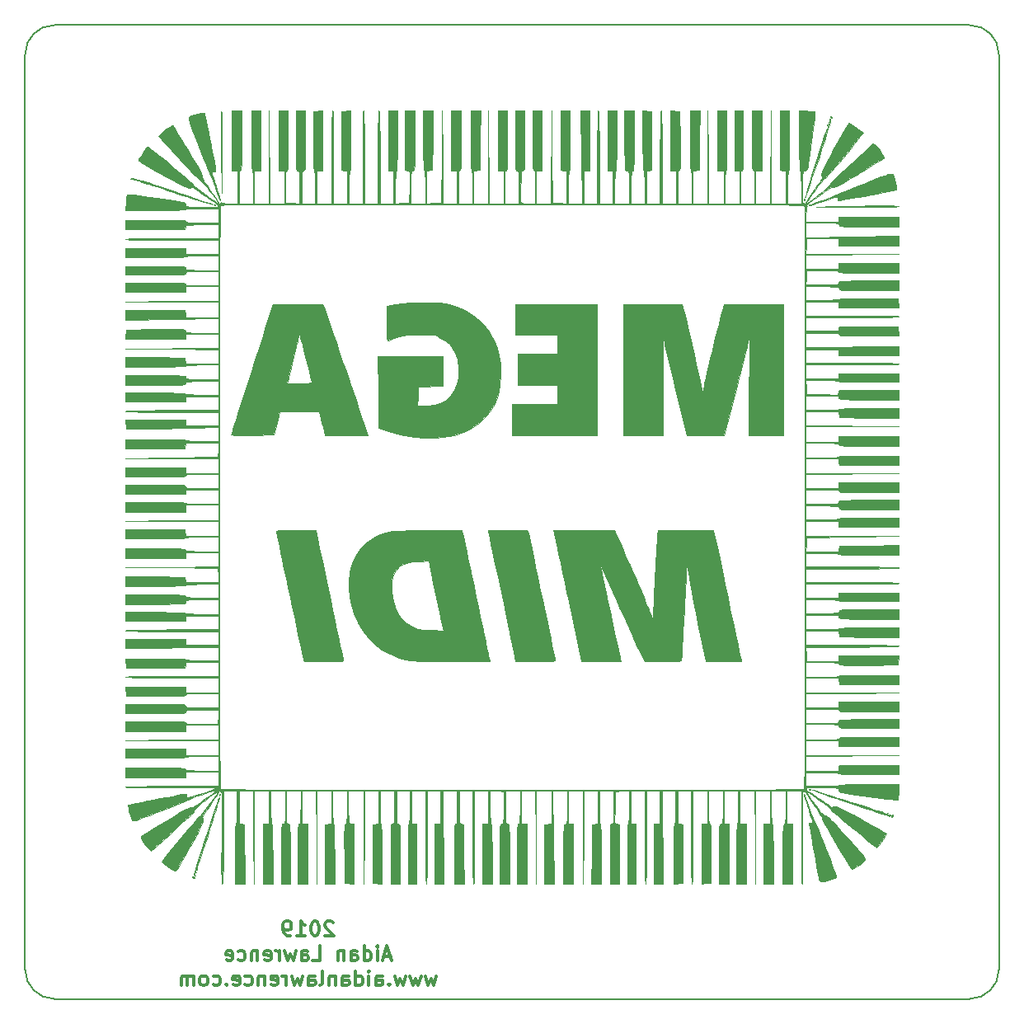
<source format=gbr>
%TF.GenerationSoftware,KiCad,Pcbnew,(5.0.2)-1*%
%TF.CreationDate,2019-07-09T23:07:38-07:00*%
%TF.ProjectId,YM2612_MIDI_SMD,594d3236-3132-45f4-9d49-44495f534d44,rev?*%
%TF.SameCoordinates,Original*%
%TF.FileFunction,Legend,Bot*%
%TF.FilePolarity,Positive*%
%FSLAX46Y46*%
G04 Gerber Fmt 4.6, Leading zero omitted, Abs format (unit mm)*
G04 Created by KiCad (PCBNEW (5.0.2)-1) date 7/9/2019 11:07:38 PM*
%MOMM*%
%LPD*%
G01*
G04 APERTURE LIST*
%ADD10C,0.150000*%
%ADD11C,0.300000*%
%ADD12C,0.010000*%
G04 APERTURE END LIST*
D10*
X270000000Y-45000000D02*
X176000000Y-45000000D01*
X273000000Y-142000000D02*
X273000000Y-48000000D01*
X176000000Y-145000000D02*
X270000000Y-145000000D01*
X173000000Y-48000000D02*
X173000000Y-142000000D01*
X270000000Y-45000000D02*
G75*
G02X273000000Y-48000000I0J-3000000D01*
G01*
X273000000Y-142000000D02*
G75*
G02X270000000Y-145000000I-3000000J0D01*
G01*
X176000000Y-145000000D02*
G75*
G02X173000000Y-142000000I0J3000000D01*
G01*
X173000000Y-48000000D02*
G75*
G02X176000000Y-45000000I3000000J0D01*
G01*
D11*
X204628428Y-137169928D02*
X204557000Y-137098500D01*
X204414142Y-137027071D01*
X204057000Y-137027071D01*
X203914142Y-137098500D01*
X203842714Y-137169928D01*
X203771285Y-137312785D01*
X203771285Y-137455642D01*
X203842714Y-137669928D01*
X204699857Y-138527071D01*
X203771285Y-138527071D01*
X202842714Y-137027071D02*
X202699857Y-137027071D01*
X202557000Y-137098500D01*
X202485571Y-137169928D01*
X202414142Y-137312785D01*
X202342714Y-137598500D01*
X202342714Y-137955642D01*
X202414142Y-138241357D01*
X202485571Y-138384214D01*
X202557000Y-138455642D01*
X202699857Y-138527071D01*
X202842714Y-138527071D01*
X202985571Y-138455642D01*
X203057000Y-138384214D01*
X203128428Y-138241357D01*
X203199857Y-137955642D01*
X203199857Y-137598500D01*
X203128428Y-137312785D01*
X203057000Y-137169928D01*
X202985571Y-137098500D01*
X202842714Y-137027071D01*
X200914142Y-138527071D02*
X201771285Y-138527071D01*
X201342714Y-138527071D02*
X201342714Y-137027071D01*
X201485571Y-137241357D01*
X201628428Y-137384214D01*
X201771285Y-137455642D01*
X200199857Y-138527071D02*
X199914142Y-138527071D01*
X199771285Y-138455642D01*
X199699857Y-138384214D01*
X199557000Y-138169928D01*
X199485571Y-137884214D01*
X199485571Y-137312785D01*
X199557000Y-137169928D01*
X199628428Y-137098500D01*
X199771285Y-137027071D01*
X200057000Y-137027071D01*
X200199857Y-137098500D01*
X200271285Y-137169928D01*
X200342714Y-137312785D01*
X200342714Y-137669928D01*
X200271285Y-137812785D01*
X200199857Y-137884214D01*
X200057000Y-137955642D01*
X199771285Y-137955642D01*
X199628428Y-137884214D01*
X199557000Y-137812785D01*
X199485571Y-137669928D01*
X210521285Y-140648500D02*
X209807000Y-140648500D01*
X210664142Y-141077071D02*
X210164142Y-139577071D01*
X209664142Y-141077071D01*
X209164142Y-141077071D02*
X209164142Y-140077071D01*
X209164142Y-139577071D02*
X209235571Y-139648500D01*
X209164142Y-139719928D01*
X209092714Y-139648500D01*
X209164142Y-139577071D01*
X209164142Y-139719928D01*
X207807000Y-141077071D02*
X207807000Y-139577071D01*
X207807000Y-141005642D02*
X207949857Y-141077071D01*
X208235571Y-141077071D01*
X208378428Y-141005642D01*
X208449857Y-140934214D01*
X208521285Y-140791357D01*
X208521285Y-140362785D01*
X208449857Y-140219928D01*
X208378428Y-140148500D01*
X208235571Y-140077071D01*
X207949857Y-140077071D01*
X207807000Y-140148500D01*
X206449857Y-141077071D02*
X206449857Y-140291357D01*
X206521285Y-140148500D01*
X206664142Y-140077071D01*
X206949857Y-140077071D01*
X207092714Y-140148500D01*
X206449857Y-141005642D02*
X206592714Y-141077071D01*
X206949857Y-141077071D01*
X207092714Y-141005642D01*
X207164142Y-140862785D01*
X207164142Y-140719928D01*
X207092714Y-140577071D01*
X206949857Y-140505642D01*
X206592714Y-140505642D01*
X206449857Y-140434214D01*
X205735571Y-140077071D02*
X205735571Y-141077071D01*
X205735571Y-140219928D02*
X205664142Y-140148500D01*
X205521285Y-140077071D01*
X205307000Y-140077071D01*
X205164142Y-140148500D01*
X205092714Y-140291357D01*
X205092714Y-141077071D01*
X202521285Y-141077071D02*
X203235571Y-141077071D01*
X203235571Y-139577071D01*
X201378428Y-141077071D02*
X201378428Y-140291357D01*
X201449857Y-140148500D01*
X201592714Y-140077071D01*
X201878428Y-140077071D01*
X202021285Y-140148500D01*
X201378428Y-141005642D02*
X201521285Y-141077071D01*
X201878428Y-141077071D01*
X202021285Y-141005642D01*
X202092714Y-140862785D01*
X202092714Y-140719928D01*
X202021285Y-140577071D01*
X201878428Y-140505642D01*
X201521285Y-140505642D01*
X201378428Y-140434214D01*
X200807000Y-140077071D02*
X200521285Y-141077071D01*
X200235571Y-140362785D01*
X199949857Y-141077071D01*
X199664142Y-140077071D01*
X199092714Y-141077071D02*
X199092714Y-140077071D01*
X199092714Y-140362785D02*
X199021285Y-140219928D01*
X198949857Y-140148500D01*
X198807000Y-140077071D01*
X198664142Y-140077071D01*
X197592714Y-141005642D02*
X197735571Y-141077071D01*
X198021285Y-141077071D01*
X198164142Y-141005642D01*
X198235571Y-140862785D01*
X198235571Y-140291357D01*
X198164142Y-140148500D01*
X198021285Y-140077071D01*
X197735571Y-140077071D01*
X197592714Y-140148500D01*
X197521285Y-140291357D01*
X197521285Y-140434214D01*
X198235571Y-140577071D01*
X196878428Y-140077071D02*
X196878428Y-141077071D01*
X196878428Y-140219928D02*
X196807000Y-140148500D01*
X196664142Y-140077071D01*
X196449857Y-140077071D01*
X196307000Y-140148500D01*
X196235571Y-140291357D01*
X196235571Y-141077071D01*
X194878428Y-141005642D02*
X195021285Y-141077071D01*
X195307000Y-141077071D01*
X195449857Y-141005642D01*
X195521285Y-140934214D01*
X195592714Y-140791357D01*
X195592714Y-140362785D01*
X195521285Y-140219928D01*
X195449857Y-140148500D01*
X195307000Y-140077071D01*
X195021285Y-140077071D01*
X194878428Y-140148500D01*
X193664142Y-141005642D02*
X193807000Y-141077071D01*
X194092714Y-141077071D01*
X194235571Y-141005642D01*
X194307000Y-140862785D01*
X194307000Y-140291357D01*
X194235571Y-140148500D01*
X194092714Y-140077071D01*
X193807000Y-140077071D01*
X193664142Y-140148500D01*
X193592714Y-140291357D01*
X193592714Y-140434214D01*
X194307000Y-140577071D01*
X215235571Y-142627071D02*
X214949857Y-143627071D01*
X214664142Y-142912785D01*
X214378428Y-143627071D01*
X214092714Y-142627071D01*
X213664142Y-142627071D02*
X213378428Y-143627071D01*
X213092714Y-142912785D01*
X212807000Y-143627071D01*
X212521285Y-142627071D01*
X212092714Y-142627071D02*
X211807000Y-143627071D01*
X211521285Y-142912785D01*
X211235571Y-143627071D01*
X210949857Y-142627071D01*
X210378428Y-143484214D02*
X210307000Y-143555642D01*
X210378428Y-143627071D01*
X210449857Y-143555642D01*
X210378428Y-143484214D01*
X210378428Y-143627071D01*
X209021285Y-143627071D02*
X209021285Y-142841357D01*
X209092714Y-142698500D01*
X209235571Y-142627071D01*
X209521285Y-142627071D01*
X209664142Y-142698500D01*
X209021285Y-143555642D02*
X209164142Y-143627071D01*
X209521285Y-143627071D01*
X209664142Y-143555642D01*
X209735571Y-143412785D01*
X209735571Y-143269928D01*
X209664142Y-143127071D01*
X209521285Y-143055642D01*
X209164142Y-143055642D01*
X209021285Y-142984214D01*
X208307000Y-143627071D02*
X208307000Y-142627071D01*
X208307000Y-142127071D02*
X208378428Y-142198500D01*
X208307000Y-142269928D01*
X208235571Y-142198500D01*
X208307000Y-142127071D01*
X208307000Y-142269928D01*
X206949857Y-143627071D02*
X206949857Y-142127071D01*
X206949857Y-143555642D02*
X207092714Y-143627071D01*
X207378428Y-143627071D01*
X207521285Y-143555642D01*
X207592714Y-143484214D01*
X207664142Y-143341357D01*
X207664142Y-142912785D01*
X207592714Y-142769928D01*
X207521285Y-142698500D01*
X207378428Y-142627071D01*
X207092714Y-142627071D01*
X206949857Y-142698500D01*
X205592714Y-143627071D02*
X205592714Y-142841357D01*
X205664142Y-142698500D01*
X205807000Y-142627071D01*
X206092714Y-142627071D01*
X206235571Y-142698500D01*
X205592714Y-143555642D02*
X205735571Y-143627071D01*
X206092714Y-143627071D01*
X206235571Y-143555642D01*
X206307000Y-143412785D01*
X206307000Y-143269928D01*
X206235571Y-143127071D01*
X206092714Y-143055642D01*
X205735571Y-143055642D01*
X205592714Y-142984214D01*
X204878428Y-142627071D02*
X204878428Y-143627071D01*
X204878428Y-142769928D02*
X204807000Y-142698500D01*
X204664142Y-142627071D01*
X204449857Y-142627071D01*
X204307000Y-142698500D01*
X204235571Y-142841357D01*
X204235571Y-143627071D01*
X203307000Y-143627071D02*
X203449857Y-143555642D01*
X203521285Y-143412785D01*
X203521285Y-142127071D01*
X202092714Y-143627071D02*
X202092714Y-142841357D01*
X202164142Y-142698500D01*
X202307000Y-142627071D01*
X202592714Y-142627071D01*
X202735571Y-142698500D01*
X202092714Y-143555642D02*
X202235571Y-143627071D01*
X202592714Y-143627071D01*
X202735571Y-143555642D01*
X202807000Y-143412785D01*
X202807000Y-143269928D01*
X202735571Y-143127071D01*
X202592714Y-143055642D01*
X202235571Y-143055642D01*
X202092714Y-142984214D01*
X201521285Y-142627071D02*
X201235571Y-143627071D01*
X200949857Y-142912785D01*
X200664142Y-143627071D01*
X200378428Y-142627071D01*
X199807000Y-143627071D02*
X199807000Y-142627071D01*
X199807000Y-142912785D02*
X199735571Y-142769928D01*
X199664142Y-142698500D01*
X199521285Y-142627071D01*
X199378428Y-142627071D01*
X198307000Y-143555642D02*
X198449857Y-143627071D01*
X198735571Y-143627071D01*
X198878428Y-143555642D01*
X198949857Y-143412785D01*
X198949857Y-142841357D01*
X198878428Y-142698500D01*
X198735571Y-142627071D01*
X198449857Y-142627071D01*
X198307000Y-142698500D01*
X198235571Y-142841357D01*
X198235571Y-142984214D01*
X198949857Y-143127071D01*
X197592714Y-142627071D02*
X197592714Y-143627071D01*
X197592714Y-142769928D02*
X197521285Y-142698500D01*
X197378428Y-142627071D01*
X197164142Y-142627071D01*
X197021285Y-142698500D01*
X196949857Y-142841357D01*
X196949857Y-143627071D01*
X195592714Y-143555642D02*
X195735571Y-143627071D01*
X196021285Y-143627071D01*
X196164142Y-143555642D01*
X196235571Y-143484214D01*
X196307000Y-143341357D01*
X196307000Y-142912785D01*
X196235571Y-142769928D01*
X196164142Y-142698500D01*
X196021285Y-142627071D01*
X195735571Y-142627071D01*
X195592714Y-142698500D01*
X194378428Y-143555642D02*
X194521285Y-143627071D01*
X194807000Y-143627071D01*
X194949857Y-143555642D01*
X195021285Y-143412785D01*
X195021285Y-142841357D01*
X194949857Y-142698500D01*
X194807000Y-142627071D01*
X194521285Y-142627071D01*
X194378428Y-142698500D01*
X194307000Y-142841357D01*
X194307000Y-142984214D01*
X195021285Y-143127071D01*
X193664142Y-143484214D02*
X193592714Y-143555642D01*
X193664142Y-143627071D01*
X193735571Y-143555642D01*
X193664142Y-143484214D01*
X193664142Y-143627071D01*
X192307000Y-143555642D02*
X192449857Y-143627071D01*
X192735571Y-143627071D01*
X192878428Y-143555642D01*
X192949857Y-143484214D01*
X193021285Y-143341357D01*
X193021285Y-142912785D01*
X192949857Y-142769928D01*
X192878428Y-142698500D01*
X192735571Y-142627071D01*
X192449857Y-142627071D01*
X192307000Y-142698500D01*
X191449857Y-143627071D02*
X191592714Y-143555642D01*
X191664142Y-143484214D01*
X191735571Y-143341357D01*
X191735571Y-142912785D01*
X191664142Y-142769928D01*
X191592714Y-142698500D01*
X191449857Y-142627071D01*
X191235571Y-142627071D01*
X191092714Y-142698500D01*
X191021285Y-142769928D01*
X190949857Y-142912785D01*
X190949857Y-143341357D01*
X191021285Y-143484214D01*
X191092714Y-143555642D01*
X191235571Y-143627071D01*
X191449857Y-143627071D01*
X190307000Y-143627071D02*
X190307000Y-142627071D01*
X190307000Y-142769928D02*
X190235571Y-142698500D01*
X190092714Y-142627071D01*
X189878428Y-142627071D01*
X189735571Y-142698500D01*
X189664142Y-142841357D01*
X189664142Y-143627071D01*
X189664142Y-142841357D02*
X189592714Y-142698500D01*
X189449857Y-142627071D01*
X189235571Y-142627071D01*
X189092714Y-142698500D01*
X189021285Y-142841357D01*
X189021285Y-143627071D01*
D12*
G36*
X201829443Y-73643804D02*
X201064793Y-73650753D01*
X201002176Y-73651402D01*
X198461725Y-73677859D01*
X197801997Y-75711843D01*
X197632207Y-76235327D01*
X197411023Y-76917276D01*
X197148272Y-77727394D01*
X196853779Y-78635389D01*
X196537369Y-79610966D01*
X196208868Y-80623831D01*
X195878100Y-81643690D01*
X195640807Y-82375344D01*
X195343765Y-83292420D01*
X195066238Y-84151562D01*
X194814099Y-84934422D01*
X194593224Y-85622649D01*
X194409485Y-86197895D01*
X194268759Y-86641811D01*
X194176917Y-86936048D01*
X194139837Y-87062257D01*
X194139344Y-87065329D01*
X194233853Y-87081660D01*
X194498603Y-87093952D01*
X194905431Y-87101771D01*
X195426175Y-87104687D01*
X196032671Y-87102269D01*
X196345525Y-87099093D01*
X198551706Y-87072390D01*
X198836377Y-85856960D01*
X199121049Y-84641531D01*
X203146512Y-84641531D01*
X203351057Y-85410476D01*
X203467602Y-85853371D01*
X203580937Y-86291967D01*
X203667569Y-86635305D01*
X203671361Y-86650710D01*
X203787121Y-87122000D01*
X208220112Y-87122000D01*
X207290574Y-84418289D01*
X206972027Y-83492440D01*
X206636939Y-82519788D01*
X206333564Y-81640164D01*
X202447936Y-81640164D01*
X202421867Y-81692758D01*
X202281716Y-81729153D01*
X202004444Y-81751607D01*
X201567013Y-81762379D01*
X201182919Y-81764187D01*
X199870888Y-81764187D01*
X199933335Y-81540945D01*
X200018868Y-81222325D01*
X200134194Y-80774608D01*
X200270287Y-80234721D01*
X200418122Y-79639591D01*
X200568674Y-79026144D01*
X200712918Y-78431306D01*
X200841829Y-77892005D01*
X200946381Y-77445167D01*
X201017550Y-77127717D01*
X201042769Y-77001687D01*
X201090693Y-76736161D01*
X201124345Y-76649006D01*
X201161880Y-76722818D01*
X201198024Y-76852859D01*
X201245414Y-77033666D01*
X201333892Y-77374542D01*
X201455154Y-77843361D01*
X201600896Y-78407999D01*
X201762812Y-79036333D01*
X201839260Y-79333328D01*
X202002957Y-79967016D01*
X202152038Y-80539409D01*
X202278829Y-81021417D01*
X202375653Y-81383950D01*
X202434835Y-81597918D01*
X202447936Y-81640164D01*
X206333564Y-81640164D01*
X206291591Y-81518465D01*
X205942263Y-80506604D01*
X205595236Y-79502338D01*
X205256791Y-78523801D01*
X204933208Y-77589125D01*
X204630768Y-76716442D01*
X204355751Y-75923887D01*
X204114438Y-75229592D01*
X203913109Y-74651690D01*
X203758046Y-74208313D01*
X203655527Y-73917596D01*
X203612889Y-73800230D01*
X203578877Y-73746697D01*
X203509761Y-73705754D01*
X203382451Y-73676083D01*
X203173856Y-73656369D01*
X202860883Y-73645296D01*
X202420442Y-73641546D01*
X201829443Y-73643804D01*
X201829443Y-73643804D01*
G37*
X201829443Y-73643804D02*
X201064793Y-73650753D01*
X201002176Y-73651402D01*
X198461725Y-73677859D01*
X197801997Y-75711843D01*
X197632207Y-76235327D01*
X197411023Y-76917276D01*
X197148272Y-77727394D01*
X196853779Y-78635389D01*
X196537369Y-79610966D01*
X196208868Y-80623831D01*
X195878100Y-81643690D01*
X195640807Y-82375344D01*
X195343765Y-83292420D01*
X195066238Y-84151562D01*
X194814099Y-84934422D01*
X194593224Y-85622649D01*
X194409485Y-86197895D01*
X194268759Y-86641811D01*
X194176917Y-86936048D01*
X194139837Y-87062257D01*
X194139344Y-87065329D01*
X194233853Y-87081660D01*
X194498603Y-87093952D01*
X194905431Y-87101771D01*
X195426175Y-87104687D01*
X196032671Y-87102269D01*
X196345525Y-87099093D01*
X198551706Y-87072390D01*
X198836377Y-85856960D01*
X199121049Y-84641531D01*
X203146512Y-84641531D01*
X203351057Y-85410476D01*
X203467602Y-85853371D01*
X203580937Y-86291967D01*
X203667569Y-86635305D01*
X203671361Y-86650710D01*
X203787121Y-87122000D01*
X208220112Y-87122000D01*
X207290574Y-84418289D01*
X206972027Y-83492440D01*
X206636939Y-82519788D01*
X206333564Y-81640164D01*
X202447936Y-81640164D01*
X202421867Y-81692758D01*
X202281716Y-81729153D01*
X202004444Y-81751607D01*
X201567013Y-81762379D01*
X201182919Y-81764187D01*
X199870888Y-81764187D01*
X199933335Y-81540945D01*
X200018868Y-81222325D01*
X200134194Y-80774608D01*
X200270287Y-80234721D01*
X200418122Y-79639591D01*
X200568674Y-79026144D01*
X200712918Y-78431306D01*
X200841829Y-77892005D01*
X200946381Y-77445167D01*
X201017550Y-77127717D01*
X201042769Y-77001687D01*
X201090693Y-76736161D01*
X201124345Y-76649006D01*
X201161880Y-76722818D01*
X201198024Y-76852859D01*
X201245414Y-77033666D01*
X201333892Y-77374542D01*
X201455154Y-77843361D01*
X201600896Y-78407999D01*
X201762812Y-79036333D01*
X201839260Y-79333328D01*
X202002957Y-79967016D01*
X202152038Y-80539409D01*
X202278829Y-81021417D01*
X202375653Y-81383950D01*
X202434835Y-81597918D01*
X202447936Y-81640164D01*
X206333564Y-81640164D01*
X206291591Y-81518465D01*
X205942263Y-80506604D01*
X205595236Y-79502338D01*
X205256791Y-78523801D01*
X204933208Y-77589125D01*
X204630768Y-76716442D01*
X204355751Y-75923887D01*
X204114438Y-75229592D01*
X203913109Y-74651690D01*
X203758046Y-74208313D01*
X203655527Y-73917596D01*
X203612889Y-73800230D01*
X203578877Y-73746697D01*
X203509761Y-73705754D01*
X203382451Y-73676083D01*
X203173856Y-73656369D01*
X202860883Y-73645296D01*
X202420442Y-73641546D01*
X201829443Y-73643804D01*
G36*
X223309657Y-76803250D02*
X227675282Y-76803250D01*
X227675282Y-78787625D01*
X223607313Y-78787625D01*
X223607313Y-81962625D01*
X227675282Y-81962625D01*
X227675282Y-83947000D01*
X223012000Y-83947000D01*
X223012000Y-87122000D01*
X231743250Y-87122000D01*
X231743250Y-73628250D01*
X223309657Y-73628250D01*
X223309657Y-76803250D01*
X223309657Y-76803250D01*
G37*
X223309657Y-76803250D02*
X227675282Y-76803250D01*
X227675282Y-78787625D01*
X223607313Y-78787625D01*
X223607313Y-81962625D01*
X227675282Y-81962625D01*
X227675282Y-83947000D01*
X223012000Y-83947000D01*
X223012000Y-87122000D01*
X231743250Y-87122000D01*
X231743250Y-73628250D01*
X223309657Y-73628250D01*
X223309657Y-76803250D01*
G36*
X244651453Y-74000320D02*
X244441101Y-74813815D01*
X244220445Y-75680596D01*
X243995156Y-76577229D01*
X243770904Y-77480276D01*
X243553358Y-78366301D01*
X243348186Y-79211868D01*
X243161060Y-79993541D01*
X242997648Y-80687883D01*
X242863620Y-81271459D01*
X242764646Y-81720832D01*
X242706394Y-82012565D01*
X242694595Y-82089438D01*
X242649198Y-82404728D01*
X242599039Y-82629225D01*
X242564908Y-82702554D01*
X242521058Y-82631364D01*
X242461089Y-82406998D01*
X242395937Y-82072867D01*
X242376585Y-81954977D01*
X242315970Y-81615102D01*
X242219091Y-81137861D01*
X242084123Y-80515254D01*
X241909242Y-79739280D01*
X241692621Y-78801938D01*
X241432435Y-77695228D01*
X241126859Y-76411149D01*
X240822146Y-75141335D01*
X240457909Y-73628250D01*
X234422157Y-73628250D01*
X234422157Y-87122000D01*
X238513651Y-87122000D01*
X238474512Y-81968322D01*
X238467455Y-80978949D01*
X238461735Y-80052888D01*
X238457402Y-79208451D01*
X238454507Y-78463949D01*
X238453104Y-77837696D01*
X238453243Y-77348004D01*
X238454976Y-77013185D01*
X238458354Y-76851552D01*
X238460072Y-76839342D01*
X238490125Y-76941234D01*
X238547185Y-77188378D01*
X238619950Y-77531320D01*
X238634490Y-77602590D01*
X238689274Y-77853417D01*
X238785662Y-78273332D01*
X238918034Y-78838687D01*
X239080773Y-79525834D01*
X239268261Y-80311124D01*
X239474881Y-81170909D01*
X239695014Y-82081539D01*
X239852597Y-82730236D01*
X240920985Y-87119333D01*
X242858634Y-87120666D01*
X244796283Y-87122000D01*
X245862145Y-82979617D01*
X246096895Y-82062161D01*
X246323253Y-81167814D01*
X246534745Y-80322857D01*
X246724892Y-79553572D01*
X246887219Y-78886243D01*
X247015248Y-78347150D01*
X247102504Y-77962576D01*
X247125755Y-77851860D01*
X247210669Y-77437325D01*
X247282226Y-77103924D01*
X247331159Y-76893935D01*
X247346853Y-76843132D01*
X247350676Y-76934693D01*
X247352975Y-77206362D01*
X247353793Y-77639815D01*
X247353174Y-78216729D01*
X247351161Y-78918780D01*
X247347799Y-79727645D01*
X247343130Y-80625000D01*
X247337199Y-81592522D01*
X247334650Y-81970888D01*
X247299095Y-87122000D01*
X250892469Y-87122000D01*
X250892469Y-73628250D01*
X244748555Y-73628250D01*
X244651453Y-74000320D01*
X244651453Y-74000320D01*
G37*
X244651453Y-74000320D02*
X244441101Y-74813815D01*
X244220445Y-75680596D01*
X243995156Y-76577229D01*
X243770904Y-77480276D01*
X243553358Y-78366301D01*
X243348186Y-79211868D01*
X243161060Y-79993541D01*
X242997648Y-80687883D01*
X242863620Y-81271459D01*
X242764646Y-81720832D01*
X242706394Y-82012565D01*
X242694595Y-82089438D01*
X242649198Y-82404728D01*
X242599039Y-82629225D01*
X242564908Y-82702554D01*
X242521058Y-82631364D01*
X242461089Y-82406998D01*
X242395937Y-82072867D01*
X242376585Y-81954977D01*
X242315970Y-81615102D01*
X242219091Y-81137861D01*
X242084123Y-80515254D01*
X241909242Y-79739280D01*
X241692621Y-78801938D01*
X241432435Y-77695228D01*
X241126859Y-76411149D01*
X240822146Y-75141335D01*
X240457909Y-73628250D01*
X234422157Y-73628250D01*
X234422157Y-87122000D01*
X238513651Y-87122000D01*
X238474512Y-81968322D01*
X238467455Y-80978949D01*
X238461735Y-80052888D01*
X238457402Y-79208451D01*
X238454507Y-78463949D01*
X238453104Y-77837696D01*
X238453243Y-77348004D01*
X238454976Y-77013185D01*
X238458354Y-76851552D01*
X238460072Y-76839342D01*
X238490125Y-76941234D01*
X238547185Y-77188378D01*
X238619950Y-77531320D01*
X238634490Y-77602590D01*
X238689274Y-77853417D01*
X238785662Y-78273332D01*
X238918034Y-78838687D01*
X239080773Y-79525834D01*
X239268261Y-80311124D01*
X239474881Y-81170909D01*
X239695014Y-82081539D01*
X239852597Y-82730236D01*
X240920985Y-87119333D01*
X242858634Y-87120666D01*
X244796283Y-87122000D01*
X245862145Y-82979617D01*
X246096895Y-82062161D01*
X246323253Y-81167814D01*
X246534745Y-80322857D01*
X246724892Y-79553572D01*
X246887219Y-78886243D01*
X247015248Y-78347150D01*
X247102504Y-77962576D01*
X247125755Y-77851860D01*
X247210669Y-77437325D01*
X247282226Y-77103924D01*
X247331159Y-76893935D01*
X247346853Y-76843132D01*
X247350676Y-76934693D01*
X247352975Y-77206362D01*
X247353793Y-77639815D01*
X247353174Y-78216729D01*
X247351161Y-78918780D01*
X247347799Y-79727645D01*
X247343130Y-80625000D01*
X247337199Y-81592522D01*
X247334650Y-81970888D01*
X247299095Y-87122000D01*
X250892469Y-87122000D01*
X250892469Y-73628250D01*
X244748555Y-73628250D01*
X244651453Y-74000320D01*
G36*
X213834266Y-73494679D02*
X213055825Y-73502061D01*
X212439368Y-73517713D01*
X211948525Y-73544110D01*
X211546929Y-73583730D01*
X211198208Y-73639048D01*
X210956922Y-73690580D01*
X210163172Y-73876745D01*
X210136029Y-75649837D01*
X210127505Y-76282181D01*
X210125697Y-76742054D01*
X210132855Y-77055372D01*
X210151227Y-77248051D01*
X210183060Y-77346008D01*
X210230604Y-77375158D01*
X210284857Y-77365257D01*
X210918036Y-77159114D01*
X211407880Y-77006967D01*
X211799440Y-76900457D01*
X212137766Y-76831223D01*
X212467911Y-76790905D01*
X212834924Y-76771144D01*
X213283857Y-76763581D01*
X213536610Y-76761859D01*
X214099191Y-76760978D01*
X214507737Y-76769890D01*
X214806610Y-76794310D01*
X215040170Y-76839954D01*
X215252777Y-76912537D01*
X215475903Y-77011719D01*
X216127314Y-77388880D01*
X216626700Y-77851341D01*
X217015060Y-78438366D01*
X217061842Y-78530565D01*
X217370360Y-79378557D01*
X217499442Y-80291715D01*
X217453706Y-81183292D01*
X217305581Y-81900327D01*
X217070737Y-82488491D01*
X216722417Y-83008074D01*
X216562365Y-83191819D01*
X216127247Y-83576737D01*
X215628420Y-83838397D01*
X215028514Y-83990170D01*
X214290158Y-84045424D01*
X214174217Y-84046218D01*
X213281377Y-84046218D01*
X213309775Y-83078835D01*
X213338172Y-82111453D01*
X215868250Y-82055915D01*
X215868250Y-78986062D01*
X209218179Y-78986062D01*
X209244191Y-82674437D01*
X209270204Y-86362812D01*
X210014344Y-86632289D01*
X210909939Y-86905636D01*
X211912526Y-87124973D01*
X212965836Y-87283716D01*
X214013602Y-87375284D01*
X214999555Y-87393093D01*
X215867426Y-87330560D01*
X215920635Y-87323241D01*
X217043757Y-87107608D01*
X218016210Y-86795844D01*
X218867759Y-86374400D01*
X219628175Y-85829725D01*
X220045681Y-85445524D01*
X220695215Y-84693315D01*
X221188464Y-83881981D01*
X221534402Y-82987463D01*
X221742001Y-81985704D01*
X221820235Y-80852644D01*
X221821375Y-80684486D01*
X221784838Y-79729443D01*
X221665648Y-78894710D01*
X221449443Y-78114279D01*
X221121859Y-77322145D01*
X221063151Y-77200125D01*
X220503619Y-76257367D01*
X219809496Y-75449318D01*
X218973199Y-74769850D01*
X217987144Y-74212835D01*
X216843749Y-73772143D01*
X216807135Y-73760717D01*
X216501437Y-73668414D01*
X216237971Y-73599562D01*
X215980291Y-73550899D01*
X215691949Y-73519163D01*
X215336499Y-73501094D01*
X214877496Y-73493430D01*
X214278491Y-73492909D01*
X213834266Y-73494679D01*
X213834266Y-73494679D01*
G37*
X213834266Y-73494679D02*
X213055825Y-73502061D01*
X212439368Y-73517713D01*
X211948525Y-73544110D01*
X211546929Y-73583730D01*
X211198208Y-73639048D01*
X210956922Y-73690580D01*
X210163172Y-73876745D01*
X210136029Y-75649837D01*
X210127505Y-76282181D01*
X210125697Y-76742054D01*
X210132855Y-77055372D01*
X210151227Y-77248051D01*
X210183060Y-77346008D01*
X210230604Y-77375158D01*
X210284857Y-77365257D01*
X210918036Y-77159114D01*
X211407880Y-77006967D01*
X211799440Y-76900457D01*
X212137766Y-76831223D01*
X212467911Y-76790905D01*
X212834924Y-76771144D01*
X213283857Y-76763581D01*
X213536610Y-76761859D01*
X214099191Y-76760978D01*
X214507737Y-76769890D01*
X214806610Y-76794310D01*
X215040170Y-76839954D01*
X215252777Y-76912537D01*
X215475903Y-77011719D01*
X216127314Y-77388880D01*
X216626700Y-77851341D01*
X217015060Y-78438366D01*
X217061842Y-78530565D01*
X217370360Y-79378557D01*
X217499442Y-80291715D01*
X217453706Y-81183292D01*
X217305581Y-81900327D01*
X217070737Y-82488491D01*
X216722417Y-83008074D01*
X216562365Y-83191819D01*
X216127247Y-83576737D01*
X215628420Y-83838397D01*
X215028514Y-83990170D01*
X214290158Y-84045424D01*
X214174217Y-84046218D01*
X213281377Y-84046218D01*
X213309775Y-83078835D01*
X213338172Y-82111453D01*
X215868250Y-82055915D01*
X215868250Y-78986062D01*
X209218179Y-78986062D01*
X209244191Y-82674437D01*
X209270204Y-86362812D01*
X210014344Y-86632289D01*
X210909939Y-86905636D01*
X211912526Y-87124973D01*
X212965836Y-87283716D01*
X214013602Y-87375284D01*
X214999555Y-87393093D01*
X215867426Y-87330560D01*
X215920635Y-87323241D01*
X217043757Y-87107608D01*
X218016210Y-86795844D01*
X218867759Y-86374400D01*
X219628175Y-85829725D01*
X220045681Y-85445524D01*
X220695215Y-84693315D01*
X221188464Y-83881981D01*
X221534402Y-82987463D01*
X221742001Y-81985704D01*
X221820235Y-80852644D01*
X221821375Y-80684486D01*
X221784838Y-79729443D01*
X221665648Y-78894710D01*
X221449443Y-78114279D01*
X221121859Y-77322145D01*
X221063151Y-77200125D01*
X220503619Y-76257367D01*
X219809496Y-75449318D01*
X218973199Y-74769850D01*
X217987144Y-74212835D01*
X216843749Y-73772143D01*
X216807135Y-73760717D01*
X216501437Y-73668414D01*
X216237971Y-73599562D01*
X215980291Y-73550899D01*
X215691949Y-73519163D01*
X215336499Y-73501094D01*
X214877496Y-73493430D01*
X214278491Y-73492909D01*
X213834266Y-73494679D01*
G36*
X200125734Y-96847106D02*
X199612161Y-96853345D01*
X199248355Y-96866000D01*
X199009991Y-96886921D01*
X198872744Y-96917953D01*
X198812287Y-96960945D01*
X198802625Y-96998150D01*
X198822592Y-97117782D01*
X198879782Y-97412083D01*
X198970132Y-97861630D01*
X199089579Y-98446998D01*
X199234059Y-99148761D01*
X199399508Y-99947494D01*
X199581863Y-100823774D01*
X199777060Y-101758175D01*
X199981035Y-102731272D01*
X200189726Y-103723641D01*
X200399068Y-104715856D01*
X200604998Y-105688494D01*
X200803452Y-106622128D01*
X200990366Y-107497335D01*
X201161678Y-108294690D01*
X201285864Y-108868537D01*
X201392300Y-109362208D01*
X201481647Y-109783952D01*
X201546265Y-110097136D01*
X201578514Y-110265126D01*
X201580750Y-110282405D01*
X201675078Y-110299462D01*
X201938501Y-110314469D01*
X202341683Y-110326608D01*
X202855287Y-110335058D01*
X203449974Y-110339001D01*
X203614735Y-110339187D01*
X204225736Y-110335262D01*
X204763305Y-110324300D01*
X205198106Y-110307523D01*
X205500802Y-110286151D01*
X205642057Y-110261405D01*
X205648719Y-110254547D01*
X205637074Y-110183114D01*
X205601166Y-109999060D01*
X205539536Y-109695451D01*
X205450727Y-109265354D01*
X205333279Y-108701834D01*
X205185735Y-107997957D01*
X205006635Y-107146789D01*
X204794522Y-106141397D01*
X204547938Y-104974846D01*
X204265422Y-103640203D01*
X203945518Y-102130533D01*
X203586767Y-100438902D01*
X203292703Y-99053054D01*
X202824175Y-96845437D01*
X200813400Y-96845437D01*
X200125734Y-96847106D01*
X200125734Y-96847106D01*
G37*
X200125734Y-96847106D02*
X199612161Y-96853345D01*
X199248355Y-96866000D01*
X199009991Y-96886921D01*
X198872744Y-96917953D01*
X198812287Y-96960945D01*
X198802625Y-96998150D01*
X198822592Y-97117782D01*
X198879782Y-97412083D01*
X198970132Y-97861630D01*
X199089579Y-98446998D01*
X199234059Y-99148761D01*
X199399508Y-99947494D01*
X199581863Y-100823774D01*
X199777060Y-101758175D01*
X199981035Y-102731272D01*
X200189726Y-103723641D01*
X200399068Y-104715856D01*
X200604998Y-105688494D01*
X200803452Y-106622128D01*
X200990366Y-107497335D01*
X201161678Y-108294690D01*
X201285864Y-108868537D01*
X201392300Y-109362208D01*
X201481647Y-109783952D01*
X201546265Y-110097136D01*
X201578514Y-110265126D01*
X201580750Y-110282405D01*
X201675078Y-110299462D01*
X201938501Y-110314469D01*
X202341683Y-110326608D01*
X202855287Y-110335058D01*
X203449974Y-110339001D01*
X203614735Y-110339187D01*
X204225736Y-110335262D01*
X204763305Y-110324300D01*
X205198106Y-110307523D01*
X205500802Y-110286151D01*
X205642057Y-110261405D01*
X205648719Y-110254547D01*
X205637074Y-110183114D01*
X205601166Y-109999060D01*
X205539536Y-109695451D01*
X205450727Y-109265354D01*
X205333279Y-108701834D01*
X205185735Y-107997957D01*
X205006635Y-107146789D01*
X204794522Y-106141397D01*
X204547938Y-104974846D01*
X204265422Y-103640203D01*
X203945518Y-102130533D01*
X203586767Y-100438902D01*
X203292703Y-99053054D01*
X202824175Y-96845437D01*
X200813400Y-96845437D01*
X200125734Y-96847106D01*
G36*
X214293835Y-96869911D02*
X213288380Y-96882301D01*
X212456844Y-96896812D01*
X211774709Y-96916512D01*
X211217459Y-96944468D01*
X210760577Y-96983747D01*
X210379547Y-97037419D01*
X210049851Y-97108550D01*
X209746973Y-97200208D01*
X209446395Y-97315462D01*
X209123602Y-97457379D01*
X208946897Y-97538976D01*
X208164611Y-98008488D01*
X207508207Y-98623981D01*
X206983772Y-99373236D01*
X206597398Y-100244032D01*
X206355174Y-101224151D01*
X206263189Y-102301372D01*
X206276806Y-102896734D01*
X206435556Y-104205358D01*
X206750539Y-105412357D01*
X207215425Y-106508542D01*
X207823888Y-107484728D01*
X208569599Y-108331728D01*
X209446232Y-109040356D01*
X210447458Y-109601424D01*
X211066097Y-109849807D01*
X211421679Y-109968709D01*
X211760787Y-110066840D01*
X212106802Y-110146158D01*
X212483104Y-110208622D01*
X212913071Y-110256190D01*
X213420085Y-110290820D01*
X214027526Y-110314471D01*
X214758772Y-110329101D01*
X215637205Y-110336669D01*
X216686205Y-110339134D01*
X216908226Y-110339187D01*
X220708869Y-110339187D01*
X220619937Y-109967117D01*
X220583904Y-109804781D01*
X220510985Y-109466334D01*
X220405016Y-108969881D01*
X220269829Y-108333525D01*
X220109260Y-107575370D01*
X220027213Y-107187089D01*
X215949448Y-107187089D01*
X214684950Y-107147691D01*
X214149366Y-107127937D01*
X213761046Y-107101265D01*
X213468838Y-107058023D01*
X213221587Y-106988561D01*
X212968140Y-106883226D01*
X212764418Y-106785328D01*
X212062616Y-106333354D01*
X211491662Y-105738348D01*
X211057579Y-105011539D01*
X210766388Y-104164151D01*
X210624110Y-103207413D01*
X210610210Y-102768874D01*
X210654300Y-102032214D01*
X210794983Y-101447810D01*
X211046794Y-100987242D01*
X211424265Y-100622088D01*
X211833935Y-100375832D01*
X212141761Y-100235386D01*
X212430593Y-100143572D01*
X212764478Y-100086932D01*
X213207461Y-100052010D01*
X213426317Y-100041252D01*
X214439343Y-99996198D01*
X214909640Y-102265544D01*
X215064829Y-103012137D01*
X215226722Y-103787065D01*
X215384283Y-104537777D01*
X215526479Y-105211724D01*
X215642272Y-105756355D01*
X215664693Y-105860990D01*
X215949448Y-107187089D01*
X220027213Y-107187089D01*
X219927142Y-106713520D01*
X219727311Y-105766079D01*
X219513599Y-104751151D01*
X219290827Y-103691531D01*
X219066302Y-102623527D01*
X218851222Y-101601956D01*
X218649506Y-100645342D01*
X218465077Y-99772211D01*
X218301856Y-99001088D01*
X218163763Y-98350497D01*
X218054720Y-97838965D01*
X217978648Y-97485017D01*
X217939918Y-97309123D01*
X217829185Y-96830230D01*
X214293835Y-96869911D01*
X214293835Y-96869911D01*
G37*
X214293835Y-96869911D02*
X213288380Y-96882301D01*
X212456844Y-96896812D01*
X211774709Y-96916512D01*
X211217459Y-96944468D01*
X210760577Y-96983747D01*
X210379547Y-97037419D01*
X210049851Y-97108550D01*
X209746973Y-97200208D01*
X209446395Y-97315462D01*
X209123602Y-97457379D01*
X208946897Y-97538976D01*
X208164611Y-98008488D01*
X207508207Y-98623981D01*
X206983772Y-99373236D01*
X206597398Y-100244032D01*
X206355174Y-101224151D01*
X206263189Y-102301372D01*
X206276806Y-102896734D01*
X206435556Y-104205358D01*
X206750539Y-105412357D01*
X207215425Y-106508542D01*
X207823888Y-107484728D01*
X208569599Y-108331728D01*
X209446232Y-109040356D01*
X210447458Y-109601424D01*
X211066097Y-109849807D01*
X211421679Y-109968709D01*
X211760787Y-110066840D01*
X212106802Y-110146158D01*
X212483104Y-110208622D01*
X212913071Y-110256190D01*
X213420085Y-110290820D01*
X214027526Y-110314471D01*
X214758772Y-110329101D01*
X215637205Y-110336669D01*
X216686205Y-110339134D01*
X216908226Y-110339187D01*
X220708869Y-110339187D01*
X220619937Y-109967117D01*
X220583904Y-109804781D01*
X220510985Y-109466334D01*
X220405016Y-108969881D01*
X220269829Y-108333525D01*
X220109260Y-107575370D01*
X220027213Y-107187089D01*
X215949448Y-107187089D01*
X214684950Y-107147691D01*
X214149366Y-107127937D01*
X213761046Y-107101265D01*
X213468838Y-107058023D01*
X213221587Y-106988561D01*
X212968140Y-106883226D01*
X212764418Y-106785328D01*
X212062616Y-106333354D01*
X211491662Y-105738348D01*
X211057579Y-105011539D01*
X210766388Y-104164151D01*
X210624110Y-103207413D01*
X210610210Y-102768874D01*
X210654300Y-102032214D01*
X210794983Y-101447810D01*
X211046794Y-100987242D01*
X211424265Y-100622088D01*
X211833935Y-100375832D01*
X212141761Y-100235386D01*
X212430593Y-100143572D01*
X212764478Y-100086932D01*
X213207461Y-100052010D01*
X213426317Y-100041252D01*
X214439343Y-99996198D01*
X214909640Y-102265544D01*
X215064829Y-103012137D01*
X215226722Y-103787065D01*
X215384283Y-104537777D01*
X215526479Y-105211724D01*
X215642272Y-105756355D01*
X215664693Y-105860990D01*
X215949448Y-107187089D01*
X220027213Y-107187089D01*
X219927142Y-106713520D01*
X219727311Y-105766079D01*
X219513599Y-104751151D01*
X219290827Y-103691531D01*
X219066302Y-102623527D01*
X218851222Y-101601956D01*
X218649506Y-100645342D01*
X218465077Y-99772211D01*
X218301856Y-99001088D01*
X218163763Y-98350497D01*
X218054720Y-97838965D01*
X217978648Y-97485017D01*
X217939918Y-97309123D01*
X217829185Y-96830230D01*
X214293835Y-96869911D01*
G36*
X221952913Y-96846877D02*
X221415649Y-96850900D01*
X220981185Y-96857055D01*
X220678874Y-96864897D01*
X220538066Y-96873976D01*
X220531532Y-96876467D01*
X220551636Y-96978283D01*
X220610081Y-97260926D01*
X220704065Y-97711096D01*
X220830787Y-98315494D01*
X220987445Y-99060819D01*
X221171239Y-99933773D01*
X221379367Y-100921057D01*
X221609028Y-102009370D01*
X221857420Y-103185414D01*
X222121742Y-104435888D01*
X222399193Y-105747495D01*
X222583548Y-106618484D01*
X222720475Y-107265468D01*
X222861692Y-107933102D01*
X222994282Y-108560296D01*
X223105331Y-109085961D01*
X223149955Y-109297390D01*
X223359266Y-110289578D01*
X225409286Y-110316369D01*
X226096515Y-110324370D01*
X226609790Y-110326719D01*
X226973556Y-110321604D01*
X227212260Y-110307213D01*
X227350348Y-110281737D01*
X227412267Y-110243364D01*
X227422461Y-110190283D01*
X227418250Y-110167540D01*
X227389466Y-110035059D01*
X227324345Y-109729793D01*
X227227418Y-109273141D01*
X227103214Y-108686504D01*
X226956260Y-107991282D01*
X226791086Y-107208873D01*
X226612221Y-106360677D01*
X226530649Y-105973562D01*
X226204676Y-104426681D01*
X225904727Y-103004199D01*
X225632483Y-101714056D01*
X225389623Y-100564187D01*
X225177827Y-99562530D01*
X224998773Y-98717024D01*
X224854140Y-98035605D01*
X224745609Y-97526211D01*
X224674858Y-97196779D01*
X224646710Y-97068679D01*
X224625064Y-96993673D01*
X224581856Y-96937687D01*
X224491132Y-96897939D01*
X224326939Y-96871649D01*
X224063323Y-96856035D01*
X223674332Y-96848316D01*
X223134012Y-96845710D01*
X222563626Y-96845437D01*
X221952913Y-96846877D01*
X221952913Y-96846877D01*
G37*
X221952913Y-96846877D02*
X221415649Y-96850900D01*
X220981185Y-96857055D01*
X220678874Y-96864897D01*
X220538066Y-96873976D01*
X220531532Y-96876467D01*
X220551636Y-96978283D01*
X220610081Y-97260926D01*
X220704065Y-97711096D01*
X220830787Y-98315494D01*
X220987445Y-99060819D01*
X221171239Y-99933773D01*
X221379367Y-100921057D01*
X221609028Y-102009370D01*
X221857420Y-103185414D01*
X222121742Y-104435888D01*
X222399193Y-105747495D01*
X222583548Y-106618484D01*
X222720475Y-107265468D01*
X222861692Y-107933102D01*
X222994282Y-108560296D01*
X223105331Y-109085961D01*
X223149955Y-109297390D01*
X223359266Y-110289578D01*
X225409286Y-110316369D01*
X226096515Y-110324370D01*
X226609790Y-110326719D01*
X226973556Y-110321604D01*
X227212260Y-110307213D01*
X227350348Y-110281737D01*
X227412267Y-110243364D01*
X227422461Y-110190283D01*
X227418250Y-110167540D01*
X227389466Y-110035059D01*
X227324345Y-109729793D01*
X227227418Y-109273141D01*
X227103214Y-108686504D01*
X226956260Y-107991282D01*
X226791086Y-107208873D01*
X226612221Y-106360677D01*
X226530649Y-105973562D01*
X226204676Y-104426681D01*
X225904727Y-103004199D01*
X225632483Y-101714056D01*
X225389623Y-100564187D01*
X225177827Y-99562530D01*
X224998773Y-98717024D01*
X224854140Y-98035605D01*
X224745609Y-97526211D01*
X224674858Y-97196779D01*
X224646710Y-97068679D01*
X224625064Y-96993673D01*
X224581856Y-96937687D01*
X224491132Y-96897939D01*
X224326939Y-96871649D01*
X224063323Y-96856035D01*
X223674332Y-96848316D01*
X223134012Y-96845710D01*
X222563626Y-96845437D01*
X221952913Y-96846877D01*
G36*
X237952856Y-97067161D02*
X237936361Y-97220238D01*
X237911568Y-97545384D01*
X237879918Y-98016468D01*
X237842852Y-98607363D01*
X237801810Y-99291937D01*
X237758234Y-100044062D01*
X237713564Y-100837607D01*
X237669241Y-101646444D01*
X237626706Y-102444443D01*
X237587400Y-103205474D01*
X237552765Y-103903407D01*
X237524240Y-104512113D01*
X237503267Y-105005463D01*
X237491286Y-105357327D01*
X237489076Y-105477468D01*
X237486817Y-105740901D01*
X237477106Y-105906660D01*
X237449006Y-105960456D01*
X237391580Y-105888002D01*
X237293891Y-105675009D01*
X237145004Y-105307189D01*
X236933981Y-104770254D01*
X236919490Y-104733328D01*
X236749592Y-104312498D01*
X236520546Y-103762297D01*
X236254271Y-103134478D01*
X235972686Y-102480791D01*
X235742845Y-101955203D01*
X235430134Y-101244717D01*
X235079777Y-100446997D01*
X234724600Y-99636885D01*
X234397427Y-98889227D01*
X234230667Y-98507351D01*
X233505696Y-96845437D01*
X227255273Y-96845437D01*
X227300109Y-97068679D01*
X227327874Y-97201802D01*
X227393238Y-97512476D01*
X227492698Y-97984115D01*
X227622751Y-98600136D01*
X227779891Y-99343956D01*
X227960615Y-100198990D01*
X228161419Y-101148655D01*
X228378799Y-102176367D01*
X228609251Y-103265543D01*
X228725543Y-103815043D01*
X230106141Y-110338164D01*
X232123204Y-110338676D01*
X234140267Y-110339187D01*
X234082901Y-110066335D01*
X234051179Y-109916358D01*
X233982550Y-109592516D01*
X233881308Y-109115058D01*
X233751749Y-108504230D01*
X233598168Y-107780281D01*
X233424859Y-106963459D01*
X233236119Y-106074011D01*
X233036813Y-105134878D01*
X232839797Y-104203785D01*
X232656848Y-103333730D01*
X232491853Y-102543590D01*
X232348699Y-101852243D01*
X232231275Y-101278569D01*
X232143467Y-100841445D01*
X232089163Y-100559751D01*
X232072252Y-100452364D01*
X232072439Y-100451926D01*
X232117969Y-100529288D01*
X232227706Y-100758697D01*
X232387715Y-101109798D01*
X232584057Y-101552235D01*
X232708040Y-101836313D01*
X232979396Y-102454828D01*
X233299901Y-103174645D01*
X233634411Y-103917420D01*
X233947783Y-104604809D01*
X234029842Y-104782937D01*
X234331326Y-105437148D01*
X234678769Y-106193780D01*
X235036266Y-106974489D01*
X235367914Y-107700932D01*
X235484916Y-107957937D01*
X235738405Y-108512835D01*
X235977177Y-109030958D01*
X236183682Y-109474571D01*
X236340374Y-109805936D01*
X236419223Y-109967117D01*
X236609002Y-110339187D01*
X238492142Y-110339187D01*
X239148985Y-110337881D01*
X239633330Y-110332370D01*
X239971111Y-110320263D01*
X240188259Y-110299168D01*
X240310705Y-110266696D01*
X240364383Y-110220453D01*
X240375329Y-110165554D01*
X240381426Y-110030871D01*
X240398793Y-109720486D01*
X240426082Y-109256734D01*
X240461943Y-108661947D01*
X240505025Y-107958461D01*
X240553979Y-107168609D01*
X240607454Y-106314725D01*
X240622702Y-106072781D01*
X240678296Y-105169436D01*
X240729562Y-104293252D01*
X240775061Y-103472123D01*
X240813352Y-102733941D01*
X240842996Y-102106602D01*
X240862552Y-101617997D01*
X240870580Y-101296022D01*
X240870701Y-101268940D01*
X240876560Y-100885636D01*
X240891695Y-100598759D01*
X240913396Y-100449216D01*
X240925688Y-100438552D01*
X240960565Y-100551875D01*
X241016988Y-100822686D01*
X241087561Y-101212155D01*
X241164885Y-101681454D01*
X241175963Y-101752183D01*
X241285576Y-102405307D01*
X241439043Y-103237162D01*
X241636906Y-104250447D01*
X241879704Y-105447864D01*
X242167978Y-106832115D01*
X242502270Y-108405902D01*
X242587084Y-108801296D01*
X242906863Y-110289578D01*
X244728183Y-110316664D01*
X246549502Y-110343751D01*
X246494574Y-110118227D01*
X246466087Y-109988679D01*
X246400881Y-109684949D01*
X246303185Y-109227020D01*
X246177226Y-108634876D01*
X246027234Y-107928503D01*
X245857437Y-107127884D01*
X245672064Y-106253002D01*
X245475342Y-105323843D01*
X245271501Y-104360391D01*
X245064769Y-103382630D01*
X244859374Y-102410543D01*
X244659545Y-101464115D01*
X244469511Y-100563331D01*
X244293499Y-99728173D01*
X244135739Y-98978628D01*
X244000459Y-98334678D01*
X243917092Y-97936843D01*
X243699110Y-96895046D01*
X240848842Y-96868724D01*
X237998574Y-96842401D01*
X237952856Y-97067161D01*
X237952856Y-97067161D01*
G37*
X237952856Y-97067161D02*
X237936361Y-97220238D01*
X237911568Y-97545384D01*
X237879918Y-98016468D01*
X237842852Y-98607363D01*
X237801810Y-99291937D01*
X237758234Y-100044062D01*
X237713564Y-100837607D01*
X237669241Y-101646444D01*
X237626706Y-102444443D01*
X237587400Y-103205474D01*
X237552765Y-103903407D01*
X237524240Y-104512113D01*
X237503267Y-105005463D01*
X237491286Y-105357327D01*
X237489076Y-105477468D01*
X237486817Y-105740901D01*
X237477106Y-105906660D01*
X237449006Y-105960456D01*
X237391580Y-105888002D01*
X237293891Y-105675009D01*
X237145004Y-105307189D01*
X236933981Y-104770254D01*
X236919490Y-104733328D01*
X236749592Y-104312498D01*
X236520546Y-103762297D01*
X236254271Y-103134478D01*
X235972686Y-102480791D01*
X235742845Y-101955203D01*
X235430134Y-101244717D01*
X235079777Y-100446997D01*
X234724600Y-99636885D01*
X234397427Y-98889227D01*
X234230667Y-98507351D01*
X233505696Y-96845437D01*
X227255273Y-96845437D01*
X227300109Y-97068679D01*
X227327874Y-97201802D01*
X227393238Y-97512476D01*
X227492698Y-97984115D01*
X227622751Y-98600136D01*
X227779891Y-99343956D01*
X227960615Y-100198990D01*
X228161419Y-101148655D01*
X228378799Y-102176367D01*
X228609251Y-103265543D01*
X228725543Y-103815043D01*
X230106141Y-110338164D01*
X232123204Y-110338676D01*
X234140267Y-110339187D01*
X234082901Y-110066335D01*
X234051179Y-109916358D01*
X233982550Y-109592516D01*
X233881308Y-109115058D01*
X233751749Y-108504230D01*
X233598168Y-107780281D01*
X233424859Y-106963459D01*
X233236119Y-106074011D01*
X233036813Y-105134878D01*
X232839797Y-104203785D01*
X232656848Y-103333730D01*
X232491853Y-102543590D01*
X232348699Y-101852243D01*
X232231275Y-101278569D01*
X232143467Y-100841445D01*
X232089163Y-100559751D01*
X232072252Y-100452364D01*
X232072439Y-100451926D01*
X232117969Y-100529288D01*
X232227706Y-100758697D01*
X232387715Y-101109798D01*
X232584057Y-101552235D01*
X232708040Y-101836313D01*
X232979396Y-102454828D01*
X233299901Y-103174645D01*
X233634411Y-103917420D01*
X233947783Y-104604809D01*
X234029842Y-104782937D01*
X234331326Y-105437148D01*
X234678769Y-106193780D01*
X235036266Y-106974489D01*
X235367914Y-107700932D01*
X235484916Y-107957937D01*
X235738405Y-108512835D01*
X235977177Y-109030958D01*
X236183682Y-109474571D01*
X236340374Y-109805936D01*
X236419223Y-109967117D01*
X236609002Y-110339187D01*
X238492142Y-110339187D01*
X239148985Y-110337881D01*
X239633330Y-110332370D01*
X239971111Y-110320263D01*
X240188259Y-110299168D01*
X240310705Y-110266696D01*
X240364383Y-110220453D01*
X240375329Y-110165554D01*
X240381426Y-110030871D01*
X240398793Y-109720486D01*
X240426082Y-109256734D01*
X240461943Y-108661947D01*
X240505025Y-107958461D01*
X240553979Y-107168609D01*
X240607454Y-106314725D01*
X240622702Y-106072781D01*
X240678296Y-105169436D01*
X240729562Y-104293252D01*
X240775061Y-103472123D01*
X240813352Y-102733941D01*
X240842996Y-102106602D01*
X240862552Y-101617997D01*
X240870580Y-101296022D01*
X240870701Y-101268940D01*
X240876560Y-100885636D01*
X240891695Y-100598759D01*
X240913396Y-100449216D01*
X240925688Y-100438552D01*
X240960565Y-100551875D01*
X241016988Y-100822686D01*
X241087561Y-101212155D01*
X241164885Y-101681454D01*
X241175963Y-101752183D01*
X241285576Y-102405307D01*
X241439043Y-103237162D01*
X241636906Y-104250447D01*
X241879704Y-105447864D01*
X242167978Y-106832115D01*
X242502270Y-108405902D01*
X242587084Y-108801296D01*
X242906863Y-110289578D01*
X244728183Y-110316664D01*
X246549502Y-110343751D01*
X246494574Y-110118227D01*
X246466087Y-109988679D01*
X246400881Y-109684949D01*
X246303185Y-109227020D01*
X246177226Y-108634876D01*
X246027234Y-107928503D01*
X245857437Y-107127884D01*
X245672064Y-106253002D01*
X245475342Y-105323843D01*
X245271501Y-104360391D01*
X245064769Y-103382630D01*
X244859374Y-102410543D01*
X244659545Y-101464115D01*
X244469511Y-100563331D01*
X244293499Y-99728173D01*
X244135739Y-98978628D01*
X244000459Y-98334678D01*
X243917092Y-97936843D01*
X243699110Y-96895046D01*
X240848842Y-96868724D01*
X237998574Y-96842401D01*
X237952856Y-97067161D01*
G36*
X255662614Y-54334738D02*
X255654969Y-54368101D01*
X255727374Y-54508364D01*
X255754188Y-54528640D01*
X255845762Y-54524105D01*
X255853407Y-54490742D01*
X255781002Y-54350479D01*
X255754188Y-54330203D01*
X255662614Y-54334738D01*
X255662614Y-54334738D01*
G37*
X255662614Y-54334738D02*
X255654969Y-54368101D01*
X255727374Y-54508364D01*
X255754188Y-54528640D01*
X255845762Y-54524105D01*
X255853407Y-54490742D01*
X255781002Y-54350479D01*
X255754188Y-54330203D01*
X255662614Y-54334738D01*
G36*
X193141732Y-53849455D02*
X193114534Y-53957542D01*
X193095731Y-54223506D01*
X193085300Y-54654123D01*
X193083214Y-55256166D01*
X193089448Y-56036411D01*
X193103978Y-57001632D01*
X193125756Y-58110900D01*
X193214422Y-62267703D01*
X193230399Y-58006257D01*
X193232858Y-56870759D01*
X193230892Y-55926916D01*
X193224356Y-55167989D01*
X193213106Y-54587243D01*
X193196999Y-54177941D01*
X193175891Y-53933344D01*
X193149638Y-53846718D01*
X193141732Y-53849455D01*
X193141732Y-53849455D01*
G37*
X193141732Y-53849455D02*
X193114534Y-53957542D01*
X193095731Y-54223506D01*
X193085300Y-54654123D01*
X193083214Y-55256166D01*
X193089448Y-56036411D01*
X193103978Y-57001632D01*
X193125756Y-58110900D01*
X193214422Y-62267703D01*
X193230399Y-58006257D01*
X193232858Y-56870759D01*
X193230892Y-55926916D01*
X193224356Y-55167989D01*
X193213106Y-54587243D01*
X193196999Y-54177941D01*
X193175891Y-53933344D01*
X193149638Y-53846718D01*
X193141732Y-53849455D01*
G36*
X255587804Y-54705228D02*
X255604838Y-54764307D01*
X255633763Y-54926434D01*
X255566641Y-54931959D01*
X255555750Y-54925515D01*
X255479325Y-54917432D01*
X255503114Y-55064703D01*
X255506141Y-55074343D01*
X255533911Y-55228395D01*
X255461723Y-55226320D01*
X255456532Y-55223171D01*
X255380106Y-55215088D01*
X255403895Y-55362359D01*
X255406922Y-55372000D01*
X255431116Y-55521378D01*
X255392628Y-55542654D01*
X255348900Y-55623525D01*
X255284036Y-55792543D01*
X255307704Y-55768875D01*
X255357313Y-55818484D01*
X255307704Y-55868093D01*
X255269647Y-55830037D01*
X255254688Y-55869015D01*
X255118040Y-56254131D01*
X254947003Y-56753884D01*
X254749622Y-57343281D01*
X254533943Y-57997331D01*
X254308014Y-58691043D01*
X254079881Y-59399425D01*
X253857589Y-60097487D01*
X253649186Y-60760238D01*
X253462717Y-61362685D01*
X253306230Y-61879837D01*
X253187769Y-62286704D01*
X253115383Y-62558293D01*
X253097117Y-62669615D01*
X253097708Y-62670468D01*
X253134893Y-62586611D01*
X253227747Y-62333552D01*
X253369662Y-61930503D01*
X253554028Y-61396674D01*
X253774235Y-60751274D01*
X254023675Y-60013514D01*
X254295739Y-59202604D01*
X254453116Y-58730901D01*
X254789736Y-57715253D01*
X255065166Y-56872813D01*
X255283568Y-56189421D01*
X255449105Y-55650917D01*
X255565939Y-55243142D01*
X255638233Y-54951936D01*
X255670149Y-54763140D01*
X255665850Y-54662594D01*
X255654631Y-54643633D01*
X255576985Y-54596363D01*
X255587804Y-54705228D01*
X255587804Y-54705228D01*
G37*
X255587804Y-54705228D02*
X255604838Y-54764307D01*
X255633763Y-54926434D01*
X255566641Y-54931959D01*
X255555750Y-54925515D01*
X255479325Y-54917432D01*
X255503114Y-55064703D01*
X255506141Y-55074343D01*
X255533911Y-55228395D01*
X255461723Y-55226320D01*
X255456532Y-55223171D01*
X255380106Y-55215088D01*
X255403895Y-55362359D01*
X255406922Y-55372000D01*
X255431116Y-55521378D01*
X255392628Y-55542654D01*
X255348900Y-55623525D01*
X255284036Y-55792543D01*
X255307704Y-55768875D01*
X255357313Y-55818484D01*
X255307704Y-55868093D01*
X255269647Y-55830037D01*
X255254688Y-55869015D01*
X255118040Y-56254131D01*
X254947003Y-56753884D01*
X254749622Y-57343281D01*
X254533943Y-57997331D01*
X254308014Y-58691043D01*
X254079881Y-59399425D01*
X253857589Y-60097487D01*
X253649186Y-60760238D01*
X253462717Y-61362685D01*
X253306230Y-61879837D01*
X253187769Y-62286704D01*
X253115383Y-62558293D01*
X253097117Y-62669615D01*
X253097708Y-62670468D01*
X253134893Y-62586611D01*
X253227747Y-62333552D01*
X253369662Y-61930503D01*
X253554028Y-61396674D01*
X253774235Y-60751274D01*
X254023675Y-60013514D01*
X254295739Y-59202604D01*
X254453116Y-58730901D01*
X254789736Y-57715253D01*
X255065166Y-56872813D01*
X255283568Y-56189421D01*
X255449105Y-55650917D01*
X255565939Y-55243142D01*
X255638233Y-54951936D01*
X255670149Y-54763140D01*
X255665850Y-54662594D01*
X255654631Y-54643633D01*
X255576985Y-54596363D01*
X255587804Y-54705228D01*
G36*
X191050818Y-54044571D02*
X190725791Y-54118592D01*
X190383131Y-54210566D01*
X190079835Y-54305929D01*
X189872899Y-54390122D01*
X189834505Y-54413702D01*
X189798108Y-54467216D01*
X189791515Y-54566014D01*
X189821078Y-54729982D01*
X189893154Y-54979008D01*
X190014096Y-55332978D01*
X190190261Y-55811780D01*
X190428002Y-56435299D01*
X190726321Y-57204550D01*
X191001629Y-57905638D01*
X191262363Y-58559200D01*
X191497572Y-59138583D01*
X191696300Y-59617135D01*
X191847596Y-59968203D01*
X191940507Y-60165134D01*
X191949555Y-60181113D01*
X192048505Y-60387986D01*
X192189279Y-60737607D01*
X192354103Y-61183447D01*
X192525202Y-61678980D01*
X192547699Y-61746804D01*
X192704524Y-62210987D01*
X192842433Y-62598616D01*
X192948599Y-62875126D01*
X193010196Y-63005951D01*
X193017161Y-63011843D01*
X193034586Y-62937981D01*
X193015338Y-62871563D01*
X192945734Y-62673442D01*
X192839221Y-62350835D01*
X192708943Y-61945752D01*
X192568045Y-61500202D01*
X192429672Y-61056196D01*
X192306968Y-60655744D01*
X192213079Y-60340856D01*
X192161148Y-60153542D01*
X192154969Y-60121860D01*
X192238180Y-60051481D01*
X192353407Y-60035281D01*
X192514743Y-60001197D01*
X192551844Y-59954039D01*
X192534047Y-59820504D01*
X192484359Y-59526024D01*
X192408340Y-59099797D01*
X192311547Y-58571016D01*
X192199539Y-57968878D01*
X192077873Y-57322579D01*
X191952108Y-56661314D01*
X191827802Y-56014279D01*
X191710512Y-55410670D01*
X191605798Y-54879682D01*
X191519218Y-54450510D01*
X191456328Y-54152351D01*
X191422688Y-54014401D01*
X191419987Y-54008632D01*
X191301215Y-54003064D01*
X191050818Y-54044571D01*
X191050818Y-54044571D01*
G37*
X191050818Y-54044571D02*
X190725791Y-54118592D01*
X190383131Y-54210566D01*
X190079835Y-54305929D01*
X189872899Y-54390122D01*
X189834505Y-54413702D01*
X189798108Y-54467216D01*
X189791515Y-54566014D01*
X189821078Y-54729982D01*
X189893154Y-54979008D01*
X190014096Y-55332978D01*
X190190261Y-55811780D01*
X190428002Y-56435299D01*
X190726321Y-57204550D01*
X191001629Y-57905638D01*
X191262363Y-58559200D01*
X191497572Y-59138583D01*
X191696300Y-59617135D01*
X191847596Y-59968203D01*
X191940507Y-60165134D01*
X191949555Y-60181113D01*
X192048505Y-60387986D01*
X192189279Y-60737607D01*
X192354103Y-61183447D01*
X192525202Y-61678980D01*
X192547699Y-61746804D01*
X192704524Y-62210987D01*
X192842433Y-62598616D01*
X192948599Y-62875126D01*
X193010196Y-63005951D01*
X193017161Y-63011843D01*
X193034586Y-62937981D01*
X193015338Y-62871563D01*
X192945734Y-62673442D01*
X192839221Y-62350835D01*
X192708943Y-61945752D01*
X192568045Y-61500202D01*
X192429672Y-61056196D01*
X192306968Y-60655744D01*
X192213079Y-60340856D01*
X192161148Y-60153542D01*
X192154969Y-60121860D01*
X192238180Y-60051481D01*
X192353407Y-60035281D01*
X192514743Y-60001197D01*
X192551844Y-59954039D01*
X192534047Y-59820504D01*
X192484359Y-59526024D01*
X192408340Y-59099797D01*
X192311547Y-58571016D01*
X192199539Y-57968878D01*
X192077873Y-57322579D01*
X191952108Y-56661314D01*
X191827802Y-56014279D01*
X191710512Y-55410670D01*
X191605798Y-54879682D01*
X191519218Y-54450510D01*
X191456328Y-54152351D01*
X191422688Y-54014401D01*
X191419987Y-54008632D01*
X191301215Y-54003064D01*
X191050818Y-54044571D01*
G36*
X253009136Y-62846479D02*
X252997261Y-62964228D01*
X253009136Y-62978770D01*
X253068121Y-62965151D01*
X253075282Y-62912625D01*
X253038979Y-62830956D01*
X253009136Y-62846479D01*
X253009136Y-62846479D01*
G37*
X253009136Y-62846479D02*
X252997261Y-62964228D01*
X253009136Y-62978770D01*
X253068121Y-62965151D01*
X253075282Y-62912625D01*
X253038979Y-62830956D01*
X253009136Y-62846479D01*
G36*
X183886327Y-60729802D02*
X183838558Y-60807759D01*
X183946760Y-60797202D01*
X184006652Y-60779943D01*
X184168778Y-60751019D01*
X184174304Y-60818140D01*
X184167860Y-60829031D01*
X184159777Y-60905457D01*
X184307047Y-60881668D01*
X184316688Y-60878640D01*
X184470739Y-60850870D01*
X184468665Y-60923058D01*
X184465516Y-60928250D01*
X184457433Y-61004675D01*
X184604704Y-60980886D01*
X184614344Y-60977859D01*
X184767452Y-60953939D01*
X184778847Y-61002107D01*
X184825254Y-61080236D01*
X184998745Y-61170162D01*
X185231051Y-61248826D01*
X185453904Y-61293169D01*
X185599035Y-61280134D01*
X185600098Y-61279491D01*
X185708536Y-61290164D01*
X185722081Y-61313697D01*
X185819110Y-61359468D01*
X186079088Y-61455337D01*
X186475391Y-61592754D01*
X186981393Y-61763168D01*
X187570471Y-61958028D01*
X188216002Y-62168783D01*
X188891359Y-62386883D01*
X189569921Y-62603778D01*
X190225062Y-62810915D01*
X190830158Y-62999746D01*
X191358585Y-63161718D01*
X191783719Y-63288282D01*
X192078936Y-63370887D01*
X192217611Y-63400981D01*
X192220936Y-63400885D01*
X192147573Y-63368881D01*
X191904439Y-63280450D01*
X191510008Y-63141950D01*
X190982752Y-62959740D01*
X190341144Y-62740177D01*
X189603657Y-62489620D01*
X188788764Y-62214426D01*
X188152733Y-62000661D01*
X187113930Y-61653707D01*
X186248515Y-61368243D01*
X185654511Y-61176296D01*
X185408094Y-61176296D01*
X185358485Y-61225906D01*
X185308875Y-61176296D01*
X185358485Y-61126687D01*
X185408094Y-61176296D01*
X185654511Y-61176296D01*
X185542602Y-61140134D01*
X185340591Y-61077078D01*
X185110438Y-61077078D01*
X185060829Y-61126687D01*
X185011219Y-61077078D01*
X185060829Y-61027468D01*
X185110438Y-61077078D01*
X185340591Y-61077078D01*
X184982309Y-60965244D01*
X184553749Y-60839437D01*
X184243040Y-60758577D01*
X184036297Y-60718528D01*
X183919635Y-60715155D01*
X183886327Y-60729802D01*
X183886327Y-60729802D01*
G37*
X183886327Y-60729802D02*
X183838558Y-60807759D01*
X183946760Y-60797202D01*
X184006652Y-60779943D01*
X184168778Y-60751019D01*
X184174304Y-60818140D01*
X184167860Y-60829031D01*
X184159777Y-60905457D01*
X184307047Y-60881668D01*
X184316688Y-60878640D01*
X184470739Y-60850870D01*
X184468665Y-60923058D01*
X184465516Y-60928250D01*
X184457433Y-61004675D01*
X184604704Y-60980886D01*
X184614344Y-60977859D01*
X184767452Y-60953939D01*
X184778847Y-61002107D01*
X184825254Y-61080236D01*
X184998745Y-61170162D01*
X185231051Y-61248826D01*
X185453904Y-61293169D01*
X185599035Y-61280134D01*
X185600098Y-61279491D01*
X185708536Y-61290164D01*
X185722081Y-61313697D01*
X185819110Y-61359468D01*
X186079088Y-61455337D01*
X186475391Y-61592754D01*
X186981393Y-61763168D01*
X187570471Y-61958028D01*
X188216002Y-62168783D01*
X188891359Y-62386883D01*
X189569921Y-62603778D01*
X190225062Y-62810915D01*
X190830158Y-62999746D01*
X191358585Y-63161718D01*
X191783719Y-63288282D01*
X192078936Y-63370887D01*
X192217611Y-63400981D01*
X192220936Y-63400885D01*
X192147573Y-63368881D01*
X191904439Y-63280450D01*
X191510008Y-63141950D01*
X190982752Y-62959740D01*
X190341144Y-62740177D01*
X189603657Y-62489620D01*
X188788764Y-62214426D01*
X188152733Y-62000661D01*
X187113930Y-61653707D01*
X186248515Y-61368243D01*
X185654511Y-61176296D01*
X185408094Y-61176296D01*
X185358485Y-61225906D01*
X185308875Y-61176296D01*
X185358485Y-61126687D01*
X185408094Y-61176296D01*
X185654511Y-61176296D01*
X185542602Y-61140134D01*
X185340591Y-61077078D01*
X185110438Y-61077078D01*
X185060829Y-61126687D01*
X185011219Y-61077078D01*
X185060829Y-61027468D01*
X185110438Y-61077078D01*
X185340591Y-61077078D01*
X184982309Y-60965244D01*
X184553749Y-60839437D01*
X184243040Y-60758577D01*
X184036297Y-60718528D01*
X183919635Y-60715155D01*
X183886327Y-60729802D01*
G36*
X188060242Y-55334895D02*
X187831811Y-55433977D01*
X187544720Y-55601711D01*
X187246290Y-55809424D01*
X186983843Y-56028444D01*
X186904271Y-56107736D01*
X186675565Y-56351182D01*
X188683820Y-58595851D01*
X189278790Y-59254372D01*
X189791313Y-59808348D01*
X190211997Y-60248155D01*
X190531453Y-60564171D01*
X190740289Y-60746776D01*
X190824872Y-60789561D01*
X190921173Y-60847336D01*
X191107794Y-61032244D01*
X191359311Y-61312540D01*
X191650298Y-61656477D01*
X191955332Y-62032310D01*
X192248988Y-62408294D01*
X192505841Y-62752683D01*
X192700468Y-63033732D01*
X192807444Y-63219695D01*
X192816497Y-63276357D01*
X192720328Y-63242396D01*
X192502110Y-63107851D01*
X192194094Y-62896917D01*
X191828531Y-62633784D01*
X191437673Y-62342646D01*
X191053771Y-62047694D01*
X190709075Y-61773122D01*
X190435838Y-61543122D01*
X190266310Y-61381886D01*
X190232240Y-61337837D01*
X190136680Y-61237711D01*
X189912806Y-61034258D01*
X189583654Y-60746637D01*
X189172257Y-60394010D01*
X188701650Y-59995537D01*
X188194867Y-59570377D01*
X187674942Y-59137692D01*
X187164911Y-58716642D01*
X186687807Y-58326386D01*
X186266665Y-57986086D01*
X185924519Y-57714901D01*
X185684403Y-57531993D01*
X185569353Y-57456520D01*
X185565037Y-57455593D01*
X185483791Y-57532853D01*
X185332196Y-57732879D01*
X185141600Y-58008037D01*
X184943352Y-58310694D01*
X184768797Y-58593219D01*
X184649285Y-58807978D01*
X184614344Y-58900182D01*
X184698197Y-58972922D01*
X184935443Y-59126877D01*
X185304615Y-59349447D01*
X185784247Y-59628031D01*
X186352871Y-59950031D01*
X186989020Y-60302845D01*
X187213753Y-60425877D01*
X187971614Y-60837596D01*
X188575294Y-61160566D01*
X189043451Y-61403534D01*
X189394739Y-61575246D01*
X189647815Y-61684448D01*
X189821335Y-61739886D01*
X189933954Y-61750307D01*
X189995914Y-61730189D01*
X190069644Y-61683516D01*
X190136863Y-61659570D01*
X190223299Y-61672161D01*
X190354677Y-61735097D01*
X190556724Y-61862187D01*
X190855166Y-62067241D01*
X191275732Y-62364066D01*
X191584772Y-62583022D01*
X192002320Y-62876651D01*
X192359868Y-63124262D01*
X192627538Y-63305457D01*
X192775452Y-63399840D01*
X192794346Y-63408718D01*
X192878969Y-63339594D01*
X192895805Y-63314847D01*
X192859764Y-63207042D01*
X192722621Y-62970113D01*
X192503035Y-62633156D01*
X192219666Y-62225269D01*
X192020916Y-61950589D01*
X191637045Y-61416470D01*
X191373095Y-61021315D01*
X191221303Y-60752187D01*
X191173903Y-60596146D01*
X191185396Y-60558298D01*
X191179473Y-60458138D01*
X191089910Y-60237416D01*
X190911836Y-59887054D01*
X190640382Y-59397975D01*
X190270679Y-58761103D01*
X189797857Y-57967361D01*
X189774795Y-57929001D01*
X189389488Y-57290021D01*
X189034852Y-56705121D01*
X188724379Y-56196300D01*
X188471563Y-55785558D01*
X188289897Y-55494894D01*
X188192874Y-55346308D01*
X188182691Y-55333138D01*
X188060242Y-55334895D01*
X188060242Y-55334895D01*
G37*
X188060242Y-55334895D02*
X187831811Y-55433977D01*
X187544720Y-55601711D01*
X187246290Y-55809424D01*
X186983843Y-56028444D01*
X186904271Y-56107736D01*
X186675565Y-56351182D01*
X188683820Y-58595851D01*
X189278790Y-59254372D01*
X189791313Y-59808348D01*
X190211997Y-60248155D01*
X190531453Y-60564171D01*
X190740289Y-60746776D01*
X190824872Y-60789561D01*
X190921173Y-60847336D01*
X191107794Y-61032244D01*
X191359311Y-61312540D01*
X191650298Y-61656477D01*
X191955332Y-62032310D01*
X192248988Y-62408294D01*
X192505841Y-62752683D01*
X192700468Y-63033732D01*
X192807444Y-63219695D01*
X192816497Y-63276357D01*
X192720328Y-63242396D01*
X192502110Y-63107851D01*
X192194094Y-62896917D01*
X191828531Y-62633784D01*
X191437673Y-62342646D01*
X191053771Y-62047694D01*
X190709075Y-61773122D01*
X190435838Y-61543122D01*
X190266310Y-61381886D01*
X190232240Y-61337837D01*
X190136680Y-61237711D01*
X189912806Y-61034258D01*
X189583654Y-60746637D01*
X189172257Y-60394010D01*
X188701650Y-59995537D01*
X188194867Y-59570377D01*
X187674942Y-59137692D01*
X187164911Y-58716642D01*
X186687807Y-58326386D01*
X186266665Y-57986086D01*
X185924519Y-57714901D01*
X185684403Y-57531993D01*
X185569353Y-57456520D01*
X185565037Y-57455593D01*
X185483791Y-57532853D01*
X185332196Y-57732879D01*
X185141600Y-58008037D01*
X184943352Y-58310694D01*
X184768797Y-58593219D01*
X184649285Y-58807978D01*
X184614344Y-58900182D01*
X184698197Y-58972922D01*
X184935443Y-59126877D01*
X185304615Y-59349447D01*
X185784247Y-59628031D01*
X186352871Y-59950031D01*
X186989020Y-60302845D01*
X187213753Y-60425877D01*
X187971614Y-60837596D01*
X188575294Y-61160566D01*
X189043451Y-61403534D01*
X189394739Y-61575246D01*
X189647815Y-61684448D01*
X189821335Y-61739886D01*
X189933954Y-61750307D01*
X189995914Y-61730189D01*
X190069644Y-61683516D01*
X190136863Y-61659570D01*
X190223299Y-61672161D01*
X190354677Y-61735097D01*
X190556724Y-61862187D01*
X190855166Y-62067241D01*
X191275732Y-62364066D01*
X191584772Y-62583022D01*
X192002320Y-62876651D01*
X192359868Y-63124262D01*
X192627538Y-63305457D01*
X192775452Y-63399840D01*
X192794346Y-63408718D01*
X192878969Y-63339594D01*
X192895805Y-63314847D01*
X192859764Y-63207042D01*
X192722621Y-62970113D01*
X192503035Y-62633156D01*
X192219666Y-62225269D01*
X192020916Y-61950589D01*
X191637045Y-61416470D01*
X191373095Y-61021315D01*
X191221303Y-60752187D01*
X191173903Y-60596146D01*
X191185396Y-60558298D01*
X191179473Y-60458138D01*
X191089910Y-60237416D01*
X190911836Y-59887054D01*
X190640382Y-59397975D01*
X190270679Y-58761103D01*
X189797857Y-57967361D01*
X189774795Y-57929001D01*
X189389488Y-57290021D01*
X189034852Y-56705121D01*
X188724379Y-56196300D01*
X188471563Y-55785558D01*
X188289897Y-55494894D01*
X188192874Y-55346308D01*
X188182691Y-55333138D01*
X188060242Y-55334895D01*
G36*
X257511078Y-55158196D02*
X257357123Y-55395442D01*
X257134553Y-55764614D01*
X256855969Y-56244246D01*
X256533969Y-56812870D01*
X256181155Y-57449019D01*
X256058123Y-57673752D01*
X255646404Y-58431613D01*
X255323434Y-59035293D01*
X255080466Y-59503450D01*
X254908754Y-59854738D01*
X254799552Y-60107814D01*
X254744114Y-60281334D01*
X254733693Y-60393953D01*
X254753811Y-60455913D01*
X254800439Y-60529526D01*
X254824422Y-60596621D01*
X254811965Y-60682874D01*
X254749276Y-60813961D01*
X254622560Y-61015557D01*
X254418024Y-61313339D01*
X254121874Y-61732982D01*
X253897948Y-62049031D01*
X253536086Y-62574034D01*
X253295007Y-62959150D01*
X253168658Y-63217103D01*
X253150986Y-63360615D01*
X253235937Y-63402411D01*
X253254770Y-63400973D01*
X253354041Y-63341976D01*
X253583067Y-63184260D01*
X253912981Y-62948343D01*
X254314918Y-62654743D01*
X254563563Y-62470652D01*
X255089393Y-62088064D01*
X255477342Y-61826369D01*
X255740477Y-61677652D01*
X255891864Y-61633996D01*
X255925702Y-61645429D01*
X256025928Y-61639463D01*
X256246824Y-61549793D01*
X256597449Y-61371558D01*
X257086861Y-61099899D01*
X257724119Y-60729956D01*
X258518280Y-60256870D01*
X258554999Y-60234794D01*
X259193979Y-59849487D01*
X259778879Y-59494851D01*
X260287700Y-59184378D01*
X260698442Y-58931562D01*
X260989106Y-58749896D01*
X261137692Y-58652873D01*
X261150862Y-58642690D01*
X261149256Y-58520033D01*
X261049977Y-58291411D01*
X260881638Y-58003926D01*
X260672851Y-57704679D01*
X260452229Y-57440772D01*
X260371589Y-57359878D01*
X260123468Y-57126781D01*
X259253477Y-57914050D01*
X258877683Y-58253472D01*
X258401324Y-58682768D01*
X257871647Y-59159412D01*
X257335896Y-59640879D01*
X257014501Y-59929350D01*
X256538141Y-60365852D01*
X256152773Y-60737663D01*
X255874789Y-61027903D01*
X255720579Y-61219696D01*
X255695457Y-61287523D01*
X255637373Y-61383081D01*
X255452138Y-61569005D01*
X255171523Y-61819896D01*
X254827299Y-62110352D01*
X254451237Y-62414973D01*
X254075108Y-62708359D01*
X253730683Y-62965110D01*
X253449732Y-63159824D01*
X253264027Y-63267102D01*
X253207643Y-63276496D01*
X253241604Y-63180327D01*
X253376149Y-62962109D01*
X253587083Y-62654093D01*
X253850216Y-62288530D01*
X254141354Y-61897672D01*
X254436306Y-61513770D01*
X254710878Y-61169074D01*
X254940878Y-60895837D01*
X255102114Y-60726309D01*
X255146163Y-60692239D01*
X255246289Y-60596679D01*
X255449742Y-60372805D01*
X255737363Y-60043653D01*
X256089990Y-59632256D01*
X256488463Y-59161649D01*
X256913623Y-58654866D01*
X257346308Y-58134941D01*
X257767358Y-57624910D01*
X258157614Y-57147806D01*
X258497914Y-56726664D01*
X258769099Y-56384518D01*
X258952007Y-56144402D01*
X259027480Y-56029352D01*
X259028407Y-56025036D01*
X258951147Y-55943790D01*
X258751121Y-55792195D01*
X258475963Y-55601599D01*
X258173306Y-55403351D01*
X257890781Y-55228796D01*
X257676022Y-55109284D01*
X257583818Y-55074343D01*
X257511078Y-55158196D01*
X257511078Y-55158196D01*
G37*
X257511078Y-55158196D02*
X257357123Y-55395442D01*
X257134553Y-55764614D01*
X256855969Y-56244246D01*
X256533969Y-56812870D01*
X256181155Y-57449019D01*
X256058123Y-57673752D01*
X255646404Y-58431613D01*
X255323434Y-59035293D01*
X255080466Y-59503450D01*
X254908754Y-59854738D01*
X254799552Y-60107814D01*
X254744114Y-60281334D01*
X254733693Y-60393953D01*
X254753811Y-60455913D01*
X254800439Y-60529526D01*
X254824422Y-60596621D01*
X254811965Y-60682874D01*
X254749276Y-60813961D01*
X254622560Y-61015557D01*
X254418024Y-61313339D01*
X254121874Y-61732982D01*
X253897948Y-62049031D01*
X253536086Y-62574034D01*
X253295007Y-62959150D01*
X253168658Y-63217103D01*
X253150986Y-63360615D01*
X253235937Y-63402411D01*
X253254770Y-63400973D01*
X253354041Y-63341976D01*
X253583067Y-63184260D01*
X253912981Y-62948343D01*
X254314918Y-62654743D01*
X254563563Y-62470652D01*
X255089393Y-62088064D01*
X255477342Y-61826369D01*
X255740477Y-61677652D01*
X255891864Y-61633996D01*
X255925702Y-61645429D01*
X256025928Y-61639463D01*
X256246824Y-61549793D01*
X256597449Y-61371558D01*
X257086861Y-61099899D01*
X257724119Y-60729956D01*
X258518280Y-60256870D01*
X258554999Y-60234794D01*
X259193979Y-59849487D01*
X259778879Y-59494851D01*
X260287700Y-59184378D01*
X260698442Y-58931562D01*
X260989106Y-58749896D01*
X261137692Y-58652873D01*
X261150862Y-58642690D01*
X261149256Y-58520033D01*
X261049977Y-58291411D01*
X260881638Y-58003926D01*
X260672851Y-57704679D01*
X260452229Y-57440772D01*
X260371589Y-57359878D01*
X260123468Y-57126781D01*
X259253477Y-57914050D01*
X258877683Y-58253472D01*
X258401324Y-58682768D01*
X257871647Y-59159412D01*
X257335896Y-59640879D01*
X257014501Y-59929350D01*
X256538141Y-60365852D01*
X256152773Y-60737663D01*
X255874789Y-61027903D01*
X255720579Y-61219696D01*
X255695457Y-61287523D01*
X255637373Y-61383081D01*
X255452138Y-61569005D01*
X255171523Y-61819896D01*
X254827299Y-62110352D01*
X254451237Y-62414973D01*
X254075108Y-62708359D01*
X253730683Y-62965110D01*
X253449732Y-63159824D01*
X253264027Y-63267102D01*
X253207643Y-63276496D01*
X253241604Y-63180327D01*
X253376149Y-62962109D01*
X253587083Y-62654093D01*
X253850216Y-62288530D01*
X254141354Y-61897672D01*
X254436306Y-61513770D01*
X254710878Y-61169074D01*
X254940878Y-60895837D01*
X255102114Y-60726309D01*
X255146163Y-60692239D01*
X255246289Y-60596679D01*
X255449742Y-60372805D01*
X255737363Y-60043653D01*
X256089990Y-59632256D01*
X256488463Y-59161649D01*
X256913623Y-58654866D01*
X257346308Y-58134941D01*
X257767358Y-57624910D01*
X258157614Y-57147806D01*
X258497914Y-56726664D01*
X258769099Y-56384518D01*
X258952007Y-56144402D01*
X259027480Y-56029352D01*
X259028407Y-56025036D01*
X258951147Y-55943790D01*
X258751121Y-55792195D01*
X258475963Y-55601599D01*
X258173306Y-55403351D01*
X257890781Y-55228796D01*
X257676022Y-55109284D01*
X257583818Y-55074343D01*
X257511078Y-55158196D01*
G36*
X192386480Y-63441791D02*
X192400099Y-63500777D01*
X192452625Y-63507937D01*
X192534294Y-63471634D01*
X192518771Y-63441791D01*
X192401022Y-63429917D01*
X192386480Y-63441791D01*
X192386480Y-63441791D01*
G37*
X192386480Y-63441791D02*
X192400099Y-63500777D01*
X192452625Y-63507937D01*
X192534294Y-63471634D01*
X192518771Y-63441791D01*
X192401022Y-63429917D01*
X192386480Y-63441791D01*
G36*
X261861534Y-60260691D02*
X261640460Y-60315793D01*
X261313130Y-60420911D01*
X260861433Y-60581977D01*
X260267256Y-60804920D01*
X259512487Y-61095670D01*
X259279450Y-61186320D01*
X258578362Y-61461628D01*
X257924800Y-61722362D01*
X257345417Y-61957571D01*
X256866865Y-62156299D01*
X256515797Y-62307595D01*
X256318866Y-62400506D01*
X256302887Y-62409554D01*
X256096014Y-62508504D01*
X255746393Y-62649278D01*
X255300553Y-62814102D01*
X254805020Y-62985201D01*
X254737196Y-63007698D01*
X254273130Y-63163738D01*
X253885568Y-63299581D01*
X253609045Y-63402701D01*
X253478100Y-63460571D01*
X253472157Y-63466545D01*
X253483047Y-63489964D01*
X253534100Y-63492060D01*
X253652889Y-63464984D01*
X253866986Y-63400887D01*
X254203964Y-63291920D01*
X254691395Y-63130233D01*
X254910829Y-63057002D01*
X255391989Y-62898812D01*
X255810524Y-62765890D01*
X256128013Y-62670095D01*
X256306030Y-62623286D01*
X256324696Y-62620604D01*
X256425138Y-62698421D01*
X256448719Y-62813406D01*
X256479936Y-62974446D01*
X256523133Y-63011151D01*
X256658846Y-62992989D01*
X256955173Y-62943052D01*
X257382934Y-62866885D01*
X257912950Y-62770033D01*
X258516040Y-62658043D01*
X259163025Y-62536458D01*
X259824725Y-62410826D01*
X260471959Y-62286691D01*
X261075547Y-62169599D01*
X261606310Y-62065096D01*
X262035067Y-61978727D01*
X262332639Y-61916038D01*
X262469844Y-61882574D01*
X262475406Y-61879948D01*
X262478989Y-61763057D01*
X262435540Y-61514013D01*
X262359777Y-61189247D01*
X262266415Y-60845192D01*
X262170169Y-60538280D01*
X262085755Y-60324944D01*
X262057366Y-60276819D01*
X261994466Y-60249676D01*
X261861534Y-60260691D01*
X261861534Y-60260691D01*
G37*
X261861534Y-60260691D02*
X261640460Y-60315793D01*
X261313130Y-60420911D01*
X260861433Y-60581977D01*
X260267256Y-60804920D01*
X259512487Y-61095670D01*
X259279450Y-61186320D01*
X258578362Y-61461628D01*
X257924800Y-61722362D01*
X257345417Y-61957571D01*
X256866865Y-62156299D01*
X256515797Y-62307595D01*
X256318866Y-62400506D01*
X256302887Y-62409554D01*
X256096014Y-62508504D01*
X255746393Y-62649278D01*
X255300553Y-62814102D01*
X254805020Y-62985201D01*
X254737196Y-63007698D01*
X254273130Y-63163738D01*
X253885568Y-63299581D01*
X253609045Y-63402701D01*
X253478100Y-63460571D01*
X253472157Y-63466545D01*
X253483047Y-63489964D01*
X253534100Y-63492060D01*
X253652889Y-63464984D01*
X253866986Y-63400887D01*
X254203964Y-63291920D01*
X254691395Y-63130233D01*
X254910829Y-63057002D01*
X255391989Y-62898812D01*
X255810524Y-62765890D01*
X256128013Y-62670095D01*
X256306030Y-62623286D01*
X256324696Y-62620604D01*
X256425138Y-62698421D01*
X256448719Y-62813406D01*
X256479936Y-62974446D01*
X256523133Y-63011151D01*
X256658846Y-62992989D01*
X256955173Y-62943052D01*
X257382934Y-62866885D01*
X257912950Y-62770033D01*
X258516040Y-62658043D01*
X259163025Y-62536458D01*
X259824725Y-62410826D01*
X260471959Y-62286691D01*
X261075547Y-62169599D01*
X261606310Y-62065096D01*
X262035067Y-61978727D01*
X262332639Y-61916038D01*
X262469844Y-61882574D01*
X262475406Y-61879948D01*
X262478989Y-61763057D01*
X262435540Y-61514013D01*
X262359777Y-61189247D01*
X262266415Y-60845192D01*
X262170169Y-60538280D01*
X262085755Y-60324944D01*
X262057366Y-60276819D01*
X261994466Y-60249676D01*
X261861534Y-60260691D01*
G36*
X260682825Y-63537734D02*
X259754685Y-63546709D01*
X258635744Y-63562770D01*
X258507508Y-63564855D01*
X257615266Y-63580323D01*
X256785955Y-63596275D01*
X256040277Y-63612197D01*
X255398935Y-63627573D01*
X254882631Y-63641891D01*
X254512068Y-63654635D01*
X254307947Y-63665292D01*
X254274175Y-63670032D01*
X254361070Y-63677707D01*
X254626330Y-63684830D01*
X255049883Y-63691227D01*
X255611657Y-63696724D01*
X256291580Y-63701148D01*
X257069580Y-63704323D01*
X257925584Y-63706077D01*
X258466167Y-63706375D01*
X259625932Y-63704323D01*
X260592322Y-63698084D01*
X261370355Y-63687534D01*
X261965051Y-63672548D01*
X262381431Y-63653001D01*
X262624515Y-63628769D01*
X262699500Y-63601197D01*
X262623367Y-63573863D01*
X262390433Y-63553908D01*
X261993898Y-63541274D01*
X261426962Y-63535903D01*
X260682825Y-63537734D01*
X260682825Y-63537734D01*
G37*
X260682825Y-63537734D02*
X259754685Y-63546709D01*
X258635744Y-63562770D01*
X258507508Y-63564855D01*
X257615266Y-63580323D01*
X256785955Y-63596275D01*
X256040277Y-63612197D01*
X255398935Y-63627573D01*
X254882631Y-63641891D01*
X254512068Y-63654635D01*
X254307947Y-63665292D01*
X254274175Y-63670032D01*
X254361070Y-63677707D01*
X254626330Y-63684830D01*
X255049883Y-63691227D01*
X255611657Y-63696724D01*
X256291580Y-63701148D01*
X257069580Y-63704323D01*
X257925584Y-63706077D01*
X258466167Y-63706375D01*
X259625932Y-63704323D01*
X260592322Y-63698084D01*
X261370355Y-63687534D01*
X261965051Y-63672548D01*
X262381431Y-63653001D01*
X262624515Y-63628769D01*
X262699500Y-63601197D01*
X262623367Y-63573863D01*
X262390433Y-63553908D01*
X261993898Y-63541274D01*
X261426962Y-63535903D01*
X260682825Y-63537734D01*
G36*
X253505230Y-123469135D02*
X253518849Y-123528120D01*
X253571375Y-123535281D01*
X253653044Y-123498978D01*
X253637521Y-123469135D01*
X253519772Y-123457260D01*
X253505230Y-123469135D01*
X253505230Y-123469135D01*
G37*
X253505230Y-123469135D02*
X253518849Y-123528120D01*
X253571375Y-123535281D01*
X253653044Y-123498978D01*
X253637521Y-123469135D01*
X253519772Y-123457260D01*
X253505230Y-123469135D01*
G36*
X192981792Y-123965229D02*
X192969918Y-124082978D01*
X192981792Y-124097520D01*
X193040778Y-124083901D01*
X193047938Y-124031375D01*
X193011635Y-123949706D01*
X192981792Y-123965229D01*
X192981792Y-123965229D01*
G37*
X192981792Y-123965229D02*
X192969918Y-124082978D01*
X192981792Y-124097520D01*
X193040778Y-124083901D01*
X193047938Y-124031375D01*
X193011635Y-123949706D01*
X192981792Y-123965229D01*
G36*
X253803065Y-123543040D02*
X253876461Y-123574601D01*
X254114860Y-123660885D01*
X254494957Y-123794034D01*
X254993445Y-123966189D01*
X255587017Y-124169492D01*
X256252367Y-124396085D01*
X256966187Y-124638109D01*
X257705171Y-124887706D01*
X258446012Y-125137018D01*
X259165404Y-125378187D01*
X259840040Y-125603353D01*
X260446613Y-125804660D01*
X260961817Y-125974247D01*
X261362344Y-126104258D01*
X261624888Y-126186834D01*
X261725327Y-126214187D01*
X261834615Y-126142687D01*
X261862711Y-126104339D01*
X261855069Y-126037783D01*
X261707313Y-126065359D01*
X261553262Y-126093129D01*
X261555336Y-126020941D01*
X261558485Y-126015750D01*
X261566568Y-125939324D01*
X261419297Y-125963113D01*
X261409657Y-125966140D01*
X261256549Y-125990060D01*
X261245154Y-125941892D01*
X261200623Y-125866921D01*
X261012782Y-125866921D01*
X260963172Y-125916531D01*
X260913563Y-125866921D01*
X260963172Y-125817312D01*
X261012782Y-125866921D01*
X261200623Y-125866921D01*
X261198747Y-125863763D01*
X261025256Y-125773837D01*
X261007142Y-125767703D01*
X260715125Y-125767703D01*
X260665516Y-125817312D01*
X260615907Y-125767703D01*
X260665516Y-125718093D01*
X260715125Y-125767703D01*
X261007142Y-125767703D01*
X260792950Y-125695173D01*
X260570097Y-125650830D01*
X260424966Y-125663865D01*
X260423903Y-125664508D01*
X260315465Y-125653835D01*
X260301920Y-125630302D01*
X260204895Y-125584541D01*
X259944922Y-125488678D01*
X259548626Y-125351265D01*
X259042629Y-125180852D01*
X258453555Y-124985991D01*
X257808030Y-124775232D01*
X257132675Y-124557126D01*
X256454115Y-124340224D01*
X255798974Y-124133077D01*
X255193876Y-123944236D01*
X254665443Y-123782251D01*
X254240301Y-123655674D01*
X253945073Y-123573055D01*
X253806383Y-123542946D01*
X253803065Y-123543040D01*
X253803065Y-123543040D01*
G37*
X253803065Y-123543040D02*
X253876461Y-123574601D01*
X254114860Y-123660885D01*
X254494957Y-123794034D01*
X254993445Y-123966189D01*
X255587017Y-124169492D01*
X256252367Y-124396085D01*
X256966187Y-124638109D01*
X257705171Y-124887706D01*
X258446012Y-125137018D01*
X259165404Y-125378187D01*
X259840040Y-125603353D01*
X260446613Y-125804660D01*
X260961817Y-125974247D01*
X261362344Y-126104258D01*
X261624888Y-126186834D01*
X261725327Y-126214187D01*
X261834615Y-126142687D01*
X261862711Y-126104339D01*
X261855069Y-126037783D01*
X261707313Y-126065359D01*
X261553262Y-126093129D01*
X261555336Y-126020941D01*
X261558485Y-126015750D01*
X261566568Y-125939324D01*
X261419297Y-125963113D01*
X261409657Y-125966140D01*
X261256549Y-125990060D01*
X261245154Y-125941892D01*
X261200623Y-125866921D01*
X261012782Y-125866921D01*
X260963172Y-125916531D01*
X260913563Y-125866921D01*
X260963172Y-125817312D01*
X261012782Y-125866921D01*
X261200623Y-125866921D01*
X261198747Y-125863763D01*
X261025256Y-125773837D01*
X261007142Y-125767703D01*
X260715125Y-125767703D01*
X260665516Y-125817312D01*
X260615907Y-125767703D01*
X260665516Y-125718093D01*
X260715125Y-125767703D01*
X261007142Y-125767703D01*
X260792950Y-125695173D01*
X260570097Y-125650830D01*
X260424966Y-125663865D01*
X260423903Y-125664508D01*
X260315465Y-125653835D01*
X260301920Y-125630302D01*
X260204895Y-125584541D01*
X259944922Y-125488678D01*
X259548626Y-125351265D01*
X259042629Y-125180852D01*
X258453555Y-124985991D01*
X257808030Y-124775232D01*
X257132675Y-124557126D01*
X256454115Y-124340224D01*
X255798974Y-124133077D01*
X255193876Y-123944236D01*
X254665443Y-123782251D01*
X254240301Y-123655674D01*
X253945073Y-123573055D01*
X253806383Y-123542946D01*
X253803065Y-123543040D01*
G36*
X261975636Y-126187373D02*
X261955360Y-126214187D01*
X261959895Y-126305761D01*
X261993258Y-126313406D01*
X262133521Y-126241001D01*
X262153797Y-126214187D01*
X262149262Y-126122613D01*
X262115899Y-126114968D01*
X261975636Y-126187373D01*
X261975636Y-126187373D01*
G37*
X261975636Y-126187373D02*
X261955360Y-126214187D01*
X261959895Y-126305761D01*
X261993258Y-126313406D01*
X262133521Y-126241001D01*
X262153797Y-126214187D01*
X262149262Y-126122613D01*
X262115899Y-126114968D01*
X261975636Y-126187373D01*
G36*
X253165435Y-123743431D02*
X253307689Y-124018443D01*
X253577526Y-124441492D01*
X253923722Y-124940546D01*
X254231092Y-125386916D01*
X254493245Y-125794939D01*
X254689020Y-126129536D01*
X254797254Y-126355627D01*
X254811761Y-126412625D01*
X254863903Y-126546809D01*
X255002485Y-126819650D01*
X255212409Y-127205609D01*
X255478573Y-127679146D01*
X255785879Y-128214721D01*
X256119226Y-128786797D01*
X256463515Y-129369834D01*
X256803645Y-129938292D01*
X257124516Y-130466632D01*
X257411029Y-130929317D01*
X257648083Y-131300805D01*
X257820579Y-131555559D01*
X257913417Y-131668038D01*
X257920888Y-131671218D01*
X258033467Y-131619659D01*
X258256092Y-131485856D01*
X258484028Y-131336577D01*
X258812676Y-131115600D01*
X259046915Y-130940585D01*
X259182084Y-130783923D01*
X259213528Y-130618004D01*
X259136588Y-130415216D01*
X258946605Y-130147951D01*
X258638922Y-129788597D01*
X258208882Y-129309544D01*
X258126606Y-129217932D01*
X257445606Y-128459110D01*
X256884393Y-127835258D01*
X256430415Y-127333480D01*
X256071121Y-126940881D01*
X255793961Y-126644566D01*
X255586382Y-126431639D01*
X255435834Y-126289204D01*
X255329766Y-126204365D01*
X255255627Y-126164227D01*
X255200865Y-126155895D01*
X255155781Y-126165560D01*
X255056952Y-126146448D01*
X254909141Y-126027338D01*
X254696907Y-125791254D01*
X254404807Y-125421217D01*
X254069144Y-124970907D01*
X253759223Y-124540788D01*
X253501079Y-124167738D01*
X253313481Y-123880098D01*
X253215197Y-123706209D01*
X253206641Y-123668505D01*
X253303010Y-123702266D01*
X253521428Y-123836611D01*
X253829634Y-124047359D01*
X254195369Y-124310331D01*
X254586371Y-124601346D01*
X254970382Y-124896223D01*
X255315139Y-125170782D01*
X255588385Y-125400842D01*
X255757857Y-125562224D01*
X255791761Y-125606162D01*
X255887321Y-125706288D01*
X256111195Y-125909741D01*
X256440347Y-126197362D01*
X256851744Y-126549989D01*
X257322351Y-126948462D01*
X257829134Y-127373622D01*
X258349059Y-127806307D01*
X258859090Y-128227357D01*
X259336194Y-128617613D01*
X259757336Y-128957913D01*
X260099482Y-129229098D01*
X260339598Y-129412006D01*
X260454648Y-129487479D01*
X260458964Y-129488406D01*
X260540210Y-129411146D01*
X260691805Y-129211120D01*
X260882401Y-128935962D01*
X261080649Y-128633305D01*
X261255204Y-128350780D01*
X261374716Y-128136021D01*
X261409657Y-128043817D01*
X261325804Y-127971077D01*
X261088558Y-127817122D01*
X260719386Y-127594552D01*
X260239754Y-127315968D01*
X259671130Y-126993968D01*
X259034981Y-126641154D01*
X258810248Y-126518122D01*
X258052387Y-126106403D01*
X257448707Y-125783433D01*
X256980550Y-125540465D01*
X256629262Y-125368753D01*
X256376186Y-125259551D01*
X256202666Y-125204113D01*
X256090047Y-125193692D01*
X256028087Y-125213810D01*
X255954668Y-125260363D01*
X255887781Y-125284407D01*
X255801833Y-125272174D01*
X255671232Y-125209896D01*
X255470388Y-125083804D01*
X255173708Y-124880131D01*
X254755601Y-124585107D01*
X254427815Y-124352858D01*
X253885594Y-123980615D01*
X253490056Y-123735523D01*
X253242558Y-123618363D01*
X253151535Y-123617778D01*
X253165435Y-123743431D01*
X253165435Y-123743431D01*
G37*
X253165435Y-123743431D02*
X253307689Y-124018443D01*
X253577526Y-124441492D01*
X253923722Y-124940546D01*
X254231092Y-125386916D01*
X254493245Y-125794939D01*
X254689020Y-126129536D01*
X254797254Y-126355627D01*
X254811761Y-126412625D01*
X254863903Y-126546809D01*
X255002485Y-126819650D01*
X255212409Y-127205609D01*
X255478573Y-127679146D01*
X255785879Y-128214721D01*
X256119226Y-128786797D01*
X256463515Y-129369834D01*
X256803645Y-129938292D01*
X257124516Y-130466632D01*
X257411029Y-130929317D01*
X257648083Y-131300805D01*
X257820579Y-131555559D01*
X257913417Y-131668038D01*
X257920888Y-131671218D01*
X258033467Y-131619659D01*
X258256092Y-131485856D01*
X258484028Y-131336577D01*
X258812676Y-131115600D01*
X259046915Y-130940585D01*
X259182084Y-130783923D01*
X259213528Y-130618004D01*
X259136588Y-130415216D01*
X258946605Y-130147951D01*
X258638922Y-129788597D01*
X258208882Y-129309544D01*
X258126606Y-129217932D01*
X257445606Y-128459110D01*
X256884393Y-127835258D01*
X256430415Y-127333480D01*
X256071121Y-126940881D01*
X255793961Y-126644566D01*
X255586382Y-126431639D01*
X255435834Y-126289204D01*
X255329766Y-126204365D01*
X255255627Y-126164227D01*
X255200865Y-126155895D01*
X255155781Y-126165560D01*
X255056952Y-126146448D01*
X254909141Y-126027338D01*
X254696907Y-125791254D01*
X254404807Y-125421217D01*
X254069144Y-124970907D01*
X253759223Y-124540788D01*
X253501079Y-124167738D01*
X253313481Y-123880098D01*
X253215197Y-123706209D01*
X253206641Y-123668505D01*
X253303010Y-123702266D01*
X253521428Y-123836611D01*
X253829634Y-124047359D01*
X254195369Y-124310331D01*
X254586371Y-124601346D01*
X254970382Y-124896223D01*
X255315139Y-125170782D01*
X255588385Y-125400842D01*
X255757857Y-125562224D01*
X255791761Y-125606162D01*
X255887321Y-125706288D01*
X256111195Y-125909741D01*
X256440347Y-126197362D01*
X256851744Y-126549989D01*
X257322351Y-126948462D01*
X257829134Y-127373622D01*
X258349059Y-127806307D01*
X258859090Y-128227357D01*
X259336194Y-128617613D01*
X259757336Y-128957913D01*
X260099482Y-129229098D01*
X260339598Y-129412006D01*
X260454648Y-129487479D01*
X260458964Y-129488406D01*
X260540210Y-129411146D01*
X260691805Y-129211120D01*
X260882401Y-128935962D01*
X261080649Y-128633305D01*
X261255204Y-128350780D01*
X261374716Y-128136021D01*
X261409657Y-128043817D01*
X261325804Y-127971077D01*
X261088558Y-127817122D01*
X260719386Y-127594552D01*
X260239754Y-127315968D01*
X259671130Y-126993968D01*
X259034981Y-126641154D01*
X258810248Y-126518122D01*
X258052387Y-126106403D01*
X257448707Y-125783433D01*
X256980550Y-125540465D01*
X256629262Y-125368753D01*
X256376186Y-125259551D01*
X256202666Y-125204113D01*
X256090047Y-125193692D01*
X256028087Y-125213810D01*
X255954668Y-125260363D01*
X255887781Y-125284407D01*
X255801833Y-125272174D01*
X255671232Y-125209896D01*
X255470388Y-125083804D01*
X255173708Y-124880131D01*
X254755601Y-124585107D01*
X254427815Y-124352858D01*
X253885594Y-123980615D01*
X253490056Y-123735523D01*
X253242558Y-123618363D01*
X253151535Y-123617778D01*
X253165435Y-123743431D01*
G36*
X192889108Y-124357388D02*
X192796254Y-124610447D01*
X192654339Y-125013496D01*
X192469973Y-125547325D01*
X192249766Y-126192725D01*
X192000326Y-126930485D01*
X191728262Y-127741395D01*
X191570885Y-128213098D01*
X191234265Y-129228746D01*
X190958835Y-130071186D01*
X190740433Y-130754578D01*
X190574896Y-131293082D01*
X190458062Y-131700857D01*
X190385768Y-131992063D01*
X190353852Y-132180859D01*
X190358151Y-132281405D01*
X190369370Y-132300366D01*
X190447016Y-132347636D01*
X190436197Y-132238771D01*
X190419163Y-132179692D01*
X190390238Y-132017565D01*
X190457360Y-132012040D01*
X190468250Y-132018484D01*
X190544676Y-132026567D01*
X190520887Y-131879296D01*
X190517860Y-131869656D01*
X190490090Y-131715604D01*
X190562278Y-131717679D01*
X190567469Y-131720828D01*
X190643895Y-131728911D01*
X190620106Y-131581640D01*
X190617079Y-131572000D01*
X190592885Y-131422621D01*
X190631373Y-131401345D01*
X190675101Y-131320474D01*
X190739965Y-131151457D01*
X190716297Y-131175125D01*
X190666688Y-131125515D01*
X190716297Y-131075906D01*
X190754354Y-131113962D01*
X190769313Y-131074984D01*
X190905961Y-130689868D01*
X191076998Y-130190115D01*
X191274379Y-129600718D01*
X191490058Y-128946668D01*
X191715987Y-128252956D01*
X191944120Y-127544574D01*
X192166412Y-126846512D01*
X192374815Y-126183761D01*
X192561284Y-125581314D01*
X192717771Y-125064162D01*
X192836232Y-124657295D01*
X192908618Y-124385706D01*
X192926884Y-124274384D01*
X192926293Y-124273531D01*
X192889108Y-124357388D01*
X192889108Y-124357388D01*
G37*
X192889108Y-124357388D02*
X192796254Y-124610447D01*
X192654339Y-125013496D01*
X192469973Y-125547325D01*
X192249766Y-126192725D01*
X192000326Y-126930485D01*
X191728262Y-127741395D01*
X191570885Y-128213098D01*
X191234265Y-129228746D01*
X190958835Y-130071186D01*
X190740433Y-130754578D01*
X190574896Y-131293082D01*
X190458062Y-131700857D01*
X190385768Y-131992063D01*
X190353852Y-132180859D01*
X190358151Y-132281405D01*
X190369370Y-132300366D01*
X190447016Y-132347636D01*
X190436197Y-132238771D01*
X190419163Y-132179692D01*
X190390238Y-132017565D01*
X190457360Y-132012040D01*
X190468250Y-132018484D01*
X190544676Y-132026567D01*
X190520887Y-131879296D01*
X190517860Y-131869656D01*
X190490090Y-131715604D01*
X190562278Y-131717679D01*
X190567469Y-131720828D01*
X190643895Y-131728911D01*
X190620106Y-131581640D01*
X190617079Y-131572000D01*
X190592885Y-131422621D01*
X190631373Y-131401345D01*
X190675101Y-131320474D01*
X190739965Y-131151457D01*
X190716297Y-131175125D01*
X190666688Y-131125515D01*
X190716297Y-131075906D01*
X190754354Y-131113962D01*
X190769313Y-131074984D01*
X190905961Y-130689868D01*
X191076998Y-130190115D01*
X191274379Y-129600718D01*
X191490058Y-128946668D01*
X191715987Y-128252956D01*
X191944120Y-127544574D01*
X192166412Y-126846512D01*
X192374815Y-126183761D01*
X192561284Y-125581314D01*
X192717771Y-125064162D01*
X192836232Y-124657295D01*
X192908618Y-124385706D01*
X192926884Y-124274384D01*
X192926293Y-124273531D01*
X192889108Y-124357388D01*
G36*
X190178239Y-132419894D02*
X190170594Y-132453257D01*
X190242999Y-132593520D01*
X190269813Y-132613796D01*
X190361387Y-132609261D01*
X190369032Y-132575898D01*
X190296627Y-132435635D01*
X190269813Y-132415359D01*
X190178239Y-132419894D01*
X190178239Y-132419894D01*
G37*
X190178239Y-132419894D02*
X190170594Y-132453257D01*
X190242999Y-132593520D01*
X190269813Y-132613796D01*
X190361387Y-132609261D01*
X190369032Y-132575898D01*
X190296627Y-132435635D01*
X190269813Y-132415359D01*
X190178239Y-132419894D01*
G36*
X253009352Y-124078990D02*
X253082435Y-124339274D01*
X253190336Y-124706112D01*
X253320453Y-125138211D01*
X253460186Y-125594275D01*
X253596934Y-126033012D01*
X253718094Y-126413126D01*
X253811067Y-126693324D01*
X253843661Y-126784695D01*
X253803714Y-126885141D01*
X253681210Y-126908718D01*
X253514126Y-126934973D01*
X253472157Y-126974229D01*
X253489383Y-127086140D01*
X253537341Y-127362643D01*
X253610447Y-127773241D01*
X253703120Y-128287441D01*
X253809778Y-128874747D01*
X253924838Y-129504663D01*
X254042718Y-130146695D01*
X254157835Y-130770347D01*
X254264608Y-131345125D01*
X254357454Y-131840532D01*
X254430790Y-132226074D01*
X254472718Y-132440164D01*
X254533661Y-132710515D01*
X254610373Y-132872269D01*
X254742278Y-132937523D01*
X254968801Y-132918377D01*
X255329366Y-132826930D01*
X255538961Y-132767385D01*
X255874470Y-132662605D01*
X256133170Y-132565468D01*
X256252385Y-132501602D01*
X256238117Y-132392687D01*
X256159571Y-132127681D01*
X256027351Y-131734259D01*
X255852058Y-131240096D01*
X255644296Y-130672868D01*
X255414667Y-130060251D01*
X255173775Y-129429919D01*
X254932223Y-128809549D01*
X254700613Y-128226816D01*
X254489549Y-127709395D01*
X254309632Y-127284962D01*
X254171467Y-126981193D01*
X254085656Y-126825762D01*
X254072954Y-126812889D01*
X254005046Y-126699994D01*
X253889151Y-126432917D01*
X253738934Y-126046095D01*
X253568059Y-125573963D01*
X253478412Y-125314516D01*
X253310593Y-124827674D01*
X253166768Y-124422822D01*
X253057878Y-124129769D01*
X252994865Y-123978329D01*
X252983688Y-123966555D01*
X253009352Y-124078990D01*
X253009352Y-124078990D01*
G37*
X253009352Y-124078990D02*
X253082435Y-124339274D01*
X253190336Y-124706112D01*
X253320453Y-125138211D01*
X253460186Y-125594275D01*
X253596934Y-126033012D01*
X253718094Y-126413126D01*
X253811067Y-126693324D01*
X253843661Y-126784695D01*
X253803714Y-126885141D01*
X253681210Y-126908718D01*
X253514126Y-126934973D01*
X253472157Y-126974229D01*
X253489383Y-127086140D01*
X253537341Y-127362643D01*
X253610447Y-127773241D01*
X253703120Y-128287441D01*
X253809778Y-128874747D01*
X253924838Y-129504663D01*
X254042718Y-130146695D01*
X254157835Y-130770347D01*
X254264608Y-131345125D01*
X254357454Y-131840532D01*
X254430790Y-132226074D01*
X254472718Y-132440164D01*
X254533661Y-132710515D01*
X254610373Y-132872269D01*
X254742278Y-132937523D01*
X254968801Y-132918377D01*
X255329366Y-132826930D01*
X255538961Y-132767385D01*
X255874470Y-132662605D01*
X256133170Y-132565468D01*
X256252385Y-132501602D01*
X256238117Y-132392687D01*
X256159571Y-132127681D01*
X256027351Y-131734259D01*
X255852058Y-131240096D01*
X255644296Y-130672868D01*
X255414667Y-130060251D01*
X255173775Y-129429919D01*
X254932223Y-128809549D01*
X254700613Y-128226816D01*
X254489549Y-127709395D01*
X254309632Y-127284962D01*
X254171467Y-126981193D01*
X254085656Y-126825762D01*
X254072954Y-126812889D01*
X254005046Y-126699994D01*
X253889151Y-126432917D01*
X253738934Y-126046095D01*
X253568059Y-125573963D01*
X253478412Y-125314516D01*
X253310593Y-124827674D01*
X253166768Y-124422822D01*
X253057878Y-124129769D01*
X252994865Y-123978329D01*
X252983688Y-123966555D01*
X253009352Y-124078990D01*
G36*
X198032705Y-58522195D02*
X198008875Y-63309500D01*
X196520594Y-63309500D01*
X196520594Y-59936062D01*
X197215125Y-59936062D01*
X197215125Y-53784500D01*
X196222938Y-53784500D01*
X196222938Y-56860281D01*
X196226104Y-57814209D01*
X196235466Y-58599559D01*
X196250822Y-59210053D01*
X196271970Y-59639413D01*
X196298707Y-59881363D01*
X196322157Y-59936062D01*
X196360855Y-60032807D01*
X196390729Y-60313471D01*
X196410933Y-60763694D01*
X196420624Y-61369118D01*
X196421375Y-61622781D01*
X196421375Y-63309500D01*
X194933094Y-63309500D01*
X194933094Y-61633396D01*
X194935680Y-61004451D01*
X194944975Y-60547051D01*
X194963283Y-60234351D01*
X194992911Y-60039509D01*
X195036162Y-59935679D01*
X195081922Y-59900182D01*
X195124576Y-59860901D01*
X195158415Y-59765997D01*
X195184412Y-59595332D01*
X195203537Y-59328766D01*
X195216762Y-58946161D01*
X195225057Y-58427377D01*
X195229393Y-57752275D01*
X195230742Y-56900717D01*
X195230750Y-56813785D01*
X195230750Y-53784500D01*
X194238563Y-53784500D01*
X194238563Y-59936062D01*
X194833875Y-59936062D01*
X194833875Y-63309500D01*
X193990516Y-63309500D01*
X193599152Y-63299047D01*
X193307655Y-63270874D01*
X193158155Y-63229761D01*
X193147157Y-63213826D01*
X193087799Y-63207267D01*
X192942861Y-63318429D01*
X192922615Y-63337850D01*
X192783852Y-63521451D01*
X192798592Y-63631898D01*
X192738740Y-63654785D01*
X192510200Y-63671954D01*
X192142665Y-63682476D01*
X191665827Y-63685421D01*
X191212391Y-63681508D01*
X190598199Y-63671711D01*
X190154119Y-63660393D01*
X189851843Y-63643469D01*
X189663063Y-63616858D01*
X189559471Y-63576477D01*
X189512757Y-63518243D01*
X189494615Y-63438074D01*
X189493988Y-63433687D01*
X189377152Y-63226186D01*
X189245942Y-63161392D01*
X189068164Y-63129536D01*
X188736628Y-63078058D01*
X188281058Y-63011003D01*
X187731176Y-62932416D01*
X187116706Y-62846342D01*
X186467372Y-62756825D01*
X185812897Y-62667909D01*
X185183006Y-62583640D01*
X184607420Y-62508061D01*
X184115864Y-62445218D01*
X183738062Y-62399155D01*
X183503737Y-62373917D01*
X183439668Y-62371305D01*
X183417751Y-62477159D01*
X183389224Y-62732139D01*
X183359307Y-63087289D01*
X183351076Y-63202600D01*
X183296145Y-64004031D01*
X186330639Y-64004031D01*
X187254657Y-64000795D01*
X188029032Y-63991304D01*
X188643554Y-63975887D01*
X189088015Y-63954870D01*
X189352207Y-63928581D01*
X189426454Y-63904812D01*
X189546774Y-63867792D01*
X189842781Y-63838253D01*
X190291817Y-63817487D01*
X190871229Y-63806783D01*
X191168637Y-63805593D01*
X192849500Y-63805593D01*
X192849500Y-65293875D01*
X191162782Y-65293875D01*
X190537781Y-65291610D01*
X190085103Y-65283281D01*
X189778672Y-65266587D01*
X189592410Y-65239227D01*
X189500238Y-65198900D01*
X189476063Y-65145046D01*
X189454877Y-65102840D01*
X189378206Y-65069284D01*
X189226377Y-65043425D01*
X188979720Y-65024312D01*
X188618562Y-65010993D01*
X188123233Y-65002517D01*
X187474060Y-64997931D01*
X186651372Y-64996283D01*
X186400282Y-64996218D01*
X183324500Y-64996218D01*
X183324500Y-65493746D01*
X183324501Y-65991274D01*
X186375477Y-65965035D01*
X189426454Y-65938796D01*
X189458159Y-65715554D01*
X189475162Y-65634142D01*
X189518393Y-65575405D01*
X189616223Y-65535642D01*
X189797026Y-65511152D01*
X190089174Y-65498234D01*
X190521042Y-65493188D01*
X191121002Y-65492313D01*
X191169683Y-65492312D01*
X192849500Y-65492312D01*
X192849500Y-66881375D01*
X188087000Y-66881375D01*
X186855995Y-66883430D01*
X185802952Y-66889548D01*
X184931238Y-66899659D01*
X184244221Y-66913694D01*
X183745265Y-66931581D01*
X183437739Y-66953251D01*
X183325010Y-66978634D01*
X183324500Y-66980593D01*
X183423141Y-67006239D01*
X183716820Y-67028178D01*
X184202169Y-67046338D01*
X184875822Y-67060651D01*
X185734412Y-67071046D01*
X186774572Y-67077453D01*
X187992937Y-67079801D01*
X188087000Y-67079812D01*
X192849500Y-67079812D01*
X192849500Y-68468875D01*
X189476063Y-68468875D01*
X189476063Y-67873562D01*
X183324500Y-67873562D01*
X183324500Y-68865750D01*
X186344817Y-68865750D01*
X187266163Y-68862498D01*
X188038056Y-68852966D01*
X188650223Y-68837482D01*
X189092386Y-68816379D01*
X189354273Y-68789986D01*
X189426454Y-68766531D01*
X189546774Y-68729510D01*
X189842781Y-68699972D01*
X190291817Y-68679206D01*
X190871229Y-68668502D01*
X191168637Y-68667312D01*
X192849500Y-68667312D01*
X192849500Y-70155593D01*
X191162782Y-70155593D01*
X190548230Y-70154553D01*
X190104401Y-70149259D01*
X189803581Y-70136451D01*
X189618058Y-70112869D01*
X189520118Y-70075252D01*
X189482048Y-70020340D01*
X189476063Y-69957156D01*
X189470406Y-69901590D01*
X189439729Y-69857500D01*
X189363469Y-69823559D01*
X189221065Y-69798441D01*
X188991955Y-69780820D01*
X188655578Y-69769368D01*
X188191372Y-69762759D01*
X187578775Y-69759666D01*
X186797226Y-69758763D01*
X186400282Y-69758718D01*
X183324500Y-69758718D01*
X183324500Y-70651687D01*
X186400282Y-70651687D01*
X187261552Y-70651322D01*
X187944946Y-70649343D01*
X188471026Y-70644423D01*
X188860354Y-70635236D01*
X189133491Y-70620454D01*
X189310999Y-70598752D01*
X189413439Y-70568804D01*
X189461373Y-70529281D01*
X189475363Y-70478859D01*
X189476063Y-70453250D01*
X189484904Y-70380949D01*
X189529902Y-70328734D01*
X189638769Y-70293344D01*
X189839219Y-70271517D01*
X190158965Y-70259995D01*
X190625719Y-70255516D01*
X191162782Y-70254812D01*
X192849500Y-70254812D01*
X192849500Y-71743093D01*
X191162782Y-71743093D01*
X190537781Y-71740828D01*
X190085103Y-71732499D01*
X189778672Y-71715805D01*
X189592410Y-71688446D01*
X189500238Y-71648119D01*
X189476063Y-71594265D01*
X189454877Y-71552059D01*
X189378206Y-71518503D01*
X189226377Y-71492644D01*
X188979720Y-71473531D01*
X188618562Y-71460212D01*
X188123233Y-71451736D01*
X187474060Y-71447149D01*
X186651372Y-71445502D01*
X186400282Y-71445437D01*
X183324500Y-71445437D01*
X183324500Y-72437625D01*
X189476063Y-72437625D01*
X189476063Y-71842312D01*
X192849500Y-71842312D01*
X192849500Y-72585500D01*
X192849501Y-73328687D01*
X188062196Y-73355421D01*
X183274891Y-73382154D01*
X188062196Y-73405983D01*
X192849500Y-73429812D01*
X192849500Y-75017312D01*
X189488042Y-75017312D01*
X189457248Y-74645242D01*
X189426454Y-74273171D01*
X186375477Y-74246933D01*
X183324500Y-74220694D01*
X183324500Y-74734339D01*
X183324501Y-75247984D01*
X192849501Y-75113046D01*
X192849500Y-75858929D01*
X192849500Y-76604812D01*
X191174354Y-76604812D01*
X190561212Y-76603638D01*
X190117795Y-76597900D01*
X189815396Y-76584277D01*
X189625307Y-76559447D01*
X189518819Y-76520086D01*
X189467225Y-76462874D01*
X189446931Y-76404906D01*
X189426445Y-76348430D01*
X189383776Y-76303976D01*
X189297766Y-76270345D01*
X189147261Y-76246336D01*
X188911105Y-76230751D01*
X188568141Y-76222390D01*
X188097215Y-76220054D01*
X187477169Y-76222543D01*
X186686849Y-76228658D01*
X186384382Y-76231274D01*
X183374110Y-76257546D01*
X183313628Y-77200124D01*
X186394845Y-77200124D01*
X189476063Y-77200125D01*
X189476063Y-76704031D01*
X192849500Y-76704031D01*
X192849500Y-77447218D01*
X192849501Y-78190406D01*
X183274891Y-78243872D01*
X188062196Y-78267702D01*
X192849500Y-78291531D01*
X192849500Y-79779812D01*
X189488636Y-79779812D01*
X189426454Y-79134890D01*
X186375477Y-79108652D01*
X183324501Y-79082413D01*
X183324500Y-79579941D01*
X183324500Y-80077468D01*
X186400282Y-80077468D01*
X187354210Y-80074303D01*
X188139560Y-80064940D01*
X188750054Y-80049584D01*
X189179414Y-80028436D01*
X189421364Y-80001700D01*
X189476063Y-79978250D01*
X189572808Y-79939551D01*
X189853472Y-79909677D01*
X190303695Y-79889473D01*
X190909119Y-79879783D01*
X191162782Y-79879031D01*
X192849500Y-79879031D01*
X192849500Y-81367312D01*
X191162782Y-81367312D01*
X190548230Y-81366272D01*
X190104401Y-81360978D01*
X189803581Y-81348170D01*
X189618058Y-81324588D01*
X189520118Y-81286971D01*
X189482048Y-81232058D01*
X189476063Y-81168875D01*
X189470406Y-81113309D01*
X189439729Y-81069219D01*
X189363469Y-81035278D01*
X189221065Y-81010160D01*
X188991955Y-80992538D01*
X188655578Y-80981086D01*
X188191372Y-80974477D01*
X187578775Y-80971385D01*
X186797226Y-80970482D01*
X186400282Y-80970437D01*
X183324500Y-80970437D01*
X183324500Y-81962625D01*
X186359961Y-81962625D01*
X187215406Y-81962210D01*
X187893471Y-81960065D01*
X188415212Y-81954835D01*
X188801687Y-81945168D01*
X189073951Y-81929709D01*
X189253061Y-81907106D01*
X189360075Y-81876005D01*
X189416049Y-81835052D01*
X189442040Y-81782895D01*
X189447314Y-81764187D01*
X189476439Y-81691577D01*
X189539095Y-81639217D01*
X189663974Y-81603810D01*
X189879768Y-81582060D01*
X190215168Y-81570670D01*
X190698866Y-81566343D01*
X191174354Y-81565749D01*
X192849500Y-81565750D01*
X192849500Y-82954812D01*
X191162782Y-82954812D01*
X190504906Y-82949121D01*
X189997053Y-82932611D01*
X189653580Y-82906128D01*
X189488846Y-82870515D01*
X189476063Y-82855593D01*
X189377925Y-82824821D01*
X189087696Y-82799487D01*
X188611653Y-82779794D01*
X187956074Y-82765944D01*
X187127236Y-82758139D01*
X186400282Y-82756375D01*
X183324500Y-82756375D01*
X183324500Y-83649343D01*
X189476063Y-83649343D01*
X189476063Y-83153250D01*
X192849500Y-83153250D01*
X192849500Y-84542312D01*
X188087000Y-84542312D01*
X186855995Y-84544367D01*
X185802952Y-84550485D01*
X184931238Y-84560597D01*
X184244221Y-84574631D01*
X183745265Y-84592518D01*
X183437739Y-84614188D01*
X183325010Y-84639571D01*
X183324500Y-84641531D01*
X183423141Y-84667177D01*
X183716820Y-84689115D01*
X184202169Y-84707276D01*
X184875822Y-84721589D01*
X185734412Y-84731984D01*
X186774572Y-84738390D01*
X187992937Y-84740739D01*
X188087000Y-84740750D01*
X192849500Y-84740750D01*
X192849500Y-86129812D01*
X189476063Y-86129812D01*
X189476063Y-85534500D01*
X183313628Y-85534500D01*
X183374110Y-86444876D01*
X185308875Y-86436733D01*
X185960742Y-86431853D01*
X186756775Y-86422503D01*
X187642773Y-86409523D01*
X188564537Y-86393755D01*
X189467867Y-86376038D01*
X190046571Y-86363245D01*
X192849500Y-86297901D01*
X192849500Y-87717312D01*
X191162782Y-87717312D01*
X190504906Y-87711621D01*
X189997053Y-87695111D01*
X189653580Y-87668628D01*
X189488846Y-87633015D01*
X189476063Y-87618093D01*
X189377925Y-87587321D01*
X189087696Y-87561987D01*
X188611653Y-87542294D01*
X187956074Y-87528444D01*
X187127236Y-87520639D01*
X186400282Y-87518875D01*
X183324500Y-87518875D01*
X183324500Y-88016402D01*
X183324501Y-88513930D01*
X186375477Y-88487691D01*
X189426454Y-88461453D01*
X189489244Y-87915749D01*
X191173719Y-87915750D01*
X192858194Y-87915750D01*
X192829043Y-88635085D01*
X192799891Y-89354421D01*
X188037391Y-89405477D01*
X183274891Y-89456532D01*
X188062196Y-89479891D01*
X192849500Y-89503250D01*
X192849500Y-90991531D01*
X189476063Y-90991531D01*
X189476063Y-90396218D01*
X183324500Y-90396218D01*
X183324500Y-91388406D01*
X186353786Y-91388406D01*
X187222399Y-91387280D01*
X187912722Y-91383255D01*
X188444896Y-91375361D01*
X188839058Y-91362625D01*
X189115349Y-91344077D01*
X189293906Y-91318746D01*
X189394870Y-91285660D01*
X189438379Y-91243848D01*
X189440183Y-91239578D01*
X189490703Y-91183819D01*
X189610844Y-91143521D01*
X189827450Y-91116379D01*
X190167364Y-91100088D01*
X190657430Y-91092342D01*
X191173397Y-91090750D01*
X192849500Y-91090750D01*
X192849500Y-92579031D01*
X191174354Y-92579031D01*
X190561088Y-92577830D01*
X190117564Y-92572030D01*
X189815090Y-92558333D01*
X189624973Y-92533444D01*
X189518523Y-92494066D01*
X189467047Y-92436901D01*
X189447314Y-92380593D01*
X189426354Y-92324677D01*
X189381956Y-92280387D01*
X189293063Y-92246368D01*
X189138619Y-92221268D01*
X188897567Y-92203734D01*
X188548850Y-92192411D01*
X188071411Y-92185947D01*
X187444194Y-92182988D01*
X186646142Y-92182181D01*
X186359961Y-92182156D01*
X183324500Y-92182156D01*
X183324500Y-93174343D01*
X189476063Y-93174343D01*
X189476063Y-92678250D01*
X192849500Y-92678250D01*
X192849500Y-94166531D01*
X191162782Y-94166531D01*
X190504906Y-94160840D01*
X189997053Y-94144330D01*
X189653580Y-94117847D01*
X189488846Y-94082233D01*
X189476063Y-94067312D01*
X189377925Y-94036540D01*
X189087696Y-94011206D01*
X188611653Y-93991513D01*
X187956074Y-93977663D01*
X187127236Y-93969858D01*
X186400282Y-93968093D01*
X183324500Y-93968093D01*
X183324500Y-94960281D01*
X189476063Y-94960281D01*
X189476063Y-94265750D01*
X192849500Y-94265750D01*
X192849500Y-95851344D01*
X188062196Y-95878077D01*
X183274891Y-95904810D01*
X188062196Y-95928639D01*
X192849500Y-95952468D01*
X192849500Y-97440750D01*
X189488636Y-97440750D01*
X189426454Y-96795828D01*
X186375477Y-96769589D01*
X183324501Y-96743350D01*
X183324500Y-97240878D01*
X183324500Y-97738406D01*
X186400282Y-97738406D01*
X187354210Y-97735240D01*
X188139560Y-97725878D01*
X188750054Y-97710522D01*
X189179414Y-97689374D01*
X189421364Y-97662637D01*
X189476063Y-97639187D01*
X189572808Y-97600488D01*
X189853472Y-97570615D01*
X190303695Y-97550410D01*
X190909119Y-97540720D01*
X191162782Y-97539968D01*
X192849500Y-97539968D01*
X192849500Y-99028250D01*
X191173397Y-99028250D01*
X190544452Y-99025663D01*
X190087052Y-99016369D01*
X189774352Y-98998060D01*
X189579510Y-98968433D01*
X189475680Y-98925182D01*
X189440183Y-98879421D01*
X189400902Y-98836768D01*
X189305998Y-98802928D01*
X189135333Y-98776932D01*
X188868767Y-98757807D01*
X188486162Y-98744582D01*
X187967378Y-98736287D01*
X187292276Y-98731951D01*
X186440718Y-98730601D01*
X186353786Y-98730593D01*
X183324500Y-98730593D01*
X183324500Y-99722781D01*
X189476063Y-99722781D01*
X189476063Y-99127468D01*
X192849500Y-99127468D01*
X192849500Y-100615750D01*
X188062196Y-100639108D01*
X183274891Y-100662467D01*
X188037391Y-100713522D01*
X192799891Y-100764578D01*
X192829043Y-101483914D01*
X192858194Y-102203250D01*
X189489244Y-102203250D01*
X189426454Y-101657546D01*
X186375477Y-101631308D01*
X183324501Y-101605069D01*
X183324500Y-102102597D01*
X183324500Y-102600125D01*
X186400282Y-102600125D01*
X187354210Y-102596959D01*
X188139560Y-102587597D01*
X188750054Y-102572240D01*
X189179414Y-102551093D01*
X189421364Y-102524356D01*
X189476063Y-102500906D01*
X189572808Y-102462207D01*
X189853472Y-102432333D01*
X190303695Y-102412129D01*
X190909119Y-102402439D01*
X191162782Y-102401687D01*
X192849500Y-102401687D01*
X192849500Y-103790750D01*
X191162782Y-103790750D01*
X190537781Y-103788485D01*
X190085103Y-103780156D01*
X189778672Y-103763462D01*
X189592410Y-103736102D01*
X189500238Y-103695775D01*
X189476063Y-103641921D01*
X189454877Y-103599715D01*
X189378206Y-103566159D01*
X189226377Y-103540300D01*
X188979720Y-103521187D01*
X188618562Y-103507868D01*
X188123233Y-103499392D01*
X187474060Y-103494806D01*
X186651372Y-103493158D01*
X186400282Y-103493093D01*
X183324500Y-103493093D01*
X183324500Y-103990621D01*
X183324501Y-104488149D01*
X186375477Y-104461910D01*
X189426454Y-104435671D01*
X189458159Y-104212429D01*
X189475162Y-104131017D01*
X189518393Y-104072280D01*
X189616223Y-104032517D01*
X189797026Y-104008027D01*
X190089174Y-103995109D01*
X190521042Y-103990063D01*
X191121002Y-103989188D01*
X191169683Y-103989187D01*
X192849500Y-103989187D01*
X192849500Y-105477468D01*
X191162782Y-105477468D01*
X190504906Y-105471777D01*
X189997053Y-105455268D01*
X189653580Y-105428784D01*
X189488846Y-105393171D01*
X189476063Y-105378250D01*
X189377925Y-105347478D01*
X189087696Y-105322144D01*
X188611653Y-105302450D01*
X187956074Y-105288600D01*
X187127236Y-105280795D01*
X186400282Y-105279031D01*
X183324500Y-105279031D01*
X183324500Y-106172000D01*
X189476063Y-106172000D01*
X189476063Y-105675906D01*
X192849500Y-105675906D01*
X192849500Y-107064968D01*
X188087000Y-107064968D01*
X186855995Y-107067023D01*
X185802952Y-107073142D01*
X184931238Y-107083253D01*
X184244221Y-107097287D01*
X183745265Y-107115175D01*
X183437739Y-107136845D01*
X183325010Y-107162227D01*
X183324500Y-107164187D01*
X183423141Y-107189833D01*
X183716820Y-107211771D01*
X184202169Y-107229932D01*
X184875822Y-107244245D01*
X185734412Y-107254640D01*
X186774572Y-107261047D01*
X187992937Y-107263395D01*
X188087000Y-107263406D01*
X192849500Y-107263406D01*
X192849500Y-108652468D01*
X189476063Y-108652468D01*
X189476063Y-108057156D01*
X183324500Y-108057156D01*
X183324500Y-108982359D01*
X192849500Y-108847421D01*
X192849500Y-110239968D01*
X191162782Y-110239968D01*
X190504906Y-110234277D01*
X189997053Y-110217768D01*
X189653580Y-110191284D01*
X189488846Y-110155671D01*
X189476063Y-110140750D01*
X189377922Y-110110000D01*
X189087675Y-110084679D01*
X188611582Y-110064991D01*
X187955906Y-110051135D01*
X187126909Y-110043315D01*
X186394845Y-110041531D01*
X183313628Y-110041531D01*
X183374110Y-110984109D01*
X189426454Y-110984109D01*
X189457849Y-110711257D01*
X189489244Y-110438406D01*
X192849500Y-110438406D01*
X192849500Y-111827468D01*
X188087000Y-111827468D01*
X186855995Y-111829523D01*
X185802952Y-111835642D01*
X184931238Y-111845753D01*
X184244221Y-111859787D01*
X183745265Y-111877675D01*
X183437739Y-111899345D01*
X183325010Y-111924727D01*
X183324500Y-111926687D01*
X183423141Y-111952333D01*
X183716820Y-111974271D01*
X184202169Y-111992432D01*
X184875822Y-112006745D01*
X185734412Y-112017140D01*
X186774572Y-112023547D01*
X187992937Y-112025895D01*
X188087000Y-112025906D01*
X192849500Y-112025906D01*
X192849500Y-113514187D01*
X189476063Y-113514187D01*
X189476063Y-112918875D01*
X183313628Y-112918875D01*
X183374110Y-113861453D01*
X186378031Y-113887716D01*
X187240489Y-113894194D01*
X187924943Y-113896321D01*
X188451797Y-113893271D01*
X188841453Y-113884217D01*
X189114314Y-113868332D01*
X189290783Y-113844790D01*
X189391263Y-113812765D01*
X189436157Y-113771430D01*
X189439623Y-113763693D01*
X189489387Y-113707472D01*
X189606955Y-113666846D01*
X189819336Y-113639473D01*
X190153540Y-113623013D01*
X190636576Y-113615123D01*
X191173397Y-113613406D01*
X192849500Y-113613406D01*
X192849500Y-115101687D01*
X191174354Y-115101687D01*
X190561088Y-115100486D01*
X190117564Y-115094686D01*
X189815090Y-115080990D01*
X189624973Y-115056101D01*
X189518523Y-115016722D01*
X189467047Y-114959557D01*
X189447314Y-114903250D01*
X189426354Y-114847333D01*
X189381956Y-114803043D01*
X189293063Y-114769025D01*
X189138619Y-114743925D01*
X188897567Y-114726390D01*
X188548850Y-114715068D01*
X188071411Y-114708604D01*
X187444194Y-114705644D01*
X186646142Y-114704837D01*
X186359961Y-114704812D01*
X183324500Y-114704812D01*
X183324500Y-115697000D01*
X186400282Y-115697000D01*
X187261552Y-115696635D01*
X187944946Y-115694655D01*
X188471026Y-115689735D01*
X188860354Y-115680548D01*
X189133491Y-115665767D01*
X189310999Y-115644065D01*
X189413439Y-115614116D01*
X189461373Y-115574594D01*
X189475363Y-115524171D01*
X189476063Y-115498562D01*
X189484886Y-115426342D01*
X189529807Y-115374159D01*
X189638505Y-115338765D01*
X189838655Y-115316914D01*
X190157936Y-115305356D01*
X190624027Y-115300845D01*
X191167128Y-115300125D01*
X192858194Y-115300125D01*
X192829043Y-116019460D01*
X192799891Y-116738796D01*
X191185420Y-116766069D01*
X190573149Y-116773968D01*
X190131254Y-116772406D01*
X189831812Y-116759313D01*
X189646897Y-116732618D01*
X189548588Y-116690249D01*
X189512890Y-116642046D01*
X189474899Y-116598996D01*
X189384169Y-116564798D01*
X189220537Y-116538475D01*
X188963840Y-116519050D01*
X188593916Y-116505546D01*
X188090600Y-116496988D01*
X187433730Y-116492397D01*
X186603143Y-116490797D01*
X186389666Y-116490750D01*
X183324500Y-116490750D01*
X183324500Y-117482937D01*
X189476063Y-117482937D01*
X189476063Y-116887625D01*
X192849500Y-116887625D01*
X192849500Y-118374000D01*
X188062196Y-118400733D01*
X183274891Y-118427466D01*
X188062196Y-118451295D01*
X192849500Y-118475125D01*
X192849500Y-119963406D01*
X189476063Y-119963406D01*
X189476063Y-119268875D01*
X183324500Y-119268875D01*
X183324500Y-120261062D01*
X186400282Y-120261062D01*
X187354210Y-120257896D01*
X188139560Y-120248534D01*
X188750054Y-120233178D01*
X189179414Y-120212030D01*
X189421364Y-120185293D01*
X189476063Y-120161843D01*
X189572808Y-120123145D01*
X189853472Y-120093271D01*
X190303695Y-120073067D01*
X190909119Y-120063376D01*
X191162782Y-120062625D01*
X192849500Y-120062625D01*
X192849500Y-121550906D01*
X191173397Y-121550906D01*
X190544452Y-121548320D01*
X190087052Y-121539025D01*
X189774352Y-121520717D01*
X189579510Y-121491089D01*
X189475680Y-121447838D01*
X189440183Y-121402078D01*
X189400902Y-121359424D01*
X189305998Y-121325585D01*
X189135333Y-121299588D01*
X188868767Y-121280463D01*
X188486162Y-121267238D01*
X187967378Y-121258943D01*
X187292276Y-121254607D01*
X186440718Y-121253258D01*
X186353786Y-121253250D01*
X183324500Y-121253250D01*
X183324500Y-122245437D01*
X189476063Y-122245437D01*
X189476063Y-121650125D01*
X192849500Y-121650125D01*
X192849500Y-123138406D01*
X188087000Y-123138406D01*
X186927648Y-123140374D01*
X185914656Y-123146168D01*
X185056276Y-123155622D01*
X184360760Y-123168570D01*
X183836360Y-123184845D01*
X183491327Y-123204283D01*
X183333913Y-123226716D01*
X183324500Y-123234220D01*
X183422595Y-123256795D01*
X183712545Y-123273685D01*
X184187848Y-123284843D01*
X184842002Y-123290223D01*
X185668503Y-123289779D01*
X186660851Y-123283467D01*
X187812542Y-123271239D01*
X188087000Y-123267746D01*
X189037881Y-123256552D01*
X189925501Y-123248506D01*
X190730690Y-123243610D01*
X191434279Y-123241866D01*
X192017099Y-123243277D01*
X192459980Y-123247846D01*
X192743754Y-123255575D01*
X192849249Y-123266467D01*
X192849500Y-123267099D01*
X192761105Y-123313301D01*
X192521027Y-123406311D01*
X192166930Y-123533558D01*
X191736477Y-123682472D01*
X191267332Y-123840483D01*
X190797157Y-123995021D01*
X190363615Y-124133516D01*
X190004371Y-124243398D01*
X189757087Y-124312096D01*
X189667697Y-124329031D01*
X189592591Y-124245869D01*
X189575282Y-124130593D01*
X189541198Y-123969257D01*
X189494040Y-123932156D01*
X189359781Y-123949972D01*
X189064670Y-123999711D01*
X188637908Y-124075809D01*
X188108691Y-124172704D01*
X187506217Y-124284831D01*
X186859686Y-124406627D01*
X186198295Y-124532528D01*
X185551242Y-124656971D01*
X184947726Y-124774392D01*
X184416945Y-124879228D01*
X183988097Y-124965916D01*
X183690380Y-125028891D01*
X183552992Y-125062590D01*
X183547392Y-125065254D01*
X183544239Y-125181714D01*
X183588076Y-125430353D01*
X183664141Y-125754765D01*
X183757672Y-126098543D01*
X183853907Y-126405283D01*
X183938083Y-126618579D01*
X183966635Y-126667180D01*
X184029535Y-126694323D01*
X184162467Y-126683308D01*
X184383541Y-126628206D01*
X184710871Y-126523088D01*
X185162568Y-126362022D01*
X185756745Y-126139079D01*
X186511514Y-125848329D01*
X186744551Y-125757679D01*
X187445639Y-125482371D01*
X188099201Y-125221637D01*
X188678584Y-124986428D01*
X189157136Y-124787700D01*
X189508204Y-124636404D01*
X189705135Y-124543493D01*
X189721114Y-124534445D01*
X189917071Y-124440256D01*
X190237094Y-124311642D01*
X190641449Y-124161958D01*
X191090403Y-124004553D01*
X191544220Y-123852783D01*
X191963168Y-123719998D01*
X192307512Y-123619551D01*
X192537517Y-123564796D01*
X192612457Y-123562821D01*
X192553661Y-123634544D01*
X192359827Y-123800635D01*
X192057291Y-124039981D01*
X191672388Y-124331466D01*
X191440397Y-124502506D01*
X190915057Y-124877422D01*
X190528802Y-125131703D01*
X190269120Y-125272758D01*
X190123501Y-125308002D01*
X190098299Y-125297637D01*
X189996176Y-125304821D01*
X189770280Y-125397555D01*
X189412096Y-125580411D01*
X188913110Y-125857959D01*
X188264808Y-126234770D01*
X187469002Y-126709205D01*
X186830022Y-127094512D01*
X186245122Y-127449148D01*
X185736301Y-127759621D01*
X185325559Y-128012437D01*
X185034895Y-128194103D01*
X184886309Y-128291126D01*
X184873139Y-128301309D01*
X184874795Y-128423897D01*
X184974009Y-128652456D01*
X185142148Y-128939811D01*
X185350580Y-129238788D01*
X185570673Y-129502212D01*
X185650866Y-129582668D01*
X185897440Y-129814313D01*
X187265072Y-128587504D01*
X188028646Y-127901941D01*
X188656739Y-127336167D01*
X189162067Y-126878006D01*
X189557343Y-126515280D01*
X189855283Y-126235813D01*
X190068601Y-126027425D01*
X190210014Y-125877941D01*
X190292235Y-125775183D01*
X190327980Y-125706973D01*
X190329963Y-125661134D01*
X190327725Y-125654343D01*
X190386058Y-125559385D01*
X190571556Y-125374022D01*
X190852428Y-125123636D01*
X191196882Y-124833608D01*
X191573127Y-124529319D01*
X191949373Y-124236150D01*
X192293827Y-123979482D01*
X192574699Y-123784696D01*
X192760197Y-123677173D01*
X192816358Y-123667503D01*
X192782397Y-123763672D01*
X192647852Y-123981890D01*
X192436918Y-124289906D01*
X192173785Y-124655469D01*
X191882647Y-125046327D01*
X191587695Y-125430229D01*
X191313123Y-125774925D01*
X191083123Y-126048162D01*
X190921887Y-126217690D01*
X190877838Y-126251760D01*
X190777712Y-126347320D01*
X190574259Y-126571194D01*
X190286638Y-126900346D01*
X189934011Y-127311743D01*
X189535538Y-127782350D01*
X189110378Y-128289133D01*
X188677693Y-128809058D01*
X188256643Y-129319089D01*
X187866387Y-129796193D01*
X187526087Y-130217335D01*
X187254902Y-130559481D01*
X187071994Y-130799597D01*
X186996521Y-130914647D01*
X186995594Y-130918963D01*
X187072854Y-131000209D01*
X187272880Y-131151804D01*
X187548038Y-131342400D01*
X187850695Y-131540648D01*
X188133220Y-131715203D01*
X188347979Y-131834715D01*
X188440183Y-131869656D01*
X188512923Y-131785803D01*
X188666878Y-131548557D01*
X188889448Y-131179385D01*
X189168032Y-130699753D01*
X189490032Y-130131129D01*
X189842846Y-129494980D01*
X189965878Y-129270247D01*
X190377597Y-128512386D01*
X190700567Y-127908706D01*
X190943535Y-127440549D01*
X191115247Y-127089261D01*
X191224449Y-126836185D01*
X191279887Y-126662665D01*
X191290308Y-126550046D01*
X191270190Y-126488086D01*
X191223696Y-126414818D01*
X191199604Y-126348091D01*
X191211665Y-126262379D01*
X191273625Y-126132154D01*
X191399234Y-125931891D01*
X191602240Y-125636063D01*
X191896392Y-125219144D01*
X192135107Y-124882239D01*
X192459737Y-124420310D01*
X192681126Y-124091943D01*
X192812747Y-123870214D01*
X192868074Y-123728202D01*
X192860581Y-123638983D01*
X192803740Y-123575635D01*
X192793012Y-123567591D01*
X192696012Y-123467900D01*
X192725692Y-123436062D01*
X192863271Y-123509549D01*
X192982114Y-123641459D01*
X193102861Y-123769690D01*
X193175784Y-123723334D01*
X193178934Y-123715874D01*
X193188282Y-123785314D01*
X193194756Y-124034743D01*
X193198378Y-124445730D01*
X193199170Y-124999847D01*
X193197153Y-125678665D01*
X193192351Y-126463755D01*
X193184786Y-127336689D01*
X193174479Y-128279038D01*
X193173349Y-128372195D01*
X193160303Y-129538198D01*
X193152153Y-130517704D01*
X193149040Y-131322596D01*
X193151104Y-131964756D01*
X193158487Y-132456069D01*
X193171330Y-132808417D01*
X193189774Y-133033683D01*
X193213960Y-133143750D01*
X193230202Y-133159500D01*
X193258520Y-133106466D01*
X193282307Y-132939754D01*
X193301839Y-132647944D01*
X193317394Y-132219616D01*
X193329248Y-131643352D01*
X193337678Y-130907733D01*
X193342960Y-130001339D01*
X193345371Y-128912752D01*
X193345594Y-128397000D01*
X193345594Y-123634500D01*
X194734657Y-123634500D01*
X194734657Y-125321218D01*
X194728966Y-125979094D01*
X194712456Y-126486947D01*
X194685973Y-126830420D01*
X194650359Y-126995154D01*
X194635438Y-127007937D01*
X194604666Y-127106075D01*
X194579332Y-127396304D01*
X194559639Y-127872347D01*
X194545789Y-128527926D01*
X194537984Y-129356764D01*
X194536219Y-130083718D01*
X194536219Y-133159500D01*
X195531275Y-133159500D01*
X195478797Y-127057546D01*
X195205946Y-127026151D01*
X194933094Y-126994756D01*
X194933094Y-123634500D01*
X196419470Y-123634500D01*
X196446203Y-128421804D01*
X196472936Y-133209109D01*
X196496765Y-128421804D01*
X196520594Y-123634500D01*
X198008875Y-123634500D01*
X198008875Y-127007937D01*
X197413563Y-127007937D01*
X197413563Y-133159500D01*
X198405750Y-133159500D01*
X198405750Y-130139183D01*
X198402499Y-129217837D01*
X198392967Y-128445944D01*
X198377483Y-127833777D01*
X198356380Y-127391614D01*
X198329987Y-127129727D01*
X198306532Y-127057546D01*
X198269511Y-126937226D01*
X198239973Y-126641219D01*
X198219207Y-126192183D01*
X198208503Y-125612771D01*
X198207313Y-125315363D01*
X198207313Y-123634500D01*
X199695594Y-123634500D01*
X199695594Y-125321218D01*
X199694554Y-125935770D01*
X199689260Y-126379599D01*
X199676452Y-126680419D01*
X199652870Y-126865942D01*
X199615253Y-126963882D01*
X199560341Y-127001952D01*
X199497157Y-127007937D01*
X199441591Y-127013594D01*
X199397501Y-127044271D01*
X199363560Y-127120531D01*
X199338442Y-127262935D01*
X199320821Y-127492045D01*
X199309369Y-127828422D01*
X199302760Y-128292628D01*
X199299667Y-128905225D01*
X199298764Y-129686774D01*
X199298719Y-130083718D01*
X199298719Y-133159500D01*
X200191688Y-133159500D01*
X200191688Y-130083718D01*
X200191323Y-129222448D01*
X200189344Y-128539054D01*
X200184424Y-128012974D01*
X200175237Y-127623646D01*
X200160455Y-127350509D01*
X200138753Y-127173001D01*
X200108805Y-127070561D01*
X200069282Y-127022627D01*
X200018860Y-127008637D01*
X199993250Y-127007937D01*
X199920950Y-126999096D01*
X199868735Y-126954098D01*
X199833345Y-126845231D01*
X199811518Y-126644781D01*
X199799996Y-126325035D01*
X199795517Y-125858281D01*
X199794813Y-125321218D01*
X199794813Y-123634500D01*
X201283094Y-123634500D01*
X201283094Y-125321218D01*
X201280829Y-125946219D01*
X201272500Y-126398897D01*
X201255806Y-126705328D01*
X201228447Y-126891590D01*
X201188120Y-126983762D01*
X201134266Y-127007937D01*
X201092060Y-127029123D01*
X201058504Y-127105794D01*
X201032645Y-127257623D01*
X201013532Y-127504280D01*
X201000213Y-127865438D01*
X200991737Y-128360767D01*
X200987150Y-129009940D01*
X200985503Y-129832628D01*
X200985438Y-130083718D01*
X200985438Y-133159500D01*
X201977625Y-133159500D01*
X201977625Y-127007937D01*
X201382313Y-127007937D01*
X201382313Y-123634500D01*
X202868688Y-123634500D01*
X202895422Y-128421804D01*
X202922155Y-133209109D01*
X202945984Y-128421804D01*
X202969813Y-123634500D01*
X204458094Y-123634500D01*
X204458094Y-126995364D01*
X203813172Y-127057546D01*
X203786934Y-130108523D01*
X203760695Y-133159500D01*
X204755750Y-133159500D01*
X204755750Y-130083718D01*
X204752585Y-129129790D01*
X204743223Y-128344440D01*
X204727866Y-127733946D01*
X204706719Y-127304586D01*
X204679982Y-127062636D01*
X204656532Y-127007937D01*
X204617833Y-126911192D01*
X204587959Y-126630528D01*
X204567755Y-126180305D01*
X204558065Y-125574881D01*
X204557313Y-125321218D01*
X204557313Y-123634500D01*
X206045594Y-123634500D01*
X206045594Y-125310603D01*
X206043067Y-125938583D01*
X206033923Y-126395182D01*
X206015822Y-126707408D01*
X205986422Y-126902271D01*
X205943382Y-127006781D01*
X205895307Y-127044377D01*
X205852364Y-127082090D01*
X205818866Y-127172039D01*
X205793988Y-127334626D01*
X205776902Y-127590253D01*
X205766782Y-127959323D01*
X205762802Y-128462240D01*
X205764136Y-129119406D01*
X205769956Y-129951224D01*
X205771284Y-130105969D01*
X205797547Y-133109890D01*
X206740125Y-133170372D01*
X206740125Y-127021118D01*
X206467274Y-126989723D01*
X206194422Y-126958328D01*
X206167219Y-125296414D01*
X206140015Y-123634500D01*
X207730407Y-123634500D01*
X207757140Y-128421804D01*
X207783873Y-133209109D01*
X207807703Y-128421804D01*
X207831532Y-123634500D01*
X209319813Y-123634500D01*
X209319813Y-126995364D01*
X208674891Y-127057546D01*
X208674891Y-133109890D01*
X209617469Y-133170372D01*
X209617469Y-130089155D01*
X209614309Y-129134221D01*
X209604963Y-128347911D01*
X209589632Y-127736485D01*
X209568518Y-127306206D01*
X209541824Y-127063336D01*
X209518250Y-127007937D01*
X209479552Y-126911192D01*
X209449678Y-126630528D01*
X209429474Y-126180305D01*
X209419784Y-125574881D01*
X209419032Y-125321218D01*
X209419032Y-123634500D01*
X210907313Y-123634500D01*
X210907313Y-125321218D01*
X210906273Y-125935770D01*
X210900979Y-126379599D01*
X210888171Y-126680419D01*
X210864589Y-126865942D01*
X210826972Y-126963882D01*
X210772059Y-127001952D01*
X210708875Y-127007937D01*
X210653310Y-127013594D01*
X210609220Y-127044271D01*
X210575279Y-127120531D01*
X210550161Y-127262935D01*
X210532539Y-127492045D01*
X210521087Y-127828422D01*
X210514478Y-128292628D01*
X210511386Y-128905225D01*
X210510483Y-129686774D01*
X210510438Y-130083718D01*
X210510438Y-133159500D01*
X211502625Y-133159500D01*
X211502625Y-130124039D01*
X211502211Y-129268594D01*
X211500066Y-128590529D01*
X211494836Y-128068788D01*
X211485169Y-127682313D01*
X211469710Y-127410049D01*
X211447107Y-127230939D01*
X211416006Y-127123925D01*
X211375053Y-127067951D01*
X211322896Y-127041960D01*
X211304188Y-127036686D01*
X211231578Y-127007561D01*
X211179218Y-126944905D01*
X211143811Y-126820026D01*
X211122061Y-126604232D01*
X211110671Y-126268832D01*
X211106344Y-125785134D01*
X211105750Y-125309646D01*
X211105750Y-123634500D01*
X212494813Y-123634500D01*
X212494813Y-125321218D01*
X212489122Y-125979094D01*
X212472612Y-126486947D01*
X212446129Y-126830420D01*
X212410516Y-126995154D01*
X212395594Y-127007937D01*
X212364822Y-127106075D01*
X212339488Y-127396304D01*
X212319795Y-127872347D01*
X212305945Y-128527926D01*
X212298140Y-129356764D01*
X212296375Y-130083718D01*
X212296375Y-133159500D01*
X213189344Y-133159500D01*
X213189344Y-127007937D01*
X212693250Y-127007937D01*
X212693250Y-123634500D01*
X214082313Y-123634500D01*
X214082313Y-128397000D01*
X214084368Y-129628005D01*
X214090486Y-130681048D01*
X214100598Y-131552762D01*
X214114632Y-132239779D01*
X214132519Y-132738735D01*
X214154189Y-133046261D01*
X214179572Y-133158990D01*
X214181532Y-133159500D01*
X214207178Y-133060859D01*
X214229116Y-132767180D01*
X214247277Y-132281831D01*
X214261590Y-131608178D01*
X214271985Y-130749588D01*
X214278391Y-129709428D01*
X214280740Y-128491063D01*
X214280750Y-128397000D01*
X214280750Y-123634500D01*
X215669813Y-123634500D01*
X215669813Y-127007937D01*
X215074500Y-127007937D01*
X215074500Y-133159500D01*
X215999704Y-133159500D01*
X215864766Y-123634500D01*
X217356532Y-123634500D01*
X217356532Y-125321218D01*
X217354267Y-125946219D01*
X217345938Y-126398897D01*
X217329244Y-126705328D01*
X217301884Y-126891590D01*
X217261557Y-126983762D01*
X217207704Y-127007937D01*
X217165498Y-127029123D01*
X217131941Y-127105794D01*
X217106082Y-127257623D01*
X217086969Y-127504280D01*
X217073651Y-127865438D01*
X217065174Y-128360767D01*
X217060588Y-129009940D01*
X217058940Y-129832628D01*
X217058875Y-130083718D01*
X217058875Y-133159500D01*
X218053931Y-133159500D01*
X218027692Y-130108523D01*
X218001454Y-127057546D01*
X217778211Y-127025841D01*
X217696799Y-127008838D01*
X217638062Y-126965607D01*
X217598299Y-126867777D01*
X217573809Y-126686974D01*
X217560892Y-126394826D01*
X217555845Y-125962958D01*
X217554970Y-125362998D01*
X217554969Y-125314317D01*
X217554969Y-123634500D01*
X218944032Y-123634500D01*
X218944032Y-128397000D01*
X218946087Y-129628005D01*
X218952205Y-130681048D01*
X218962317Y-131552762D01*
X218976351Y-132239779D01*
X218994238Y-132738735D01*
X219015908Y-133046261D01*
X219041291Y-133158990D01*
X219043250Y-133159500D01*
X219068896Y-133060859D01*
X219090835Y-132767180D01*
X219108996Y-132281831D01*
X219123308Y-131608178D01*
X219133703Y-130749588D01*
X219140110Y-129709428D01*
X219142459Y-128491063D01*
X219142469Y-128397000D01*
X219142469Y-123634500D01*
X220531532Y-123634500D01*
X220531532Y-127007937D01*
X219936219Y-127007937D01*
X219936219Y-133159500D01*
X220928407Y-133159500D01*
X220928407Y-130139183D01*
X220925156Y-129217837D01*
X220915623Y-128445944D01*
X220900139Y-127833777D01*
X220879036Y-127391614D01*
X220852643Y-127129727D01*
X220829188Y-127057546D01*
X220792168Y-126937226D01*
X220762629Y-126641219D01*
X220741863Y-126192183D01*
X220731159Y-125612771D01*
X220729969Y-125315363D01*
X220729969Y-123634500D01*
X221416232Y-123634500D01*
X221762292Y-123647573D01*
X222019699Y-123681918D01*
X222134689Y-123730221D01*
X222135568Y-123732345D01*
X222145066Y-123860594D01*
X222149797Y-124151129D01*
X222149683Y-124567855D01*
X222144646Y-125074675D01*
X222139196Y-125408705D01*
X222126560Y-126002639D01*
X222111634Y-126427628D01*
X222090377Y-126713158D01*
X222058750Y-126888714D01*
X222012712Y-126983781D01*
X221948222Y-127027845D01*
X221915954Y-127037899D01*
X221861326Y-127059423D01*
X221818053Y-127106247D01*
X221784817Y-127199406D01*
X221760294Y-127359932D01*
X221743166Y-127608861D01*
X221732110Y-127967227D01*
X221725807Y-128456063D01*
X221722935Y-129096404D01*
X221722172Y-129909284D01*
X221722157Y-130124039D01*
X221722157Y-133159500D01*
X222714344Y-133159500D01*
X222714344Y-130083718D01*
X222713979Y-129222448D01*
X222712000Y-128539054D01*
X222707080Y-128012974D01*
X222697893Y-127623646D01*
X222683111Y-127350509D01*
X222661410Y-127173001D01*
X222631461Y-127070561D01*
X222591939Y-127022627D01*
X222541516Y-127008637D01*
X222515907Y-127007937D01*
X222443607Y-126999096D01*
X222391391Y-126954098D01*
X222356001Y-126845231D01*
X222334174Y-126644781D01*
X222322652Y-126325035D01*
X222318173Y-125858281D01*
X222317469Y-125321218D01*
X222317469Y-123634500D01*
X223805750Y-123634500D01*
X223805750Y-125321218D01*
X223803486Y-125946219D01*
X223795157Y-126398897D01*
X223778463Y-126705328D01*
X223751103Y-126891590D01*
X223710776Y-126983762D01*
X223656922Y-127007937D01*
X223614716Y-127029123D01*
X223581160Y-127105794D01*
X223555301Y-127257623D01*
X223536188Y-127504280D01*
X223522869Y-127865438D01*
X223514393Y-128360767D01*
X223509807Y-129009940D01*
X223508159Y-129832628D01*
X223508094Y-130083718D01*
X223508094Y-133159500D01*
X224500282Y-133159500D01*
X224500282Y-127007937D01*
X223904969Y-127007937D01*
X223904969Y-123634500D01*
X225391345Y-123634500D01*
X225418078Y-128421804D01*
X225444811Y-133209109D01*
X225468640Y-128421804D01*
X225492469Y-123634500D01*
X227079969Y-123634500D01*
X227079969Y-126995958D01*
X226335829Y-127057546D01*
X226283351Y-133159500D01*
X227310641Y-133159500D01*
X227175703Y-123634500D01*
X228667469Y-123634500D01*
X228667469Y-125309646D01*
X228666268Y-125922912D01*
X228660468Y-126366436D01*
X228646772Y-126668910D01*
X228621883Y-126859027D01*
X228582504Y-126965477D01*
X228525340Y-127016953D01*
X228469032Y-127036686D01*
X228413116Y-127057646D01*
X228368825Y-127102044D01*
X228334807Y-127190937D01*
X228309707Y-127345381D01*
X228292173Y-127586433D01*
X228280850Y-127935150D01*
X228274386Y-128412589D01*
X228271427Y-129039806D01*
X228270619Y-129837858D01*
X228270594Y-130124039D01*
X228270594Y-133159500D01*
X229262782Y-133159500D01*
X229262782Y-127007937D01*
X228766688Y-127007937D01*
X228766688Y-123634500D01*
X230253063Y-123634500D01*
X230279797Y-128421804D01*
X230306530Y-133209109D01*
X230330359Y-128421804D01*
X230354188Y-123634500D01*
X231842469Y-123634500D01*
X231842469Y-126995364D01*
X231197547Y-127057546D01*
X231171309Y-130108523D01*
X231145070Y-133159500D01*
X232140125Y-133159500D01*
X232140125Y-130083718D01*
X232136960Y-129129790D01*
X232127598Y-128344440D01*
X232112241Y-127733946D01*
X232091094Y-127304586D01*
X232064357Y-127062636D01*
X232040907Y-127007937D01*
X232002208Y-126911192D01*
X231972334Y-126630528D01*
X231952130Y-126180305D01*
X231942440Y-125574881D01*
X231941688Y-125321218D01*
X231941688Y-123634500D01*
X233429969Y-123634500D01*
X233429969Y-125321218D01*
X233428929Y-125935770D01*
X233423635Y-126379599D01*
X233410827Y-126680419D01*
X233387245Y-126865942D01*
X233349628Y-126963882D01*
X233294716Y-127001952D01*
X233231532Y-127007937D01*
X233175966Y-127013594D01*
X233131876Y-127044271D01*
X233097935Y-127120531D01*
X233072817Y-127262935D01*
X233055196Y-127492045D01*
X233043744Y-127828422D01*
X233037135Y-128292628D01*
X233034042Y-128905225D01*
X233033139Y-129686774D01*
X233033094Y-130083718D01*
X233033094Y-133159500D01*
X234025282Y-133159500D01*
X234025282Y-127102244D01*
X233774770Y-127007000D01*
X233524258Y-126911755D01*
X233551528Y-125297932D01*
X233578797Y-123684109D01*
X234298133Y-123654957D01*
X235017469Y-123625806D01*
X235017469Y-125316872D01*
X235011792Y-125975837D01*
X234995322Y-126484686D01*
X234968897Y-126829109D01*
X234933357Y-126994796D01*
X234918250Y-127007937D01*
X234887479Y-127106075D01*
X234862145Y-127396304D01*
X234842451Y-127872347D01*
X234828601Y-128527926D01*
X234820796Y-129356764D01*
X234819032Y-130083718D01*
X234819032Y-133159500D01*
X235712000Y-133159500D01*
X235712000Y-127007937D01*
X235215907Y-127007937D01*
X235215907Y-123634500D01*
X236604969Y-123634500D01*
X236604969Y-128397000D01*
X236607024Y-129628005D01*
X236613143Y-130681048D01*
X236623254Y-131552762D01*
X236637288Y-132239779D01*
X236655176Y-132738735D01*
X236676846Y-133046261D01*
X236702228Y-133158990D01*
X236704188Y-133159500D01*
X236729834Y-133060859D01*
X236751772Y-132767180D01*
X236769933Y-132281831D01*
X236784246Y-131608178D01*
X236794641Y-130749588D01*
X236801048Y-129709428D01*
X236803396Y-128491063D01*
X236803407Y-128397000D01*
X236803407Y-123634500D01*
X238192469Y-123634500D01*
X238192469Y-127007937D01*
X237597157Y-127007937D01*
X237597157Y-133159500D01*
X238522360Y-133159500D01*
X238387422Y-123634500D01*
X239779969Y-123634500D01*
X239779969Y-125321218D01*
X239774278Y-125979094D01*
X239757769Y-126486947D01*
X239731285Y-126830420D01*
X239695672Y-126995154D01*
X239680750Y-127007937D01*
X239650001Y-127106078D01*
X239624680Y-127396325D01*
X239604992Y-127872418D01*
X239591136Y-128528094D01*
X239583316Y-129357091D01*
X239581532Y-130089155D01*
X239581532Y-133170372D01*
X240524110Y-133109890D01*
X240524110Y-127057546D01*
X240251258Y-127026151D01*
X239978407Y-126994756D01*
X239978407Y-123634500D01*
X241367469Y-123634500D01*
X241367469Y-128397000D01*
X241369524Y-129628005D01*
X241375643Y-130681048D01*
X241385754Y-131552762D01*
X241399788Y-132239779D01*
X241417676Y-132738735D01*
X241439346Y-133046261D01*
X241464728Y-133158990D01*
X241466688Y-133159500D01*
X241492334Y-133060859D01*
X241514272Y-132767180D01*
X241532433Y-132281831D01*
X241546746Y-131608178D01*
X241557141Y-130749588D01*
X241563548Y-129709428D01*
X241565896Y-128491063D01*
X241565907Y-128397000D01*
X241565907Y-123634500D01*
X243054188Y-123634500D01*
X243054188Y-127007937D01*
X242458875Y-127007937D01*
X242458875Y-133170372D01*
X242930165Y-133140131D01*
X243401454Y-133109890D01*
X243427717Y-130105969D01*
X243434195Y-129243511D01*
X243436322Y-128559057D01*
X243433272Y-128032203D01*
X243424218Y-127642547D01*
X243408333Y-127369686D01*
X243384791Y-127193217D01*
X243352766Y-127092737D01*
X243311431Y-127047843D01*
X243303694Y-127044377D01*
X243247473Y-126994613D01*
X243206847Y-126877045D01*
X243179474Y-126664664D01*
X243163014Y-126330460D01*
X243155124Y-125847424D01*
X243153407Y-125310603D01*
X243153407Y-123634500D01*
X244641688Y-123634500D01*
X244641688Y-125309646D01*
X244640487Y-125922912D01*
X244634687Y-126366436D01*
X244620991Y-126668910D01*
X244596102Y-126859027D01*
X244556723Y-126965477D01*
X244499558Y-127016953D01*
X244443250Y-127036686D01*
X244387334Y-127057646D01*
X244343044Y-127102044D01*
X244309026Y-127190937D01*
X244283926Y-127345381D01*
X244266391Y-127586433D01*
X244255069Y-127935150D01*
X244248605Y-128412589D01*
X244245645Y-129039806D01*
X244244838Y-129837858D01*
X244244813Y-130124039D01*
X244244813Y-133159500D01*
X245237000Y-133159500D01*
X245237000Y-127007937D01*
X244740907Y-127007937D01*
X244740907Y-123634500D01*
X246229188Y-123634500D01*
X246229188Y-125321218D01*
X246223497Y-125979094D01*
X246206987Y-126486947D01*
X246180504Y-126830420D01*
X246144891Y-126995154D01*
X246129969Y-127007937D01*
X246099197Y-127106075D01*
X246073863Y-127396304D01*
X246054170Y-127872347D01*
X246040320Y-128527926D01*
X246032515Y-129356764D01*
X246030750Y-130083718D01*
X246030750Y-133159500D01*
X247022938Y-133159500D01*
X247022938Y-127007937D01*
X246328407Y-127007937D01*
X246328407Y-123634500D01*
X247914001Y-123634500D01*
X247940734Y-128421804D01*
X247967467Y-133209109D01*
X247991296Y-128421804D01*
X248015125Y-123634500D01*
X249503407Y-123634500D01*
X249503407Y-127007937D01*
X248808875Y-127007937D01*
X248808875Y-133159500D01*
X249801063Y-133159500D01*
X249801063Y-130083718D01*
X249797897Y-129129790D01*
X249788535Y-128344440D01*
X249773179Y-127733946D01*
X249752031Y-127304586D01*
X249725294Y-127062636D01*
X249701844Y-127007937D01*
X249663146Y-126911192D01*
X249633272Y-126630528D01*
X249613068Y-126180305D01*
X249603377Y-125574881D01*
X249602625Y-125321218D01*
X249602625Y-123634500D01*
X251090907Y-123634500D01*
X251090907Y-125310603D01*
X251088321Y-125939548D01*
X251079026Y-126396948D01*
X251060718Y-126709648D01*
X251031090Y-126904490D01*
X250987839Y-127008320D01*
X250942079Y-127043817D01*
X250899425Y-127083098D01*
X250865586Y-127178002D01*
X250839589Y-127348667D01*
X250820464Y-127615233D01*
X250807239Y-127997838D01*
X250798944Y-128516622D01*
X250794608Y-129191724D01*
X250793259Y-130043282D01*
X250793250Y-130130214D01*
X250793250Y-133159500D01*
X251785438Y-133159500D01*
X251785438Y-127007937D01*
X251190125Y-127007937D01*
X251190125Y-123634500D01*
X252678407Y-123634500D01*
X252678407Y-128397000D01*
X252680375Y-129556352D01*
X252686169Y-130569344D01*
X252695623Y-131427724D01*
X252708571Y-132123240D01*
X252724846Y-132647640D01*
X252744284Y-132992673D01*
X252766717Y-133150087D01*
X252774221Y-133159500D01*
X252796929Y-133061464D01*
X252814655Y-132771971D01*
X252827326Y-132297939D01*
X252834873Y-131646286D01*
X252837225Y-130823931D01*
X252834312Y-129837793D01*
X252826062Y-128694791D01*
X252823029Y-128372195D01*
X252814803Y-127423502D01*
X252809270Y-126541928D01*
X252806395Y-125745984D01*
X252806144Y-125054184D01*
X252808483Y-124485040D01*
X252813376Y-124057066D01*
X252820790Y-123788774D01*
X252830690Y-123698677D01*
X252831732Y-123700002D01*
X252933373Y-123730935D01*
X253106683Y-123600783D01*
X253242340Y-123419321D01*
X253225409Y-123312101D01*
X253285261Y-123289214D01*
X253513801Y-123272045D01*
X253881336Y-123261523D01*
X254358174Y-123258578D01*
X254811610Y-123262491D01*
X255425802Y-123272288D01*
X255869882Y-123283606D01*
X256172158Y-123300530D01*
X256360938Y-123327141D01*
X256464530Y-123367522D01*
X256511244Y-123425756D01*
X256529386Y-123505925D01*
X256530013Y-123510312D01*
X256646849Y-123717813D01*
X256778059Y-123782607D01*
X256968666Y-123817234D01*
X257310973Y-123870747D01*
X257775252Y-123939146D01*
X258331774Y-124018429D01*
X258950812Y-124104595D01*
X259602637Y-124193642D01*
X260257520Y-124281568D01*
X260885734Y-124364373D01*
X261457549Y-124438054D01*
X261943239Y-124498611D01*
X262313073Y-124542041D01*
X262537325Y-124564344D01*
X262591877Y-124565149D01*
X262616433Y-124455482D01*
X262645045Y-124197469D01*
X262672484Y-123840982D01*
X262679039Y-123733855D01*
X262724997Y-122939968D01*
X259691932Y-122939968D01*
X258768183Y-122943206D01*
X257994059Y-122952700D01*
X257379774Y-122968124D01*
X256935544Y-122989150D01*
X256671585Y-123015450D01*
X256597547Y-123039187D01*
X256477227Y-123076207D01*
X256181220Y-123105746D01*
X255732184Y-123126512D01*
X255152772Y-123137216D01*
X254855364Y-123138406D01*
X253174500Y-123138406D01*
X253174500Y-121749343D01*
X254861219Y-121749343D01*
X255519095Y-121755034D01*
X256026948Y-121771544D01*
X256370421Y-121798027D01*
X256535155Y-121833641D01*
X256547938Y-121848562D01*
X256646076Y-121879334D01*
X256936305Y-121904668D01*
X257412348Y-121924361D01*
X258067927Y-121938211D01*
X258896765Y-121946016D01*
X259623719Y-121947781D01*
X262699500Y-121947781D01*
X262699500Y-120952725D01*
X259648524Y-120978964D01*
X256597547Y-121005203D01*
X256566152Y-121278054D01*
X256534757Y-121550906D01*
X253174500Y-121550906D01*
X253174500Y-120064530D01*
X262749110Y-120011064D01*
X253174500Y-119963406D01*
X253174500Y-118475125D01*
X256547938Y-118475125D01*
X256547938Y-119070437D01*
X262699500Y-119070437D01*
X262699500Y-118078250D01*
X259670215Y-118078250D01*
X258801602Y-118079375D01*
X258111279Y-118083400D01*
X257579105Y-118091294D01*
X257184943Y-118104030D01*
X256908652Y-118122578D01*
X256730095Y-118147910D01*
X256629131Y-118180995D01*
X256585622Y-118222807D01*
X256583818Y-118227078D01*
X256533298Y-118282836D01*
X256413157Y-118323134D01*
X256196551Y-118350276D01*
X255856637Y-118366567D01*
X255366571Y-118374313D01*
X254850604Y-118375906D01*
X253174500Y-118375906D01*
X253174500Y-116788406D01*
X254861219Y-116788406D01*
X255475771Y-116789446D01*
X255919600Y-116794740D01*
X256220420Y-116807548D01*
X256405943Y-116831130D01*
X256503883Y-116868747D01*
X256541953Y-116923659D01*
X256547938Y-116986843D01*
X256553595Y-117042409D01*
X256584272Y-117086499D01*
X256660532Y-117120440D01*
X256802936Y-117145558D01*
X257032046Y-117163179D01*
X257368423Y-117174631D01*
X257832629Y-117181240D01*
X258445226Y-117184333D01*
X259226775Y-117185236D01*
X259623719Y-117185281D01*
X262699500Y-117185281D01*
X262699500Y-116292312D01*
X259623719Y-116292312D01*
X258762449Y-116292677D01*
X258079055Y-116294656D01*
X257552975Y-116299576D01*
X257163647Y-116308763D01*
X256890510Y-116323545D01*
X256713002Y-116345247D01*
X256610562Y-116375195D01*
X256562628Y-116414718D01*
X256548638Y-116465140D01*
X256547938Y-116490750D01*
X256539097Y-116563050D01*
X256494099Y-116615265D01*
X256385232Y-116650655D01*
X256184782Y-116672482D01*
X255865036Y-116684004D01*
X255398282Y-116688483D01*
X254861219Y-116689187D01*
X253174500Y-116689187D01*
X253174500Y-115200906D01*
X254861219Y-115200906D01*
X255486220Y-115203171D01*
X255938898Y-115211500D01*
X256245329Y-115228194D01*
X256431591Y-115255553D01*
X256523763Y-115295880D01*
X256547938Y-115349734D01*
X256569124Y-115391940D01*
X256645795Y-115425496D01*
X256797624Y-115451355D01*
X257044281Y-115470468D01*
X257405439Y-115483787D01*
X257900768Y-115492263D01*
X258549941Y-115496850D01*
X259372629Y-115498497D01*
X259623719Y-115498562D01*
X262699500Y-115498562D01*
X262699500Y-114506375D01*
X256547938Y-114506375D01*
X256547938Y-115101687D01*
X253174500Y-115101687D01*
X253174500Y-113615312D01*
X257961805Y-113588578D01*
X262749110Y-113561845D01*
X253174500Y-113514187D01*
X253174500Y-112025906D01*
X256535365Y-112025906D01*
X256597547Y-112670828D01*
X259648524Y-112697066D01*
X262699500Y-112723305D01*
X262699500Y-111728250D01*
X259623719Y-111728250D01*
X258669791Y-111731415D01*
X257884441Y-111740777D01*
X257273947Y-111756134D01*
X256844587Y-111777281D01*
X256602637Y-111804018D01*
X256547938Y-111827468D01*
X256451193Y-111866167D01*
X256170529Y-111896041D01*
X255720306Y-111916245D01*
X255114882Y-111925935D01*
X254861219Y-111926687D01*
X253174500Y-111926687D01*
X253174500Y-110438406D01*
X254850604Y-110438406D01*
X255478584Y-110440933D01*
X255935183Y-110450077D01*
X256247409Y-110468178D01*
X256442272Y-110497578D01*
X256546782Y-110540618D01*
X256584378Y-110588693D01*
X256622091Y-110631636D01*
X256712040Y-110665134D01*
X256874627Y-110690012D01*
X257130254Y-110707098D01*
X257499324Y-110717218D01*
X258002241Y-110721198D01*
X258659407Y-110719864D01*
X259491225Y-110714044D01*
X259645970Y-110712716D01*
X262649891Y-110686453D01*
X262710373Y-109743875D01*
X256561119Y-109743875D01*
X256529724Y-110016726D01*
X256498329Y-110289578D01*
X253224110Y-110289578D01*
X253194958Y-109570242D01*
X253165807Y-108850906D01*
X257932654Y-108850906D01*
X259164301Y-108848853D01*
X260217969Y-108842740D01*
X261090296Y-108832637D01*
X261777920Y-108818615D01*
X262277478Y-108800743D01*
X262585607Y-108779091D01*
X262698946Y-108753730D01*
X262699500Y-108751687D01*
X262600860Y-108726041D01*
X262307181Y-108704103D01*
X261821832Y-108685942D01*
X261148179Y-108671629D01*
X260289589Y-108661234D01*
X259249429Y-108654827D01*
X258031064Y-108652479D01*
X257937000Y-108652468D01*
X253174500Y-108652468D01*
X253174500Y-107164187D01*
X256535365Y-107164187D01*
X256597547Y-107809109D01*
X259648524Y-107835347D01*
X262699500Y-107861586D01*
X262699500Y-106866531D01*
X259623719Y-106866531D01*
X258669791Y-106869696D01*
X257884441Y-106879059D01*
X257273947Y-106894415D01*
X256844587Y-106915563D01*
X256602637Y-106942299D01*
X256547938Y-106965750D01*
X256451193Y-107004448D01*
X256170529Y-107034322D01*
X255720306Y-107054526D01*
X255114882Y-107064216D01*
X254861219Y-107064968D01*
X253174500Y-107064968D01*
X253174500Y-105576687D01*
X254861219Y-105576687D01*
X255475771Y-105577727D01*
X255919600Y-105583021D01*
X256220420Y-105595829D01*
X256405943Y-105619411D01*
X256503883Y-105657028D01*
X256541953Y-105711941D01*
X256547938Y-105775125D01*
X256553595Y-105830690D01*
X256584272Y-105874780D01*
X256660532Y-105908721D01*
X256802936Y-105933839D01*
X257032046Y-105951461D01*
X257368423Y-105962913D01*
X257832629Y-105969522D01*
X258445226Y-105972614D01*
X259226775Y-105973517D01*
X259623719Y-105973562D01*
X262699500Y-105973562D01*
X262699500Y-104981375D01*
X259664040Y-104981375D01*
X258808595Y-104981789D01*
X258130530Y-104983934D01*
X257608789Y-104989164D01*
X257222314Y-104998831D01*
X256950050Y-105014290D01*
X256770940Y-105036893D01*
X256663926Y-105067994D01*
X256607952Y-105108947D01*
X256581961Y-105161104D01*
X256576687Y-105179812D01*
X256547562Y-105252422D01*
X256484906Y-105304782D01*
X256360027Y-105340189D01*
X256144233Y-105361939D01*
X255808833Y-105373329D01*
X255325135Y-105377656D01*
X254849647Y-105378250D01*
X253174500Y-105378250D01*
X253174500Y-103989187D01*
X254861219Y-103989187D01*
X255519095Y-103994878D01*
X256026948Y-104011388D01*
X256370421Y-104037871D01*
X256535155Y-104073484D01*
X256547938Y-104088406D01*
X256646076Y-104119178D01*
X256936305Y-104144512D01*
X257412348Y-104164205D01*
X258067927Y-104178055D01*
X258896765Y-104185860D01*
X259623719Y-104187625D01*
X262699500Y-104187625D01*
X262699500Y-103294656D01*
X256547938Y-103294656D01*
X256547938Y-103790750D01*
X253174500Y-103790750D01*
X253174500Y-102401687D01*
X257937000Y-102401687D01*
X259168006Y-102399632D01*
X260221049Y-102393514D01*
X261092763Y-102383402D01*
X261779780Y-102369368D01*
X262278736Y-102351481D01*
X262586262Y-102329811D01*
X262698991Y-102304428D01*
X262699500Y-102302468D01*
X262600860Y-102276822D01*
X262307181Y-102254884D01*
X261821832Y-102236723D01*
X261148179Y-102222410D01*
X260289589Y-102212015D01*
X259249429Y-102205609D01*
X258031064Y-102203260D01*
X257937000Y-102203250D01*
X253174500Y-102203250D01*
X253174500Y-100814187D01*
X257937000Y-100814187D01*
X259168006Y-100812132D01*
X260221049Y-100806014D01*
X261092763Y-100795902D01*
X261779780Y-100781868D01*
X262278736Y-100763981D01*
X262586262Y-100742311D01*
X262698991Y-100716928D01*
X262699500Y-100714968D01*
X262600860Y-100689322D01*
X262307181Y-100667384D01*
X261821832Y-100649223D01*
X261148179Y-100634910D01*
X260289589Y-100624515D01*
X259249429Y-100618109D01*
X258031064Y-100615760D01*
X257937000Y-100615750D01*
X253174500Y-100615750D01*
X253174500Y-99226687D01*
X254861219Y-99226687D01*
X255519095Y-99232378D01*
X256026948Y-99248888D01*
X256370421Y-99275371D01*
X256535155Y-99310984D01*
X256547938Y-99325906D01*
X256646076Y-99356678D01*
X256936305Y-99382012D01*
X257412348Y-99401705D01*
X258067927Y-99415555D01*
X258896765Y-99423360D01*
X259623719Y-99425125D01*
X262699500Y-99425125D01*
X262699500Y-98430069D01*
X259648524Y-98456308D01*
X256597547Y-98482546D01*
X256534757Y-99028250D01*
X254850282Y-99028250D01*
X253165807Y-99028249D01*
X253194958Y-98308914D01*
X253224110Y-97589578D01*
X257986610Y-97538522D01*
X262749110Y-97487467D01*
X257961805Y-97464108D01*
X253174500Y-97440750D01*
X253174500Y-95952468D01*
X256547938Y-95952468D01*
X256547938Y-96547781D01*
X262699500Y-96547781D01*
X262699500Y-95555593D01*
X259679184Y-95555593D01*
X258757838Y-95558844D01*
X257985945Y-95568377D01*
X257373778Y-95583861D01*
X256931615Y-95604964D01*
X256669728Y-95631357D01*
X256597547Y-95654812D01*
X256477227Y-95691832D01*
X256181220Y-95721371D01*
X255732184Y-95742137D01*
X255152772Y-95752841D01*
X254855364Y-95754031D01*
X253174500Y-95754031D01*
X253174500Y-94364968D01*
X254849647Y-94364968D01*
X255462913Y-94366169D01*
X255906437Y-94371969D01*
X256208911Y-94385666D01*
X256399028Y-94410555D01*
X256505478Y-94449933D01*
X256556954Y-94507098D01*
X256576687Y-94563406D01*
X256597647Y-94619322D01*
X256642045Y-94663612D01*
X256730938Y-94697631D01*
X256885382Y-94722731D01*
X257126434Y-94740265D01*
X257475151Y-94751588D01*
X257952590Y-94758052D01*
X258579807Y-94761011D01*
X259377859Y-94761818D01*
X259664040Y-94761843D01*
X262699500Y-94761843D01*
X262699500Y-93769656D01*
X259623719Y-93769656D01*
X258762449Y-93770021D01*
X258079055Y-93772000D01*
X257552975Y-93776920D01*
X257163647Y-93786107D01*
X256890510Y-93800889D01*
X256713002Y-93822590D01*
X256610562Y-93852539D01*
X256562628Y-93892061D01*
X256548638Y-93942484D01*
X256547938Y-93968093D01*
X256539097Y-94040393D01*
X256494099Y-94092609D01*
X256385232Y-94127999D01*
X256184782Y-94149826D01*
X255865036Y-94161348D01*
X255398282Y-94165827D01*
X254861219Y-94166531D01*
X253174500Y-94166531D01*
X253174500Y-93571065D01*
X253075282Y-93571065D01*
X253075137Y-96556179D01*
X253074686Y-99348509D01*
X253073906Y-101953711D01*
X253072774Y-104377438D01*
X253071266Y-106625345D01*
X253069358Y-108703085D01*
X253067027Y-110616313D01*
X253064250Y-112370683D01*
X253061003Y-113971850D01*
X253057263Y-115425467D01*
X253053006Y-116737188D01*
X253048208Y-117912669D01*
X253042847Y-118957563D01*
X253036899Y-119877524D01*
X253030341Y-120678206D01*
X253023148Y-121365264D01*
X253015298Y-121944352D01*
X253006767Y-122421124D01*
X252997532Y-122801234D01*
X252987569Y-123090337D01*
X252976854Y-123294087D01*
X252965365Y-123418137D01*
X252953077Y-123468142D01*
X252951258Y-123469570D01*
X252843168Y-123473654D01*
X252544338Y-123477701D01*
X252062465Y-123481697D01*
X251405245Y-123485626D01*
X250580376Y-123489474D01*
X249595555Y-123493225D01*
X248458479Y-123496866D01*
X247176844Y-123500381D01*
X245758350Y-123503756D01*
X244210691Y-123506975D01*
X242541566Y-123510023D01*
X240758671Y-123512887D01*
X238869703Y-123515550D01*
X236882361Y-123517998D01*
X234804339Y-123520217D01*
X232643337Y-123522191D01*
X230407050Y-123523906D01*
X228103176Y-123525347D01*
X225739413Y-123526498D01*
X223323456Y-123527345D01*
X222948202Y-123527448D01*
X220048701Y-123528144D01*
X217341135Y-123528640D01*
X214819002Y-123528903D01*
X212475797Y-123528901D01*
X210305019Y-123528601D01*
X208300165Y-123527972D01*
X206454733Y-123526979D01*
X204762219Y-123525592D01*
X203216120Y-123523778D01*
X201809935Y-123521505D01*
X200537161Y-123518739D01*
X199391294Y-123515449D01*
X198365832Y-123511603D01*
X197454273Y-123507167D01*
X196650113Y-123502110D01*
X195946851Y-123496399D01*
X195337982Y-123490001D01*
X194817006Y-123482885D01*
X194377418Y-123475018D01*
X194012716Y-123466368D01*
X193716398Y-123456902D01*
X193481961Y-123446587D01*
X193302901Y-123435392D01*
X193172718Y-123423284D01*
X193084906Y-123410231D01*
X193032965Y-123396200D01*
X193010392Y-123381159D01*
X193008944Y-123378338D01*
X193004057Y-123267547D01*
X192999275Y-122966031D01*
X192994612Y-122481503D01*
X192990086Y-121821675D01*
X192985710Y-120994261D01*
X192981501Y-120006973D01*
X192977474Y-118867523D01*
X192973644Y-117583624D01*
X192970027Y-116162989D01*
X192966639Y-114613331D01*
X192963494Y-112942362D01*
X192960609Y-111157795D01*
X192957999Y-109267342D01*
X192955679Y-107278717D01*
X192953664Y-105199631D01*
X192951972Y-103037798D01*
X192950616Y-100800930D01*
X192949612Y-98496740D01*
X192948976Y-96132941D01*
X192948723Y-93717245D01*
X192948719Y-93375281D01*
X192948783Y-90477373D01*
X192948998Y-87771397D01*
X192949397Y-85250846D01*
X192950015Y-82909215D01*
X192950886Y-80739998D01*
X192952044Y-78736690D01*
X192953523Y-76892784D01*
X192955358Y-75201775D01*
X192957582Y-73657156D01*
X192960230Y-72252423D01*
X192963336Y-70981068D01*
X192966934Y-69836587D01*
X192971058Y-68812473D01*
X192975742Y-67902221D01*
X192981021Y-67099325D01*
X192986928Y-66397278D01*
X192993498Y-65789576D01*
X193000764Y-65269712D01*
X193008762Y-64831180D01*
X193017524Y-64467475D01*
X193027086Y-64172091D01*
X193037482Y-63938521D01*
X193048745Y-63760261D01*
X193060909Y-63630804D01*
X193074009Y-63543644D01*
X193088080Y-63492276D01*
X193103154Y-63470193D01*
X193105662Y-63468943D01*
X193216453Y-63464056D01*
X193517969Y-63459274D01*
X194002497Y-63454611D01*
X194662325Y-63450085D01*
X195489739Y-63445709D01*
X196477027Y-63441500D01*
X197616477Y-63437473D01*
X198900376Y-63433643D01*
X200321011Y-63430026D01*
X201870669Y-63426638D01*
X203541638Y-63423493D01*
X205326205Y-63420608D01*
X207216658Y-63417998D01*
X209205283Y-63415678D01*
X211284369Y-63413663D01*
X213446202Y-63411971D01*
X215683070Y-63410615D01*
X217987260Y-63409611D01*
X220351059Y-63408975D01*
X222766755Y-63408722D01*
X223108719Y-63408718D01*
X226006627Y-63408782D01*
X228712603Y-63408997D01*
X231233154Y-63409396D01*
X233574785Y-63410014D01*
X235744002Y-63410885D01*
X237747310Y-63412043D01*
X239591216Y-63413522D01*
X241282225Y-63415357D01*
X242826844Y-63417581D01*
X244231577Y-63420229D01*
X245502932Y-63423335D01*
X246647413Y-63426933D01*
X247671527Y-63431057D01*
X248581779Y-63435741D01*
X249384675Y-63441020D01*
X250086722Y-63446927D01*
X250694424Y-63453497D01*
X251214288Y-63460763D01*
X251652820Y-63468761D01*
X252016525Y-63477523D01*
X252311909Y-63487085D01*
X252545479Y-63497481D01*
X252723739Y-63508744D01*
X252853196Y-63520908D01*
X252940356Y-63534008D01*
X252991724Y-63548079D01*
X253013807Y-63563153D01*
X253015057Y-63565661D01*
X253019944Y-63676452D01*
X253024726Y-63977968D01*
X253029388Y-64462496D01*
X253033915Y-65122325D01*
X253038290Y-65949742D01*
X253042499Y-66937034D01*
X253046526Y-68076490D01*
X253050356Y-69360397D01*
X253053973Y-70781043D01*
X253057361Y-72330714D01*
X253060506Y-74001700D01*
X253063391Y-75786287D01*
X253066001Y-77676763D01*
X253068321Y-79665416D01*
X253070335Y-81744533D01*
X253072028Y-83906403D01*
X253073385Y-86143312D01*
X253074388Y-88447548D01*
X253075025Y-90811400D01*
X253075278Y-93227154D01*
X253075282Y-93571065D01*
X253174500Y-93571065D01*
X253174500Y-92678250D01*
X254861219Y-92678250D01*
X255486220Y-92680514D01*
X255938898Y-92688843D01*
X256245329Y-92705537D01*
X256431591Y-92732897D01*
X256523763Y-92773224D01*
X256547938Y-92827078D01*
X256569124Y-92869284D01*
X256645795Y-92902840D01*
X256797624Y-92928699D01*
X257044281Y-92947812D01*
X257405439Y-92961131D01*
X257900768Y-92969607D01*
X258549941Y-92974193D01*
X259372629Y-92975841D01*
X259623719Y-92975906D01*
X262699500Y-92975906D01*
X262699500Y-91983718D01*
X256547938Y-91983718D01*
X256547938Y-92579031D01*
X253174500Y-92579031D01*
X253174500Y-91092655D01*
X262749110Y-91039189D01*
X253174500Y-90991531D01*
X253174500Y-89503250D01*
X256535365Y-89503250D01*
X256566456Y-89825710D01*
X256597547Y-90148171D01*
X259648524Y-90174410D01*
X262699500Y-90200649D01*
X262699500Y-89205593D01*
X259623719Y-89205593D01*
X258669791Y-89208759D01*
X257884441Y-89218121D01*
X257273947Y-89233477D01*
X256844587Y-89254625D01*
X256602637Y-89281362D01*
X256547938Y-89304812D01*
X256451193Y-89343511D01*
X256170529Y-89373384D01*
X255720306Y-89393589D01*
X255114882Y-89403279D01*
X254861219Y-89404031D01*
X253174500Y-89404031D01*
X253174500Y-87915750D01*
X254850604Y-87915750D01*
X255479549Y-87918336D01*
X255936949Y-87927630D01*
X256249649Y-87945939D01*
X256444491Y-87975566D01*
X256548321Y-88018817D01*
X256583818Y-88064578D01*
X256623099Y-88107231D01*
X256718003Y-88141071D01*
X256888668Y-88167067D01*
X257155234Y-88186192D01*
X257537839Y-88199417D01*
X258056623Y-88207712D01*
X258731725Y-88212048D01*
X259583283Y-88213398D01*
X259670215Y-88213406D01*
X262699500Y-88213406D01*
X262699500Y-87221218D01*
X256547938Y-87221218D01*
X256547938Y-87816531D01*
X253174500Y-87816531D01*
X253174500Y-86230937D01*
X257961805Y-86204203D01*
X262749110Y-86177470D01*
X253174500Y-86129812D01*
X253174500Y-84641531D01*
X256535365Y-84641531D01*
X256597547Y-85286453D01*
X259648524Y-85312691D01*
X262699500Y-85338930D01*
X262699500Y-84343875D01*
X259623719Y-84343875D01*
X258669791Y-84347040D01*
X257884441Y-84356402D01*
X257273947Y-84371759D01*
X256844587Y-84392906D01*
X256602637Y-84419643D01*
X256547938Y-84443093D01*
X256451193Y-84481792D01*
X256170529Y-84511666D01*
X255720306Y-84531870D01*
X255114882Y-84541560D01*
X254861219Y-84542312D01*
X253174500Y-84542312D01*
X253174500Y-83054031D01*
X254861219Y-83054031D01*
X255475771Y-83055071D01*
X255919600Y-83060365D01*
X256220420Y-83073173D01*
X256405943Y-83096755D01*
X256503883Y-83134372D01*
X256541953Y-83189284D01*
X256547938Y-83252468D01*
X256553595Y-83308034D01*
X256584272Y-83352124D01*
X256660532Y-83386065D01*
X256802936Y-83411183D01*
X257032046Y-83428804D01*
X257368423Y-83440256D01*
X257832629Y-83446865D01*
X258445226Y-83449958D01*
X259226775Y-83450861D01*
X259623719Y-83450906D01*
X262699500Y-83450906D01*
X262699500Y-82458718D01*
X256642245Y-82458718D01*
X256547001Y-82709230D01*
X256451756Y-82959742D01*
X254837933Y-82932472D01*
X253224110Y-82905203D01*
X253194958Y-82185867D01*
X253165807Y-81466531D01*
X254856873Y-81466531D01*
X255515838Y-81472208D01*
X256024687Y-81488678D01*
X256369110Y-81515103D01*
X256534797Y-81550643D01*
X256547938Y-81565750D01*
X256646076Y-81596521D01*
X256936305Y-81621855D01*
X257412348Y-81641549D01*
X258067927Y-81655399D01*
X258896765Y-81663204D01*
X259623719Y-81664968D01*
X262699500Y-81664968D01*
X262699500Y-80772000D01*
X256547938Y-80772000D01*
X256547938Y-81268093D01*
X253174500Y-81268093D01*
X253174500Y-79879031D01*
X257937000Y-79879031D01*
X259168006Y-79876976D01*
X260221049Y-79870857D01*
X261092763Y-79860746D01*
X261779780Y-79846712D01*
X262278736Y-79828824D01*
X262586262Y-79807154D01*
X262698991Y-79781772D01*
X262699500Y-79779812D01*
X262600860Y-79754166D01*
X262307181Y-79732228D01*
X261821832Y-79714067D01*
X261148179Y-79699754D01*
X260289589Y-79689359D01*
X259249429Y-79682952D01*
X258031064Y-79680604D01*
X257937000Y-79680593D01*
X253174500Y-79680593D01*
X253174500Y-78291531D01*
X256547938Y-78291531D01*
X256547938Y-78886843D01*
X262699500Y-78886843D01*
X262699500Y-77961640D01*
X253174500Y-78096578D01*
X253174500Y-76604812D01*
X254861219Y-76604812D01*
X255486220Y-76607077D01*
X255938898Y-76615406D01*
X256245329Y-76632100D01*
X256431591Y-76659460D01*
X256523763Y-76699786D01*
X256547938Y-76753640D01*
X256569114Y-76795813D01*
X256645745Y-76829350D01*
X256797486Y-76855201D01*
X257043992Y-76874317D01*
X257404917Y-76887645D01*
X257899917Y-76896135D01*
X258548646Y-76900737D01*
X259370759Y-76902400D01*
X259629156Y-76902468D01*
X262710373Y-76902468D01*
X262649891Y-75959890D01*
X256597547Y-75959890D01*
X256565842Y-76183132D01*
X256548839Y-76264544D01*
X256505608Y-76323281D01*
X256407778Y-76363045D01*
X256226975Y-76387535D01*
X255934827Y-76400452D01*
X255502959Y-76405498D01*
X254902999Y-76406374D01*
X254854318Y-76406375D01*
X253174500Y-76406375D01*
X253174500Y-75017312D01*
X257937000Y-75017312D01*
X259168006Y-75015257D01*
X260221049Y-75009139D01*
X261092763Y-74999027D01*
X261779780Y-74984993D01*
X262278736Y-74967106D01*
X262586262Y-74945436D01*
X262698991Y-74920053D01*
X262699500Y-74918093D01*
X262600860Y-74892447D01*
X262307181Y-74870509D01*
X261821832Y-74852348D01*
X261148179Y-74838035D01*
X260289589Y-74827640D01*
X259249429Y-74821234D01*
X258031064Y-74818885D01*
X257937000Y-74818875D01*
X253174500Y-74818875D01*
X253174500Y-73429812D01*
X256547938Y-73429812D01*
X256547938Y-74025125D01*
X259629156Y-74025124D01*
X262710373Y-74025124D01*
X262649891Y-73082546D01*
X259679794Y-73056237D01*
X258731284Y-73051283D01*
X257948037Y-73054530D01*
X257337268Y-73065803D01*
X256906194Y-73084927D01*
X256662032Y-73111728D01*
X256608974Y-73130651D01*
X256473358Y-73168076D01*
X256164622Y-73198101D01*
X255707993Y-73219288D01*
X255128698Y-73230199D01*
X254841376Y-73231375D01*
X253174500Y-73231375D01*
X253174500Y-71842312D01*
X254849647Y-71842312D01*
X255462913Y-71843513D01*
X255906437Y-71849313D01*
X256208911Y-71863009D01*
X256399028Y-71887898D01*
X256505478Y-71927277D01*
X256556954Y-71984442D01*
X256576687Y-72040750D01*
X256597647Y-72096666D01*
X256642045Y-72140956D01*
X256730938Y-72174974D01*
X256885382Y-72200074D01*
X257126434Y-72217609D01*
X257475151Y-72228931D01*
X257952590Y-72235395D01*
X258579807Y-72238355D01*
X259377859Y-72239162D01*
X259664040Y-72239187D01*
X262699500Y-72239187D01*
X262699500Y-71247000D01*
X259623719Y-71247000D01*
X258762449Y-71247364D01*
X258079055Y-71249344D01*
X257552975Y-71254264D01*
X257163647Y-71263451D01*
X256890510Y-71278232D01*
X256713002Y-71299934D01*
X256610562Y-71329883D01*
X256562628Y-71369405D01*
X256548638Y-71419828D01*
X256547938Y-71445437D01*
X256539115Y-71517657D01*
X256494194Y-71569840D01*
X256385496Y-71605234D01*
X256185346Y-71627085D01*
X255866065Y-71638643D01*
X255399974Y-71643154D01*
X254856873Y-71643875D01*
X253165807Y-71643875D01*
X253194958Y-70924539D01*
X253224110Y-70205203D01*
X254838581Y-70177930D01*
X255450852Y-70170031D01*
X255892747Y-70171593D01*
X256192189Y-70184686D01*
X256377104Y-70211381D01*
X256475413Y-70253750D01*
X256511111Y-70301953D01*
X256549102Y-70345003D01*
X256639832Y-70379201D01*
X256803464Y-70405524D01*
X257060161Y-70424949D01*
X257430085Y-70438453D01*
X257933401Y-70447011D01*
X258590271Y-70451602D01*
X259420858Y-70453202D01*
X259634335Y-70453250D01*
X262699500Y-70453250D01*
X262699500Y-69461062D01*
X256547938Y-69461062D01*
X256547938Y-70056375D01*
X253174500Y-70056375D01*
X253174500Y-68569999D01*
X262749110Y-68516533D01*
X257957632Y-68492704D01*
X253166153Y-68468875D01*
X253195132Y-67699929D01*
X253224110Y-66930984D01*
X256498329Y-66930984D01*
X256529123Y-67303054D01*
X256559917Y-67675125D01*
X262699500Y-67675125D01*
X262699500Y-66650702D01*
X257937000Y-66718171D01*
X253174500Y-66785641D01*
X253174500Y-65293875D01*
X254849647Y-65293874D01*
X255462913Y-65295075D01*
X255906437Y-65300876D01*
X256208911Y-65314572D01*
X256399028Y-65339461D01*
X256505478Y-65378839D01*
X256556954Y-65436004D01*
X256576687Y-65492312D01*
X256597647Y-65548228D01*
X256642045Y-65592519D01*
X256730938Y-65626537D01*
X256885382Y-65651637D01*
X257126434Y-65669171D01*
X257475151Y-65680494D01*
X257952590Y-65686958D01*
X258579807Y-65689917D01*
X259377859Y-65690724D01*
X259664040Y-65690749D01*
X262699500Y-65690750D01*
X262699500Y-64698562D01*
X256547938Y-64698562D01*
X256547938Y-65194656D01*
X253174500Y-65194656D01*
X253174500Y-64400906D01*
X253185555Y-64026098D01*
X253215123Y-63748718D01*
X253257812Y-63613506D01*
X253270174Y-63607156D01*
X253276733Y-63547798D01*
X253165571Y-63402860D01*
X253146150Y-63382614D01*
X252962549Y-63243851D01*
X252852102Y-63258591D01*
X252829215Y-63198739D01*
X252812046Y-62970199D01*
X252801524Y-62602664D01*
X252798579Y-62125826D01*
X252802492Y-61672390D01*
X252812289Y-61058198D01*
X252823607Y-60614118D01*
X252840531Y-60311842D01*
X252867142Y-60123062D01*
X252907523Y-60019470D01*
X252965757Y-59972756D01*
X253045926Y-59954614D01*
X253050313Y-59953987D01*
X253257814Y-59837151D01*
X253322608Y-59705941D01*
X253357235Y-59515334D01*
X253410748Y-59173027D01*
X253479147Y-58708748D01*
X253558430Y-58152226D01*
X253644596Y-57533188D01*
X253733643Y-56881363D01*
X253821569Y-56226480D01*
X253904374Y-55598266D01*
X253978055Y-55026451D01*
X254038612Y-54540761D01*
X254082042Y-54170927D01*
X254104345Y-53946675D01*
X254105150Y-53892123D01*
X253995483Y-53867567D01*
X253737470Y-53838955D01*
X253380983Y-53811516D01*
X253273856Y-53804961D01*
X252479969Y-53759003D01*
X252479969Y-56792068D01*
X252483207Y-57715817D01*
X252492701Y-58489941D01*
X252508125Y-59104226D01*
X252529151Y-59548456D01*
X252555451Y-59812415D01*
X252579188Y-59886453D01*
X252616208Y-60006773D01*
X252645747Y-60302780D01*
X252666513Y-60751816D01*
X252677217Y-61331228D01*
X252678407Y-61628636D01*
X252678407Y-63309500D01*
X251289344Y-63309500D01*
X251289344Y-61622781D01*
X251295035Y-60964905D01*
X251311545Y-60457052D01*
X251338028Y-60113579D01*
X251373642Y-59948845D01*
X251388563Y-59936062D01*
X251419335Y-59837924D01*
X251444669Y-59547695D01*
X251464362Y-59071652D01*
X251478212Y-58416073D01*
X251486017Y-57587235D01*
X251487782Y-56860281D01*
X251487782Y-53784500D01*
X250492726Y-53784500D01*
X250518965Y-56835476D01*
X250545204Y-59886453D01*
X250818055Y-59917848D01*
X251090907Y-59949243D01*
X251090907Y-63309500D01*
X250347719Y-63309499D01*
X249604531Y-63309499D01*
X249577798Y-58522195D01*
X249551065Y-53734890D01*
X249503407Y-63309500D01*
X248015125Y-63309500D01*
X248015125Y-59936062D01*
X248610438Y-59936062D01*
X248610438Y-53784500D01*
X247618250Y-53784500D01*
X247618250Y-56813785D01*
X247619376Y-57682398D01*
X247623401Y-58372721D01*
X247631295Y-58904895D01*
X247644031Y-59299057D01*
X247662579Y-59575348D01*
X247687911Y-59753905D01*
X247720996Y-59854869D01*
X247762808Y-59898378D01*
X247767079Y-59900182D01*
X247822837Y-59950702D01*
X247863135Y-60070843D01*
X247890277Y-60287449D01*
X247906568Y-60627363D01*
X247914314Y-61117429D01*
X247915907Y-61633396D01*
X247915907Y-63309500D01*
X246427625Y-63309500D01*
X246427625Y-61622781D01*
X246429890Y-60997780D01*
X246438219Y-60545102D01*
X246454913Y-60238671D01*
X246482273Y-60052409D01*
X246522600Y-59960237D01*
X246576454Y-59936062D01*
X246618660Y-59914876D01*
X246652216Y-59838205D01*
X246678075Y-59686376D01*
X246697188Y-59439719D01*
X246710507Y-59078561D01*
X246718983Y-58583232D01*
X246723569Y-57934059D01*
X246725217Y-57111371D01*
X246725282Y-56860281D01*
X246725282Y-53784500D01*
X245832313Y-53784500D01*
X245832313Y-59936062D01*
X246328407Y-59936062D01*
X246328407Y-63309500D01*
X244840125Y-63309500D01*
X244840125Y-61622781D01*
X244845816Y-60964905D01*
X244862326Y-60457052D01*
X244888810Y-60113579D01*
X244924423Y-59948845D01*
X244939344Y-59936062D01*
X244970116Y-59837924D01*
X244995450Y-59547695D01*
X245015143Y-59071652D01*
X245028994Y-58416073D01*
X245036799Y-57587235D01*
X245038563Y-56860281D01*
X245038563Y-53784500D01*
X244046375Y-53784500D01*
X244046375Y-59936062D01*
X244740907Y-59936062D01*
X244740907Y-63309500D01*
X243155313Y-63309500D01*
X243128579Y-58522195D01*
X243101846Y-53734890D01*
X243054188Y-63309500D01*
X241565907Y-63309500D01*
X241565907Y-59948635D01*
X242210829Y-59886453D01*
X242237067Y-56835476D01*
X242263306Y-53784500D01*
X241268250Y-53784500D01*
X241268250Y-56860281D01*
X241271416Y-57814209D01*
X241280778Y-58599559D01*
X241296135Y-59210053D01*
X241317282Y-59639413D01*
X241344019Y-59881363D01*
X241367469Y-59936062D01*
X241406168Y-60032807D01*
X241436042Y-60313471D01*
X241456246Y-60763694D01*
X241465936Y-61369118D01*
X241466688Y-61622781D01*
X241466688Y-63309500D01*
X239978407Y-63309500D01*
X239978407Y-61633396D01*
X239980934Y-61005416D01*
X239990078Y-60548817D01*
X240008179Y-60236591D01*
X240037579Y-60041728D01*
X240080619Y-59937218D01*
X240128694Y-59899622D01*
X240171637Y-59861909D01*
X240205135Y-59771960D01*
X240230013Y-59609373D01*
X240247099Y-59353746D01*
X240257219Y-58984676D01*
X240261199Y-58481759D01*
X240259865Y-57824593D01*
X240254045Y-56992775D01*
X240252717Y-56838030D01*
X240226454Y-53834109D01*
X239283876Y-53773627D01*
X239283875Y-56848254D01*
X239283875Y-59922881D01*
X239829579Y-59985671D01*
X239856782Y-61647585D01*
X239883986Y-63309500D01*
X238390907Y-63309500D01*
X238390907Y-58547000D01*
X238388852Y-57315994D01*
X238382733Y-56262951D01*
X238372622Y-55391237D01*
X238358588Y-54704220D01*
X238340700Y-54205264D01*
X238319030Y-53897738D01*
X238293648Y-53785009D01*
X238291688Y-53784500D01*
X238266042Y-53883140D01*
X238244104Y-54176819D01*
X238225943Y-54662168D01*
X238211630Y-55335821D01*
X238201235Y-56194411D01*
X238194828Y-57234571D01*
X238192480Y-58452936D01*
X238192469Y-58547000D01*
X238192469Y-63309500D01*
X236803407Y-63309500D01*
X236803407Y-59949243D01*
X237076258Y-59917848D01*
X237349110Y-59886453D01*
X237349110Y-53834109D01*
X236406532Y-53773627D01*
X236406532Y-56854844D01*
X236409692Y-57809778D01*
X236419038Y-58596088D01*
X236434369Y-59207514D01*
X236455483Y-59637793D01*
X236482177Y-59880663D01*
X236505750Y-59936062D01*
X236544449Y-60032807D01*
X236574323Y-60313471D01*
X236594527Y-60763694D01*
X236604217Y-61369118D01*
X236604969Y-61622781D01*
X236604969Y-63309500D01*
X235215907Y-63309500D01*
X235215907Y-61622781D01*
X235218172Y-60997780D01*
X235226501Y-60545102D01*
X235243195Y-60238671D01*
X235270554Y-60052409D01*
X235310881Y-59960237D01*
X235364735Y-59936062D01*
X235406941Y-59914876D01*
X235440497Y-59838205D01*
X235466356Y-59686376D01*
X235485469Y-59439719D01*
X235498788Y-59078561D01*
X235507264Y-58583232D01*
X235511851Y-57934059D01*
X235513498Y-57111371D01*
X235513563Y-56860281D01*
X235513563Y-53784500D01*
X234518508Y-53784500D01*
X234544746Y-56835476D01*
X234570985Y-59886453D01*
X234794227Y-59918158D01*
X234875639Y-59935161D01*
X234934376Y-59978392D01*
X234974139Y-60076222D01*
X234998629Y-60257025D01*
X235011547Y-60549173D01*
X235016593Y-60981041D01*
X235017469Y-61581001D01*
X235017469Y-63309500D01*
X233529188Y-63309500D01*
X233529188Y-61622781D01*
X233534879Y-60964905D01*
X233551389Y-60457052D01*
X233577872Y-60113579D01*
X233613485Y-59948845D01*
X233628407Y-59936062D01*
X233659179Y-59837924D01*
X233684513Y-59547695D01*
X233704206Y-59071652D01*
X233718056Y-58416073D01*
X233725861Y-57587235D01*
X233727625Y-56860281D01*
X233727625Y-53784500D01*
X232834657Y-53784500D01*
X232834657Y-59936062D01*
X233330750Y-59936062D01*
X233330750Y-63309500D01*
X231941688Y-63309500D01*
X231941688Y-58547000D01*
X231939633Y-57315994D01*
X231933515Y-56262951D01*
X231923403Y-55391237D01*
X231909369Y-54704220D01*
X231891482Y-54205264D01*
X231869812Y-53897738D01*
X231844429Y-53785009D01*
X231842469Y-53784500D01*
X231816823Y-53883140D01*
X231794885Y-54176819D01*
X231776724Y-54662168D01*
X231762411Y-55335821D01*
X231752016Y-56194411D01*
X231745610Y-57234571D01*
X231743261Y-58452936D01*
X231743250Y-58547000D01*
X231743250Y-63309500D01*
X230354188Y-63309500D01*
X230354188Y-59936062D01*
X230949500Y-59936062D01*
X230949500Y-53784500D01*
X230024297Y-53784500D01*
X230159235Y-63309500D01*
X228766688Y-63309500D01*
X228766688Y-61622781D01*
X228772379Y-60964905D01*
X228788889Y-60457052D01*
X228815372Y-60113579D01*
X228850985Y-59948845D01*
X228865907Y-59936062D01*
X228896679Y-59837924D01*
X228922013Y-59547695D01*
X228941706Y-59071652D01*
X228955556Y-58416073D01*
X228963361Y-57587235D01*
X228965125Y-56860281D01*
X228965125Y-53784500D01*
X227970070Y-53784500D01*
X227996309Y-56835476D01*
X228022547Y-59886453D01*
X228295399Y-59917848D01*
X228568250Y-59949243D01*
X228568250Y-63318193D01*
X227848915Y-63289042D01*
X227129579Y-63259890D01*
X227078523Y-58497390D01*
X227027468Y-53734890D01*
X226980750Y-63309500D01*
X225492469Y-63309500D01*
X225492469Y-59936062D01*
X226087782Y-59936062D01*
X226087782Y-53784500D01*
X225095594Y-53784500D01*
X225095594Y-56813785D01*
X225096720Y-57682398D01*
X225100745Y-58372721D01*
X225108639Y-58904895D01*
X225121375Y-59299057D01*
X225139923Y-59575348D01*
X225165254Y-59753905D01*
X225198340Y-59854869D01*
X225240152Y-59898378D01*
X225244422Y-59900182D01*
X225300181Y-59950702D01*
X225340479Y-60070843D01*
X225367621Y-60287449D01*
X225383912Y-60627363D01*
X225391658Y-61117429D01*
X225393250Y-61633396D01*
X225393250Y-63309500D01*
X224657378Y-63309500D01*
X224298189Y-63297276D01*
X224026225Y-63264993D01*
X223893193Y-63219229D01*
X223888433Y-63211654D01*
X223878935Y-63083405D01*
X223874204Y-62792870D01*
X223874318Y-62376144D01*
X223879355Y-61869324D01*
X223884805Y-61535294D01*
X223897441Y-60941360D01*
X223912367Y-60516371D01*
X223933624Y-60230841D01*
X223965251Y-60055285D01*
X224011289Y-59960218D01*
X224075779Y-59916154D01*
X224108047Y-59906100D01*
X224162675Y-59884576D01*
X224205948Y-59837752D01*
X224239184Y-59744593D01*
X224263707Y-59584067D01*
X224280835Y-59335138D01*
X224291891Y-58976772D01*
X224298194Y-58487936D01*
X224301066Y-57847595D01*
X224301829Y-57034715D01*
X224301844Y-56819960D01*
X224301844Y-53784500D01*
X223309657Y-53784500D01*
X223309657Y-56860281D01*
X223310022Y-57721551D01*
X223312001Y-58404945D01*
X223316921Y-58931025D01*
X223326108Y-59320353D01*
X223340890Y-59593490D01*
X223362591Y-59770998D01*
X223392540Y-59873438D01*
X223432062Y-59921372D01*
X223482485Y-59935362D01*
X223508094Y-59936062D01*
X223580394Y-59944903D01*
X223632610Y-59989901D01*
X223668000Y-60098768D01*
X223689827Y-60299218D01*
X223701349Y-60618964D01*
X223705828Y-61085718D01*
X223706532Y-61622781D01*
X223706532Y-63309500D01*
X222218250Y-63309500D01*
X222218250Y-61622781D01*
X222220515Y-60997780D01*
X222228844Y-60545102D01*
X222245538Y-60238671D01*
X222272898Y-60052409D01*
X222313225Y-59960237D01*
X222367079Y-59936062D01*
X222409285Y-59914876D01*
X222442841Y-59838205D01*
X222468700Y-59686376D01*
X222487813Y-59439719D01*
X222501132Y-59078561D01*
X222509608Y-58583232D01*
X222514194Y-57934059D01*
X222515842Y-57111371D01*
X222515907Y-56860281D01*
X222515907Y-53784500D01*
X221523719Y-53784500D01*
X221523719Y-59936062D01*
X222119032Y-59936062D01*
X222119032Y-63309500D01*
X220632656Y-63309500D01*
X220579190Y-53734890D01*
X220531532Y-63309500D01*
X219043250Y-63309500D01*
X219043250Y-59948635D01*
X219688172Y-59886453D01*
X219714411Y-56835476D01*
X219740650Y-53784500D01*
X218745594Y-53784500D01*
X218745594Y-56860281D01*
X218748760Y-57814209D01*
X218758122Y-58599559D01*
X218773478Y-59210053D01*
X218794626Y-59639413D01*
X218821363Y-59881363D01*
X218844813Y-59936062D01*
X218883512Y-60032807D01*
X218913385Y-60313471D01*
X218933590Y-60763694D01*
X218943280Y-61369118D01*
X218944032Y-61622781D01*
X218944032Y-63309500D01*
X217455750Y-63309500D01*
X217455750Y-61633396D01*
X217458337Y-61004451D01*
X217467631Y-60547051D01*
X217485940Y-60234351D01*
X217515567Y-60039509D01*
X217558818Y-59935679D01*
X217604579Y-59900182D01*
X217647232Y-59860901D01*
X217681072Y-59765997D01*
X217707068Y-59595332D01*
X217726193Y-59328766D01*
X217739418Y-58946161D01*
X217747713Y-58427377D01*
X217752049Y-57752275D01*
X217753399Y-56900717D01*
X217753407Y-56813785D01*
X217753407Y-53784500D01*
X216761219Y-53784500D01*
X216761219Y-59936062D01*
X217356532Y-59936062D01*
X217356532Y-63309500D01*
X215868250Y-63309500D01*
X215844892Y-58522195D01*
X215821533Y-53734890D01*
X215770478Y-58497390D01*
X215719422Y-63259890D01*
X214950477Y-63288868D01*
X214181532Y-63317847D01*
X214181532Y-59948635D01*
X214826454Y-59886453D01*
X214852692Y-56835476D01*
X214878931Y-53784500D01*
X213883875Y-53784500D01*
X213883875Y-56860281D01*
X213887041Y-57814209D01*
X213896403Y-58599559D01*
X213911760Y-59210053D01*
X213932907Y-59639413D01*
X213959644Y-59881363D01*
X213983094Y-59936062D01*
X214021793Y-60032807D01*
X214051667Y-60313471D01*
X214071871Y-60763694D01*
X214081561Y-61369118D01*
X214082313Y-61622781D01*
X214082313Y-63309500D01*
X212594032Y-63309500D01*
X212594032Y-61622781D01*
X212595072Y-61008229D01*
X212600366Y-60564400D01*
X212613174Y-60263580D01*
X212636756Y-60078057D01*
X212674373Y-59980117D01*
X212729285Y-59942047D01*
X212792469Y-59936062D01*
X212848035Y-59930405D01*
X212892125Y-59899728D01*
X212926066Y-59823468D01*
X212951184Y-59681064D01*
X212968805Y-59451954D01*
X212980257Y-59115577D01*
X212986866Y-58651371D01*
X212989959Y-58038774D01*
X212990862Y-57257225D01*
X212990907Y-56860281D01*
X212990907Y-53784500D01*
X211998719Y-53784500D01*
X211998719Y-59841755D01*
X212249231Y-59936999D01*
X212499743Y-60032244D01*
X212472473Y-61646067D01*
X212445204Y-63259890D01*
X211725868Y-63289042D01*
X211006532Y-63318193D01*
X211006532Y-61627127D01*
X211012209Y-60968162D01*
X211028679Y-60459313D01*
X211055104Y-60114890D01*
X211090644Y-59949203D01*
X211105750Y-59936062D01*
X211136522Y-59837924D01*
X211161856Y-59547695D01*
X211181550Y-59071652D01*
X211195400Y-58416073D01*
X211203205Y-57587235D01*
X211204969Y-56860281D01*
X211204969Y-53784500D01*
X210312000Y-53784500D01*
X210312000Y-59936062D01*
X210808094Y-59936062D01*
X210808094Y-63309500D01*
X209419032Y-63309500D01*
X209419032Y-58547000D01*
X209416977Y-57315994D01*
X209410858Y-56262951D01*
X209400747Y-55391237D01*
X209386713Y-54704220D01*
X209368825Y-54205264D01*
X209347155Y-53897738D01*
X209321773Y-53785009D01*
X209319813Y-53784500D01*
X209294167Y-53883140D01*
X209272229Y-54176819D01*
X209254068Y-54662168D01*
X209239755Y-55335821D01*
X209229360Y-56194411D01*
X209222953Y-57234571D01*
X209220605Y-58452936D01*
X209220594Y-58547000D01*
X209220594Y-63309500D01*
X207831532Y-63309500D01*
X207831532Y-58547000D01*
X207829477Y-57315994D01*
X207823358Y-56262951D01*
X207813247Y-55391237D01*
X207799213Y-54704220D01*
X207781325Y-54205264D01*
X207759655Y-53897738D01*
X207734273Y-53785009D01*
X207732313Y-53784500D01*
X207706667Y-53883140D01*
X207684729Y-54176819D01*
X207666568Y-54662168D01*
X207652255Y-55335821D01*
X207641860Y-56194411D01*
X207635453Y-57234571D01*
X207633105Y-58452936D01*
X207633094Y-58547000D01*
X207633094Y-63309500D01*
X206244032Y-63309500D01*
X206244032Y-61622781D01*
X206249723Y-60964905D01*
X206266232Y-60457052D01*
X206292716Y-60113579D01*
X206328329Y-59948845D01*
X206343250Y-59936062D01*
X206374000Y-59837921D01*
X206399321Y-59547674D01*
X206419009Y-59071581D01*
X206432865Y-58415905D01*
X206440685Y-57586908D01*
X206442469Y-56854844D01*
X206442469Y-53773627D01*
X205499891Y-53834109D01*
X205499891Y-59886453D01*
X205772743Y-59917848D01*
X206045594Y-59949243D01*
X206045594Y-63309500D01*
X204656532Y-63309500D01*
X204656532Y-58547000D01*
X204654477Y-57315994D01*
X204648358Y-56262951D01*
X204638247Y-55391237D01*
X204624213Y-54704220D01*
X204606325Y-54205264D01*
X204584655Y-53897738D01*
X204559273Y-53785009D01*
X204557313Y-53784500D01*
X204531667Y-53883140D01*
X204509729Y-54176819D01*
X204491568Y-54662168D01*
X204477255Y-55335821D01*
X204466860Y-56194411D01*
X204460453Y-57234571D01*
X204458105Y-58452936D01*
X204458094Y-58547000D01*
X204458094Y-63309500D01*
X202969813Y-63309500D01*
X202969813Y-59936062D01*
X203565125Y-59936062D01*
X203565125Y-53773627D01*
X202622547Y-53834109D01*
X202596238Y-56804206D01*
X202591284Y-57752716D01*
X202594531Y-58535963D01*
X202605804Y-59146732D01*
X202624928Y-59577806D01*
X202651729Y-59821968D01*
X202670652Y-59875026D01*
X202708077Y-60010642D01*
X202738102Y-60319378D01*
X202759289Y-60776007D01*
X202770200Y-61355302D01*
X202771375Y-61642624D01*
X202771375Y-63309500D01*
X201382313Y-63309500D01*
X201382313Y-61634353D01*
X201383514Y-61021087D01*
X201389314Y-60577563D01*
X201403010Y-60275089D01*
X201427899Y-60084972D01*
X201467278Y-59978522D01*
X201524443Y-59927046D01*
X201580750Y-59907313D01*
X201636667Y-59886353D01*
X201680957Y-59841955D01*
X201714975Y-59753062D01*
X201740075Y-59598618D01*
X201757610Y-59357566D01*
X201768932Y-59008849D01*
X201775396Y-58531410D01*
X201778356Y-57904193D01*
X201779163Y-57106141D01*
X201779188Y-56819960D01*
X201779188Y-53784500D01*
X200787000Y-53784500D01*
X200787000Y-56860281D01*
X200787365Y-57721551D01*
X200789345Y-58404945D01*
X200794265Y-58931025D01*
X200803452Y-59320353D01*
X200818233Y-59593490D01*
X200839935Y-59770998D01*
X200869884Y-59873438D01*
X200909406Y-59921372D01*
X200959829Y-59935362D01*
X200985438Y-59936062D01*
X201057658Y-59944885D01*
X201109841Y-59989806D01*
X201145235Y-60098504D01*
X201167086Y-60298654D01*
X201178644Y-60617935D01*
X201183155Y-61084026D01*
X201183875Y-61627127D01*
X201183875Y-63318193D01*
X200464540Y-63289042D01*
X199745204Y-63259890D01*
X199717931Y-61645419D01*
X199710032Y-61033148D01*
X199711594Y-60591253D01*
X199724687Y-60291811D01*
X199751382Y-60106896D01*
X199793751Y-60008587D01*
X199841954Y-59972889D01*
X199885004Y-59934898D01*
X199919202Y-59844168D01*
X199945525Y-59680536D01*
X199964950Y-59423839D01*
X199978454Y-59053915D01*
X199987012Y-58550599D01*
X199991603Y-57893729D01*
X199993203Y-57063142D01*
X199993250Y-56849665D01*
X199993250Y-53784500D01*
X199001063Y-53784500D01*
X199001063Y-59936062D01*
X199596375Y-59936062D01*
X199596375Y-63309500D01*
X198110000Y-63309500D01*
X198056534Y-53734890D01*
X198032705Y-58522195D01*
X198032705Y-58522195D01*
G37*
X198032705Y-58522195D02*
X198008875Y-63309500D01*
X196520594Y-63309500D01*
X196520594Y-59936062D01*
X197215125Y-59936062D01*
X197215125Y-53784500D01*
X196222938Y-53784500D01*
X196222938Y-56860281D01*
X196226104Y-57814209D01*
X196235466Y-58599559D01*
X196250822Y-59210053D01*
X196271970Y-59639413D01*
X196298707Y-59881363D01*
X196322157Y-59936062D01*
X196360855Y-60032807D01*
X196390729Y-60313471D01*
X196410933Y-60763694D01*
X196420624Y-61369118D01*
X196421375Y-61622781D01*
X196421375Y-63309500D01*
X194933094Y-63309500D01*
X194933094Y-61633396D01*
X194935680Y-61004451D01*
X194944975Y-60547051D01*
X194963283Y-60234351D01*
X194992911Y-60039509D01*
X195036162Y-59935679D01*
X195081922Y-59900182D01*
X195124576Y-59860901D01*
X195158415Y-59765997D01*
X195184412Y-59595332D01*
X195203537Y-59328766D01*
X195216762Y-58946161D01*
X195225057Y-58427377D01*
X195229393Y-57752275D01*
X195230742Y-56900717D01*
X195230750Y-56813785D01*
X195230750Y-53784500D01*
X194238563Y-53784500D01*
X194238563Y-59936062D01*
X194833875Y-59936062D01*
X194833875Y-63309500D01*
X193990516Y-63309500D01*
X193599152Y-63299047D01*
X193307655Y-63270874D01*
X193158155Y-63229761D01*
X193147157Y-63213826D01*
X193087799Y-63207267D01*
X192942861Y-63318429D01*
X192922615Y-63337850D01*
X192783852Y-63521451D01*
X192798592Y-63631898D01*
X192738740Y-63654785D01*
X192510200Y-63671954D01*
X192142665Y-63682476D01*
X191665827Y-63685421D01*
X191212391Y-63681508D01*
X190598199Y-63671711D01*
X190154119Y-63660393D01*
X189851843Y-63643469D01*
X189663063Y-63616858D01*
X189559471Y-63576477D01*
X189512757Y-63518243D01*
X189494615Y-63438074D01*
X189493988Y-63433687D01*
X189377152Y-63226186D01*
X189245942Y-63161392D01*
X189068164Y-63129536D01*
X188736628Y-63078058D01*
X188281058Y-63011003D01*
X187731176Y-62932416D01*
X187116706Y-62846342D01*
X186467372Y-62756825D01*
X185812897Y-62667909D01*
X185183006Y-62583640D01*
X184607420Y-62508061D01*
X184115864Y-62445218D01*
X183738062Y-62399155D01*
X183503737Y-62373917D01*
X183439668Y-62371305D01*
X183417751Y-62477159D01*
X183389224Y-62732139D01*
X183359307Y-63087289D01*
X183351076Y-63202600D01*
X183296145Y-64004031D01*
X186330639Y-64004031D01*
X187254657Y-64000795D01*
X188029032Y-63991304D01*
X188643554Y-63975887D01*
X189088015Y-63954870D01*
X189352207Y-63928581D01*
X189426454Y-63904812D01*
X189546774Y-63867792D01*
X189842781Y-63838253D01*
X190291817Y-63817487D01*
X190871229Y-63806783D01*
X191168637Y-63805593D01*
X192849500Y-63805593D01*
X192849500Y-65293875D01*
X191162782Y-65293875D01*
X190537781Y-65291610D01*
X190085103Y-65283281D01*
X189778672Y-65266587D01*
X189592410Y-65239227D01*
X189500238Y-65198900D01*
X189476063Y-65145046D01*
X189454877Y-65102840D01*
X189378206Y-65069284D01*
X189226377Y-65043425D01*
X188979720Y-65024312D01*
X188618562Y-65010993D01*
X188123233Y-65002517D01*
X187474060Y-64997931D01*
X186651372Y-64996283D01*
X186400282Y-64996218D01*
X183324500Y-64996218D01*
X183324500Y-65493746D01*
X183324501Y-65991274D01*
X186375477Y-65965035D01*
X189426454Y-65938796D01*
X189458159Y-65715554D01*
X189475162Y-65634142D01*
X189518393Y-65575405D01*
X189616223Y-65535642D01*
X189797026Y-65511152D01*
X190089174Y-65498234D01*
X190521042Y-65493188D01*
X191121002Y-65492313D01*
X191169683Y-65492312D01*
X192849500Y-65492312D01*
X192849500Y-66881375D01*
X188087000Y-66881375D01*
X186855995Y-66883430D01*
X185802952Y-66889548D01*
X184931238Y-66899659D01*
X184244221Y-66913694D01*
X183745265Y-66931581D01*
X183437739Y-66953251D01*
X183325010Y-66978634D01*
X183324500Y-66980593D01*
X183423141Y-67006239D01*
X183716820Y-67028178D01*
X184202169Y-67046338D01*
X184875822Y-67060651D01*
X185734412Y-67071046D01*
X186774572Y-67077453D01*
X187992937Y-67079801D01*
X188087000Y-67079812D01*
X192849500Y-67079812D01*
X192849500Y-68468875D01*
X189476063Y-68468875D01*
X189476063Y-67873562D01*
X183324500Y-67873562D01*
X183324500Y-68865750D01*
X186344817Y-68865750D01*
X187266163Y-68862498D01*
X188038056Y-68852966D01*
X188650223Y-68837482D01*
X189092386Y-68816379D01*
X189354273Y-68789986D01*
X189426454Y-68766531D01*
X189546774Y-68729510D01*
X189842781Y-68699972D01*
X190291817Y-68679206D01*
X190871229Y-68668502D01*
X191168637Y-68667312D01*
X192849500Y-68667312D01*
X192849500Y-70155593D01*
X191162782Y-70155593D01*
X190548230Y-70154553D01*
X190104401Y-70149259D01*
X189803581Y-70136451D01*
X189618058Y-70112869D01*
X189520118Y-70075252D01*
X189482048Y-70020340D01*
X189476063Y-69957156D01*
X189470406Y-69901590D01*
X189439729Y-69857500D01*
X189363469Y-69823559D01*
X189221065Y-69798441D01*
X188991955Y-69780820D01*
X188655578Y-69769368D01*
X188191372Y-69762759D01*
X187578775Y-69759666D01*
X186797226Y-69758763D01*
X186400282Y-69758718D01*
X183324500Y-69758718D01*
X183324500Y-70651687D01*
X186400282Y-70651687D01*
X187261552Y-70651322D01*
X187944946Y-70649343D01*
X188471026Y-70644423D01*
X188860354Y-70635236D01*
X189133491Y-70620454D01*
X189310999Y-70598752D01*
X189413439Y-70568804D01*
X189461373Y-70529281D01*
X189475363Y-70478859D01*
X189476063Y-70453250D01*
X189484904Y-70380949D01*
X189529902Y-70328734D01*
X189638769Y-70293344D01*
X189839219Y-70271517D01*
X190158965Y-70259995D01*
X190625719Y-70255516D01*
X191162782Y-70254812D01*
X192849500Y-70254812D01*
X192849500Y-71743093D01*
X191162782Y-71743093D01*
X190537781Y-71740828D01*
X190085103Y-71732499D01*
X189778672Y-71715805D01*
X189592410Y-71688446D01*
X189500238Y-71648119D01*
X189476063Y-71594265D01*
X189454877Y-71552059D01*
X189378206Y-71518503D01*
X189226377Y-71492644D01*
X188979720Y-71473531D01*
X188618562Y-71460212D01*
X188123233Y-71451736D01*
X187474060Y-71447149D01*
X186651372Y-71445502D01*
X186400282Y-71445437D01*
X183324500Y-71445437D01*
X183324500Y-72437625D01*
X189476063Y-72437625D01*
X189476063Y-71842312D01*
X192849500Y-71842312D01*
X192849500Y-72585500D01*
X192849501Y-73328687D01*
X188062196Y-73355421D01*
X183274891Y-73382154D01*
X188062196Y-73405983D01*
X192849500Y-73429812D01*
X192849500Y-75017312D01*
X189488042Y-75017312D01*
X189457248Y-74645242D01*
X189426454Y-74273171D01*
X186375477Y-74246933D01*
X183324500Y-74220694D01*
X183324500Y-74734339D01*
X183324501Y-75247984D01*
X192849501Y-75113046D01*
X192849500Y-75858929D01*
X192849500Y-76604812D01*
X191174354Y-76604812D01*
X190561212Y-76603638D01*
X190117795Y-76597900D01*
X189815396Y-76584277D01*
X189625307Y-76559447D01*
X189518819Y-76520086D01*
X189467225Y-76462874D01*
X189446931Y-76404906D01*
X189426445Y-76348430D01*
X189383776Y-76303976D01*
X189297766Y-76270345D01*
X189147261Y-76246336D01*
X188911105Y-76230751D01*
X188568141Y-76222390D01*
X188097215Y-76220054D01*
X187477169Y-76222543D01*
X186686849Y-76228658D01*
X186384382Y-76231274D01*
X183374110Y-76257546D01*
X183313628Y-77200124D01*
X186394845Y-77200124D01*
X189476063Y-77200125D01*
X189476063Y-76704031D01*
X192849500Y-76704031D01*
X192849500Y-77447218D01*
X192849501Y-78190406D01*
X183274891Y-78243872D01*
X188062196Y-78267702D01*
X192849500Y-78291531D01*
X192849500Y-79779812D01*
X189488636Y-79779812D01*
X189426454Y-79134890D01*
X186375477Y-79108652D01*
X183324501Y-79082413D01*
X183324500Y-79579941D01*
X183324500Y-80077468D01*
X186400282Y-80077468D01*
X187354210Y-80074303D01*
X188139560Y-80064940D01*
X188750054Y-80049584D01*
X189179414Y-80028436D01*
X189421364Y-80001700D01*
X189476063Y-79978250D01*
X189572808Y-79939551D01*
X189853472Y-79909677D01*
X190303695Y-79889473D01*
X190909119Y-79879783D01*
X191162782Y-79879031D01*
X192849500Y-79879031D01*
X192849500Y-81367312D01*
X191162782Y-81367312D01*
X190548230Y-81366272D01*
X190104401Y-81360978D01*
X189803581Y-81348170D01*
X189618058Y-81324588D01*
X189520118Y-81286971D01*
X189482048Y-81232058D01*
X189476063Y-81168875D01*
X189470406Y-81113309D01*
X189439729Y-81069219D01*
X189363469Y-81035278D01*
X189221065Y-81010160D01*
X188991955Y-80992538D01*
X188655578Y-80981086D01*
X188191372Y-80974477D01*
X187578775Y-80971385D01*
X186797226Y-80970482D01*
X186400282Y-80970437D01*
X183324500Y-80970437D01*
X183324500Y-81962625D01*
X186359961Y-81962625D01*
X187215406Y-81962210D01*
X187893471Y-81960065D01*
X188415212Y-81954835D01*
X188801687Y-81945168D01*
X189073951Y-81929709D01*
X189253061Y-81907106D01*
X189360075Y-81876005D01*
X189416049Y-81835052D01*
X189442040Y-81782895D01*
X189447314Y-81764187D01*
X189476439Y-81691577D01*
X189539095Y-81639217D01*
X189663974Y-81603810D01*
X189879768Y-81582060D01*
X190215168Y-81570670D01*
X190698866Y-81566343D01*
X191174354Y-81565749D01*
X192849500Y-81565750D01*
X192849500Y-82954812D01*
X191162782Y-82954812D01*
X190504906Y-82949121D01*
X189997053Y-82932611D01*
X189653580Y-82906128D01*
X189488846Y-82870515D01*
X189476063Y-82855593D01*
X189377925Y-82824821D01*
X189087696Y-82799487D01*
X188611653Y-82779794D01*
X187956074Y-82765944D01*
X187127236Y-82758139D01*
X186400282Y-82756375D01*
X183324500Y-82756375D01*
X183324500Y-83649343D01*
X189476063Y-83649343D01*
X189476063Y-83153250D01*
X192849500Y-83153250D01*
X192849500Y-84542312D01*
X188087000Y-84542312D01*
X186855995Y-84544367D01*
X185802952Y-84550485D01*
X184931238Y-84560597D01*
X184244221Y-84574631D01*
X183745265Y-84592518D01*
X183437739Y-84614188D01*
X183325010Y-84639571D01*
X183324500Y-84641531D01*
X183423141Y-84667177D01*
X183716820Y-84689115D01*
X184202169Y-84707276D01*
X184875822Y-84721589D01*
X185734412Y-84731984D01*
X186774572Y-84738390D01*
X187992937Y-84740739D01*
X188087000Y-84740750D01*
X192849500Y-84740750D01*
X192849500Y-86129812D01*
X189476063Y-86129812D01*
X189476063Y-85534500D01*
X183313628Y-85534500D01*
X183374110Y-86444876D01*
X185308875Y-86436733D01*
X185960742Y-86431853D01*
X186756775Y-86422503D01*
X187642773Y-86409523D01*
X188564537Y-86393755D01*
X189467867Y-86376038D01*
X190046571Y-86363245D01*
X192849500Y-86297901D01*
X192849500Y-87717312D01*
X191162782Y-87717312D01*
X190504906Y-87711621D01*
X189997053Y-87695111D01*
X189653580Y-87668628D01*
X189488846Y-87633015D01*
X189476063Y-87618093D01*
X189377925Y-87587321D01*
X189087696Y-87561987D01*
X188611653Y-87542294D01*
X187956074Y-87528444D01*
X187127236Y-87520639D01*
X186400282Y-87518875D01*
X183324500Y-87518875D01*
X183324500Y-88016402D01*
X183324501Y-88513930D01*
X186375477Y-88487691D01*
X189426454Y-88461453D01*
X189489244Y-87915749D01*
X191173719Y-87915750D01*
X192858194Y-87915750D01*
X192829043Y-88635085D01*
X192799891Y-89354421D01*
X188037391Y-89405477D01*
X183274891Y-89456532D01*
X188062196Y-89479891D01*
X192849500Y-89503250D01*
X192849500Y-90991531D01*
X189476063Y-90991531D01*
X189476063Y-90396218D01*
X183324500Y-90396218D01*
X183324500Y-91388406D01*
X186353786Y-91388406D01*
X187222399Y-91387280D01*
X187912722Y-91383255D01*
X188444896Y-91375361D01*
X188839058Y-91362625D01*
X189115349Y-91344077D01*
X189293906Y-91318746D01*
X189394870Y-91285660D01*
X189438379Y-91243848D01*
X189440183Y-91239578D01*
X189490703Y-91183819D01*
X189610844Y-91143521D01*
X189827450Y-91116379D01*
X190167364Y-91100088D01*
X190657430Y-91092342D01*
X191173397Y-91090750D01*
X192849500Y-91090750D01*
X192849500Y-92579031D01*
X191174354Y-92579031D01*
X190561088Y-92577830D01*
X190117564Y-92572030D01*
X189815090Y-92558333D01*
X189624973Y-92533444D01*
X189518523Y-92494066D01*
X189467047Y-92436901D01*
X189447314Y-92380593D01*
X189426354Y-92324677D01*
X189381956Y-92280387D01*
X189293063Y-92246368D01*
X189138619Y-92221268D01*
X188897567Y-92203734D01*
X188548850Y-92192411D01*
X188071411Y-92185947D01*
X187444194Y-92182988D01*
X186646142Y-92182181D01*
X186359961Y-92182156D01*
X183324500Y-92182156D01*
X183324500Y-93174343D01*
X189476063Y-93174343D01*
X189476063Y-92678250D01*
X192849500Y-92678250D01*
X192849500Y-94166531D01*
X191162782Y-94166531D01*
X190504906Y-94160840D01*
X189997053Y-94144330D01*
X189653580Y-94117847D01*
X189488846Y-94082233D01*
X189476063Y-94067312D01*
X189377925Y-94036540D01*
X189087696Y-94011206D01*
X188611653Y-93991513D01*
X187956074Y-93977663D01*
X187127236Y-93969858D01*
X186400282Y-93968093D01*
X183324500Y-93968093D01*
X183324500Y-94960281D01*
X189476063Y-94960281D01*
X189476063Y-94265750D01*
X192849500Y-94265750D01*
X192849500Y-95851344D01*
X188062196Y-95878077D01*
X183274891Y-95904810D01*
X188062196Y-95928639D01*
X192849500Y-95952468D01*
X192849500Y-97440750D01*
X189488636Y-97440750D01*
X189426454Y-96795828D01*
X186375477Y-96769589D01*
X183324501Y-96743350D01*
X183324500Y-97240878D01*
X183324500Y-97738406D01*
X186400282Y-97738406D01*
X187354210Y-97735240D01*
X188139560Y-97725878D01*
X188750054Y-97710522D01*
X189179414Y-97689374D01*
X189421364Y-97662637D01*
X189476063Y-97639187D01*
X189572808Y-97600488D01*
X189853472Y-97570615D01*
X190303695Y-97550410D01*
X190909119Y-97540720D01*
X191162782Y-97539968D01*
X192849500Y-97539968D01*
X192849500Y-99028250D01*
X191173397Y-99028250D01*
X190544452Y-99025663D01*
X190087052Y-99016369D01*
X189774352Y-98998060D01*
X189579510Y-98968433D01*
X189475680Y-98925182D01*
X189440183Y-98879421D01*
X189400902Y-98836768D01*
X189305998Y-98802928D01*
X189135333Y-98776932D01*
X188868767Y-98757807D01*
X188486162Y-98744582D01*
X187967378Y-98736287D01*
X187292276Y-98731951D01*
X186440718Y-98730601D01*
X186353786Y-98730593D01*
X183324500Y-98730593D01*
X183324500Y-99722781D01*
X189476063Y-99722781D01*
X189476063Y-99127468D01*
X192849500Y-99127468D01*
X192849500Y-100615750D01*
X188062196Y-100639108D01*
X183274891Y-100662467D01*
X188037391Y-100713522D01*
X192799891Y-100764578D01*
X192829043Y-101483914D01*
X192858194Y-102203250D01*
X189489244Y-102203250D01*
X189426454Y-101657546D01*
X186375477Y-101631308D01*
X183324501Y-101605069D01*
X183324500Y-102102597D01*
X183324500Y-102600125D01*
X186400282Y-102600125D01*
X187354210Y-102596959D01*
X188139560Y-102587597D01*
X188750054Y-102572240D01*
X189179414Y-102551093D01*
X189421364Y-102524356D01*
X189476063Y-102500906D01*
X189572808Y-102462207D01*
X189853472Y-102432333D01*
X190303695Y-102412129D01*
X190909119Y-102402439D01*
X191162782Y-102401687D01*
X192849500Y-102401687D01*
X192849500Y-103790750D01*
X191162782Y-103790750D01*
X190537781Y-103788485D01*
X190085103Y-103780156D01*
X189778672Y-103763462D01*
X189592410Y-103736102D01*
X189500238Y-103695775D01*
X189476063Y-103641921D01*
X189454877Y-103599715D01*
X189378206Y-103566159D01*
X189226377Y-103540300D01*
X188979720Y-103521187D01*
X188618562Y-103507868D01*
X188123233Y-103499392D01*
X187474060Y-103494806D01*
X186651372Y-103493158D01*
X186400282Y-103493093D01*
X183324500Y-103493093D01*
X183324500Y-103990621D01*
X183324501Y-104488149D01*
X186375477Y-104461910D01*
X189426454Y-104435671D01*
X189458159Y-104212429D01*
X189475162Y-104131017D01*
X189518393Y-104072280D01*
X189616223Y-104032517D01*
X189797026Y-104008027D01*
X190089174Y-103995109D01*
X190521042Y-103990063D01*
X191121002Y-103989188D01*
X191169683Y-103989187D01*
X192849500Y-103989187D01*
X192849500Y-105477468D01*
X191162782Y-105477468D01*
X190504906Y-105471777D01*
X189997053Y-105455268D01*
X189653580Y-105428784D01*
X189488846Y-105393171D01*
X189476063Y-105378250D01*
X189377925Y-105347478D01*
X189087696Y-105322144D01*
X188611653Y-105302450D01*
X187956074Y-105288600D01*
X187127236Y-105280795D01*
X186400282Y-105279031D01*
X183324500Y-105279031D01*
X183324500Y-106172000D01*
X189476063Y-106172000D01*
X189476063Y-105675906D01*
X192849500Y-105675906D01*
X192849500Y-107064968D01*
X188087000Y-107064968D01*
X186855995Y-107067023D01*
X185802952Y-107073142D01*
X184931238Y-107083253D01*
X184244221Y-107097287D01*
X183745265Y-107115175D01*
X183437739Y-107136845D01*
X183325010Y-107162227D01*
X183324500Y-107164187D01*
X183423141Y-107189833D01*
X183716820Y-107211771D01*
X184202169Y-107229932D01*
X184875822Y-107244245D01*
X185734412Y-107254640D01*
X186774572Y-107261047D01*
X187992937Y-107263395D01*
X188087000Y-107263406D01*
X192849500Y-107263406D01*
X192849500Y-108652468D01*
X189476063Y-108652468D01*
X189476063Y-108057156D01*
X183324500Y-108057156D01*
X183324500Y-108982359D01*
X192849500Y-108847421D01*
X192849500Y-110239968D01*
X191162782Y-110239968D01*
X190504906Y-110234277D01*
X189997053Y-110217768D01*
X189653580Y-110191284D01*
X189488846Y-110155671D01*
X189476063Y-110140750D01*
X189377922Y-110110000D01*
X189087675Y-110084679D01*
X188611582Y-110064991D01*
X187955906Y-110051135D01*
X187126909Y-110043315D01*
X186394845Y-110041531D01*
X183313628Y-110041531D01*
X183374110Y-110984109D01*
X189426454Y-110984109D01*
X189457849Y-110711257D01*
X189489244Y-110438406D01*
X192849500Y-110438406D01*
X192849500Y-111827468D01*
X188087000Y-111827468D01*
X186855995Y-111829523D01*
X185802952Y-111835642D01*
X184931238Y-111845753D01*
X184244221Y-111859787D01*
X183745265Y-111877675D01*
X183437739Y-111899345D01*
X183325010Y-111924727D01*
X183324500Y-111926687D01*
X183423141Y-111952333D01*
X183716820Y-111974271D01*
X184202169Y-111992432D01*
X184875822Y-112006745D01*
X185734412Y-112017140D01*
X186774572Y-112023547D01*
X187992937Y-112025895D01*
X188087000Y-112025906D01*
X192849500Y-112025906D01*
X192849500Y-113514187D01*
X189476063Y-113514187D01*
X189476063Y-112918875D01*
X183313628Y-112918875D01*
X183374110Y-113861453D01*
X186378031Y-113887716D01*
X187240489Y-113894194D01*
X187924943Y-113896321D01*
X188451797Y-113893271D01*
X188841453Y-113884217D01*
X189114314Y-113868332D01*
X189290783Y-113844790D01*
X189391263Y-113812765D01*
X189436157Y-113771430D01*
X189439623Y-113763693D01*
X189489387Y-113707472D01*
X189606955Y-113666846D01*
X189819336Y-113639473D01*
X190153540Y-113623013D01*
X190636576Y-113615123D01*
X191173397Y-113613406D01*
X192849500Y-113613406D01*
X192849500Y-115101687D01*
X191174354Y-115101687D01*
X190561088Y-115100486D01*
X190117564Y-115094686D01*
X189815090Y-115080990D01*
X189624973Y-115056101D01*
X189518523Y-115016722D01*
X189467047Y-114959557D01*
X189447314Y-114903250D01*
X189426354Y-114847333D01*
X189381956Y-114803043D01*
X189293063Y-114769025D01*
X189138619Y-114743925D01*
X188897567Y-114726390D01*
X188548850Y-114715068D01*
X188071411Y-114708604D01*
X187444194Y-114705644D01*
X186646142Y-114704837D01*
X186359961Y-114704812D01*
X183324500Y-114704812D01*
X183324500Y-115697000D01*
X186400282Y-115697000D01*
X187261552Y-115696635D01*
X187944946Y-115694655D01*
X188471026Y-115689735D01*
X188860354Y-115680548D01*
X189133491Y-115665767D01*
X189310999Y-115644065D01*
X189413439Y-115614116D01*
X189461373Y-115574594D01*
X189475363Y-115524171D01*
X189476063Y-115498562D01*
X189484886Y-115426342D01*
X189529807Y-115374159D01*
X189638505Y-115338765D01*
X189838655Y-115316914D01*
X190157936Y-115305356D01*
X190624027Y-115300845D01*
X191167128Y-115300125D01*
X192858194Y-115300125D01*
X192829043Y-116019460D01*
X192799891Y-116738796D01*
X191185420Y-116766069D01*
X190573149Y-116773968D01*
X190131254Y-116772406D01*
X189831812Y-116759313D01*
X189646897Y-116732618D01*
X189548588Y-116690249D01*
X189512890Y-116642046D01*
X189474899Y-116598996D01*
X189384169Y-116564798D01*
X189220537Y-116538475D01*
X188963840Y-116519050D01*
X188593916Y-116505546D01*
X188090600Y-116496988D01*
X187433730Y-116492397D01*
X186603143Y-116490797D01*
X186389666Y-116490750D01*
X183324500Y-116490750D01*
X183324500Y-117482937D01*
X189476063Y-117482937D01*
X189476063Y-116887625D01*
X192849500Y-116887625D01*
X192849500Y-118374000D01*
X188062196Y-118400733D01*
X183274891Y-118427466D01*
X188062196Y-118451295D01*
X192849500Y-118475125D01*
X192849500Y-119963406D01*
X189476063Y-119963406D01*
X189476063Y-119268875D01*
X183324500Y-119268875D01*
X183324500Y-120261062D01*
X186400282Y-120261062D01*
X187354210Y-120257896D01*
X188139560Y-120248534D01*
X188750054Y-120233178D01*
X189179414Y-120212030D01*
X189421364Y-120185293D01*
X189476063Y-120161843D01*
X189572808Y-120123145D01*
X189853472Y-120093271D01*
X190303695Y-120073067D01*
X190909119Y-120063376D01*
X191162782Y-120062625D01*
X192849500Y-120062625D01*
X192849500Y-121550906D01*
X191173397Y-121550906D01*
X190544452Y-121548320D01*
X190087052Y-121539025D01*
X189774352Y-121520717D01*
X189579510Y-121491089D01*
X189475680Y-121447838D01*
X189440183Y-121402078D01*
X189400902Y-121359424D01*
X189305998Y-121325585D01*
X189135333Y-121299588D01*
X188868767Y-121280463D01*
X188486162Y-121267238D01*
X187967378Y-121258943D01*
X187292276Y-121254607D01*
X186440718Y-121253258D01*
X186353786Y-121253250D01*
X183324500Y-121253250D01*
X183324500Y-122245437D01*
X189476063Y-122245437D01*
X189476063Y-121650125D01*
X192849500Y-121650125D01*
X192849500Y-123138406D01*
X188087000Y-123138406D01*
X186927648Y-123140374D01*
X185914656Y-123146168D01*
X185056276Y-123155622D01*
X184360760Y-123168570D01*
X183836360Y-123184845D01*
X183491327Y-123204283D01*
X183333913Y-123226716D01*
X183324500Y-123234220D01*
X183422595Y-123256795D01*
X183712545Y-123273685D01*
X184187848Y-123284843D01*
X184842002Y-123290223D01*
X185668503Y-123289779D01*
X186660851Y-123283467D01*
X187812542Y-123271239D01*
X188087000Y-123267746D01*
X189037881Y-123256552D01*
X189925501Y-123248506D01*
X190730690Y-123243610D01*
X191434279Y-123241866D01*
X192017099Y-123243277D01*
X192459980Y-123247846D01*
X192743754Y-123255575D01*
X192849249Y-123266467D01*
X192849500Y-123267099D01*
X192761105Y-123313301D01*
X192521027Y-123406311D01*
X192166930Y-123533558D01*
X191736477Y-123682472D01*
X191267332Y-123840483D01*
X190797157Y-123995021D01*
X190363615Y-124133516D01*
X190004371Y-124243398D01*
X189757087Y-124312096D01*
X189667697Y-124329031D01*
X189592591Y-124245869D01*
X189575282Y-124130593D01*
X189541198Y-123969257D01*
X189494040Y-123932156D01*
X189359781Y-123949972D01*
X189064670Y-123999711D01*
X188637908Y-124075809D01*
X188108691Y-124172704D01*
X187506217Y-124284831D01*
X186859686Y-124406627D01*
X186198295Y-124532528D01*
X185551242Y-124656971D01*
X184947726Y-124774392D01*
X184416945Y-124879228D01*
X183988097Y-124965916D01*
X183690380Y-125028891D01*
X183552992Y-125062590D01*
X183547392Y-125065254D01*
X183544239Y-125181714D01*
X183588076Y-125430353D01*
X183664141Y-125754765D01*
X183757672Y-126098543D01*
X183853907Y-126405283D01*
X183938083Y-126618579D01*
X183966635Y-126667180D01*
X184029535Y-126694323D01*
X184162467Y-126683308D01*
X184383541Y-126628206D01*
X184710871Y-126523088D01*
X185162568Y-126362022D01*
X185756745Y-126139079D01*
X186511514Y-125848329D01*
X186744551Y-125757679D01*
X187445639Y-125482371D01*
X188099201Y-125221637D01*
X188678584Y-124986428D01*
X189157136Y-124787700D01*
X189508204Y-124636404D01*
X189705135Y-124543493D01*
X189721114Y-124534445D01*
X189917071Y-124440256D01*
X190237094Y-124311642D01*
X190641449Y-124161958D01*
X191090403Y-124004553D01*
X191544220Y-123852783D01*
X191963168Y-123719998D01*
X192307512Y-123619551D01*
X192537517Y-123564796D01*
X192612457Y-123562821D01*
X192553661Y-123634544D01*
X192359827Y-123800635D01*
X192057291Y-124039981D01*
X191672388Y-124331466D01*
X191440397Y-124502506D01*
X190915057Y-124877422D01*
X190528802Y-125131703D01*
X190269120Y-125272758D01*
X190123501Y-125308002D01*
X190098299Y-125297637D01*
X189996176Y-125304821D01*
X189770280Y-125397555D01*
X189412096Y-125580411D01*
X188913110Y-125857959D01*
X188264808Y-126234770D01*
X187469002Y-126709205D01*
X186830022Y-127094512D01*
X186245122Y-127449148D01*
X185736301Y-127759621D01*
X185325559Y-128012437D01*
X185034895Y-128194103D01*
X184886309Y-128291126D01*
X184873139Y-128301309D01*
X184874795Y-128423897D01*
X184974009Y-128652456D01*
X185142148Y-128939811D01*
X185350580Y-129238788D01*
X185570673Y-129502212D01*
X185650866Y-129582668D01*
X185897440Y-129814313D01*
X187265072Y-128587504D01*
X188028646Y-127901941D01*
X188656739Y-127336167D01*
X189162067Y-126878006D01*
X189557343Y-126515280D01*
X189855283Y-126235813D01*
X190068601Y-126027425D01*
X190210014Y-125877941D01*
X190292235Y-125775183D01*
X190327980Y-125706973D01*
X190329963Y-125661134D01*
X190327725Y-125654343D01*
X190386058Y-125559385D01*
X190571556Y-125374022D01*
X190852428Y-125123636D01*
X191196882Y-124833608D01*
X191573127Y-124529319D01*
X191949373Y-124236150D01*
X192293827Y-123979482D01*
X192574699Y-123784696D01*
X192760197Y-123677173D01*
X192816358Y-123667503D01*
X192782397Y-123763672D01*
X192647852Y-123981890D01*
X192436918Y-124289906D01*
X192173785Y-124655469D01*
X191882647Y-125046327D01*
X191587695Y-125430229D01*
X191313123Y-125774925D01*
X191083123Y-126048162D01*
X190921887Y-126217690D01*
X190877838Y-126251760D01*
X190777712Y-126347320D01*
X190574259Y-126571194D01*
X190286638Y-126900346D01*
X189934011Y-127311743D01*
X189535538Y-127782350D01*
X189110378Y-128289133D01*
X188677693Y-128809058D01*
X188256643Y-129319089D01*
X187866387Y-1297
... [61568 chars truncated]
</source>
